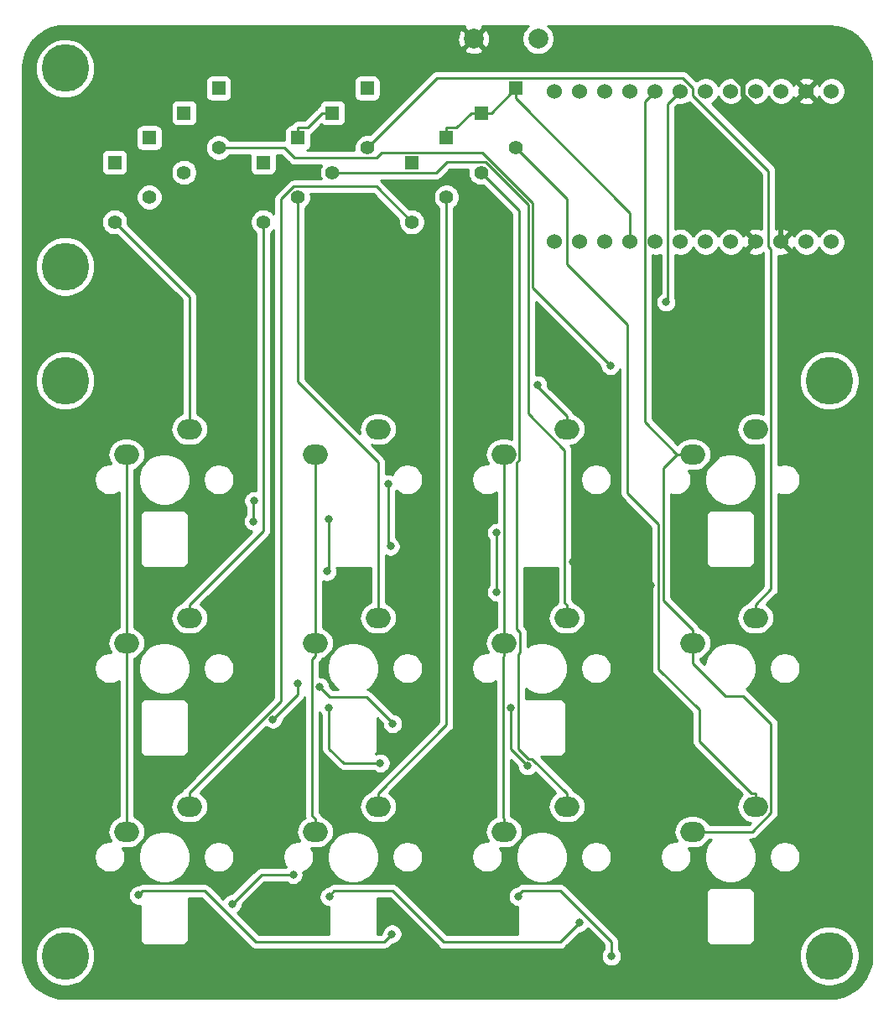
<source format=gtl>
G04 #@! TF.GenerationSoftware,KiCad,Pcbnew,5.1.6*
G04 #@! TF.CreationDate,2020-06-26T00:36:41+09:00*
G04 #@! TF.ProjectId,firststep12,66697273-7473-4746-9570-31322e6b6963,rev?*
G04 #@! TF.SameCoordinates,Original*
G04 #@! TF.FileFunction,Copper,L1,Top*
G04 #@! TF.FilePolarity,Positive*
%FSLAX46Y46*%
G04 Gerber Fmt 4.6, Leading zero omitted, Abs format (unit mm)*
G04 Created by KiCad (PCBNEW 5.1.6) date 2020-06-26 00:36:41*
%MOMM*%
%LPD*%
G01*
G04 APERTURE LIST*
G04 #@! TA.AperFunction,ComponentPad*
%ADD10C,4.800000*%
G04 #@! TD*
G04 #@! TA.AperFunction,ComponentPad*
%ADD11R,1.397000X1.397000*%
G04 #@! TD*
G04 #@! TA.AperFunction,ComponentPad*
%ADD12C,1.397000*%
G04 #@! TD*
G04 #@! TA.AperFunction,ComponentPad*
%ADD13O,2.500000X2.000000*%
G04 #@! TD*
G04 #@! TA.AperFunction,ComponentPad*
%ADD14C,2.000000*%
G04 #@! TD*
G04 #@! TA.AperFunction,ComponentPad*
%ADD15C,1.524000*%
G04 #@! TD*
G04 #@! TA.AperFunction,ViaPad*
%ADD16C,0.800000*%
G04 #@! TD*
G04 #@! TA.AperFunction,Conductor*
%ADD17C,0.250000*%
G04 #@! TD*
G04 #@! TA.AperFunction,Conductor*
%ADD18C,0.500000*%
G04 #@! TD*
G04 #@! TA.AperFunction,Conductor*
%ADD19C,0.254000*%
G04 #@! TD*
G04 APERTURE END LIST*
D10*
G04 #@! TO.P,H2,*
G04 #@! TO.N,*
X83090000Y-67465000D03*
G04 #@! TD*
G04 #@! TO.P,H1,*
G04 #@! TO.N,*
X83090000Y-47465000D03*
G04 #@! TD*
G04 #@! TO.P,H4,*
G04 #@! TO.N,*
X160240000Y-78965000D03*
G04 #@! TD*
G04 #@! TO.P,H3,*
G04 #@! TO.N,*
X83090000Y-78965000D03*
G04 #@! TD*
G04 #@! TO.P,H6,*
G04 #@! TO.N,*
X160240000Y-137065000D03*
G04 #@! TD*
G04 #@! TO.P,H5,*
G04 #@! TO.N,*
X83090000Y-137065000D03*
G04 #@! TD*
D11*
G04 #@! TO.P,D1,1*
G04 #@! TO.N,row0*
X88090000Y-56965000D03*
D12*
G04 #@! TO.P,D1,2*
G04 #@! TO.N,Net-(D1-Pad2)*
X88090000Y-62965000D03*
G04 #@! TD*
G04 #@! TO.P,D2,2*
G04 #@! TO.N,Net-(D2-Pad2)*
X91590000Y-60465000D03*
D11*
G04 #@! TO.P,D2,1*
G04 #@! TO.N,row0*
X91590000Y-54465000D03*
G04 #@! TD*
D12*
G04 #@! TO.P,D3,2*
G04 #@! TO.N,Net-(D3-Pad2)*
X95090000Y-57965000D03*
D11*
G04 #@! TO.P,D3,1*
G04 #@! TO.N,row0*
X95090000Y-51965000D03*
G04 #@! TD*
G04 #@! TO.P,D4,1*
G04 #@! TO.N,row0*
X98590000Y-49465000D03*
D12*
G04 #@! TO.P,D4,2*
G04 #@! TO.N,Net-(D4-Pad2)*
X98590000Y-55465000D03*
G04 #@! TD*
D11*
G04 #@! TO.P,D5,1*
G04 #@! TO.N,row1*
X103090000Y-56965000D03*
D12*
G04 #@! TO.P,D5,2*
G04 #@! TO.N,Net-(D5-Pad2)*
X103090000Y-62965000D03*
G04 #@! TD*
G04 #@! TO.P,D6,2*
G04 #@! TO.N,Net-(D6-Pad2)*
X106590000Y-60465000D03*
D11*
G04 #@! TO.P,D6,1*
G04 #@! TO.N,row1*
X106590000Y-54465000D03*
G04 #@! TD*
G04 #@! TO.P,D7,1*
G04 #@! TO.N,row1*
X110090000Y-51965000D03*
D12*
G04 #@! TO.P,D7,2*
G04 #@! TO.N,Net-(D7-Pad2)*
X110090000Y-57965000D03*
G04 #@! TD*
G04 #@! TO.P,D8,2*
G04 #@! TO.N,Net-(D8-Pad2)*
X113590000Y-55465000D03*
D11*
G04 #@! TO.P,D8,1*
G04 #@! TO.N,row1*
X113590000Y-49465000D03*
G04 #@! TD*
D12*
G04 #@! TO.P,D9,2*
G04 #@! TO.N,Net-(D9-Pad2)*
X118090000Y-62965000D03*
D11*
G04 #@! TO.P,D9,1*
G04 #@! TO.N,row2*
X118090000Y-56965000D03*
G04 #@! TD*
G04 #@! TO.P,D10,1*
G04 #@! TO.N,row2*
X121590000Y-54465000D03*
D12*
G04 #@! TO.P,D10,2*
G04 #@! TO.N,Net-(D10-Pad2)*
X121590000Y-60465000D03*
G04 #@! TD*
G04 #@! TO.P,D11,2*
G04 #@! TO.N,Net-(D11-Pad2)*
X125090000Y-57965000D03*
D11*
G04 #@! TO.P,D11,1*
G04 #@! TO.N,row2*
X125090000Y-51965000D03*
G04 #@! TD*
G04 #@! TO.P,D12,1*
G04 #@! TO.N,row2*
X128590000Y-49465000D03*
D12*
G04 #@! TO.P,D12,2*
G04 #@! TO.N,Net-(D12-Pad2)*
X128590000Y-55465000D03*
G04 #@! TD*
D13*
G04 #@! TO.P,SW1,2*
G04 #@! TO.N,Net-(D1-Pad2)*
X95630000Y-83885000D03*
G04 #@! TO.P,SW1,1*
G04 #@! TO.N,col0*
X89280000Y-86425000D03*
G04 #@! TD*
G04 #@! TO.P,SW2,1*
G04 #@! TO.N,col1*
X108330000Y-86425000D03*
G04 #@! TO.P,SW2,2*
G04 #@! TO.N,Net-(D2-Pad2)*
X114680000Y-83885000D03*
G04 #@! TD*
G04 #@! TO.P,SW3,2*
G04 #@! TO.N,Net-(D3-Pad2)*
X133730000Y-83885000D03*
G04 #@! TO.P,SW3,1*
G04 #@! TO.N,col2*
X127380000Y-86425000D03*
G04 #@! TD*
G04 #@! TO.P,SW4,1*
G04 #@! TO.N,col3*
X146430000Y-86425000D03*
G04 #@! TO.P,SW4,2*
G04 #@! TO.N,Net-(D4-Pad2)*
X152780000Y-83885000D03*
G04 #@! TD*
G04 #@! TO.P,SW5,1*
G04 #@! TO.N,col0*
X89280000Y-105475000D03*
G04 #@! TO.P,SW5,2*
G04 #@! TO.N,Net-(D5-Pad2)*
X95630000Y-102935000D03*
G04 #@! TD*
G04 #@! TO.P,SW6,2*
G04 #@! TO.N,Net-(D6-Pad2)*
X114680000Y-102935000D03*
G04 #@! TO.P,SW6,1*
G04 #@! TO.N,col1*
X108330000Y-105475000D03*
G04 #@! TD*
G04 #@! TO.P,SW7,1*
G04 #@! TO.N,col2*
X127380000Y-105475000D03*
G04 #@! TO.P,SW7,2*
G04 #@! TO.N,Net-(D7-Pad2)*
X133730000Y-102935000D03*
G04 #@! TD*
G04 #@! TO.P,SW8,2*
G04 #@! TO.N,Net-(D8-Pad2)*
X152780000Y-102935000D03*
G04 #@! TO.P,SW8,1*
G04 #@! TO.N,col3*
X146430000Y-105475000D03*
G04 #@! TD*
G04 #@! TO.P,SW9,1*
G04 #@! TO.N,col0*
X89280000Y-124525000D03*
G04 #@! TO.P,SW9,2*
G04 #@! TO.N,Net-(D9-Pad2)*
X95630000Y-121985000D03*
G04 #@! TD*
G04 #@! TO.P,SW10,2*
G04 #@! TO.N,Net-(D10-Pad2)*
X114680000Y-121985000D03*
G04 #@! TO.P,SW10,1*
G04 #@! TO.N,col1*
X108330000Y-124525000D03*
G04 #@! TD*
G04 #@! TO.P,SW11,2*
G04 #@! TO.N,Net-(D11-Pad2)*
X133730000Y-121985000D03*
G04 #@! TO.P,SW11,1*
G04 #@! TO.N,col2*
X127380000Y-124525000D03*
G04 #@! TD*
G04 #@! TO.P,SW12,1*
G04 #@! TO.N,col3*
X146430000Y-124525000D03*
G04 #@! TO.P,SW12,2*
G04 #@! TO.N,Net-(D12-Pad2)*
X152780000Y-121985000D03*
G04 #@! TD*
D14*
G04 #@! TO.P,SW13,1*
G04 #@! TO.N,GND*
X124340000Y-44465000D03*
G04 #@! TO.P,SW13,2*
G04 #@! TO.N,reset*
X130840000Y-44465000D03*
G04 #@! TD*
D15*
G04 #@! TO.P,U1,1*
G04 #@! TO.N,led*
X160468000Y-64976400D03*
G04 #@! TO.P,U1,2*
G04 #@! TO.N,Net-(U1-Pad2)*
X157928000Y-64976400D03*
G04 #@! TO.P,U1,3*
G04 #@! TO.N,GND*
X155388000Y-64976400D03*
G04 #@! TO.P,U1,4*
X152848000Y-64976400D03*
G04 #@! TO.P,U1,5*
G04 #@! TO.N,Net-(U1-Pad5)*
X150308000Y-64976400D03*
G04 #@! TO.P,U1,6*
G04 #@! TO.N,Net-(U1-Pad6)*
X147768000Y-64976400D03*
G04 #@! TO.P,U1,7*
G04 #@! TO.N,row0*
X145228000Y-64976400D03*
G04 #@! TO.P,U1,8*
G04 #@! TO.N,row1*
X142688000Y-64976400D03*
G04 #@! TO.P,U1,9*
G04 #@! TO.N,row2*
X140148000Y-64976400D03*
G04 #@! TO.P,U1,10*
G04 #@! TO.N,Net-(U1-Pad10)*
X137608000Y-64976400D03*
G04 #@! TO.P,U1,11*
G04 #@! TO.N,Net-(U1-Pad11)*
X135068000Y-64976400D03*
G04 #@! TO.P,U1,12*
G04 #@! TO.N,Net-(U1-Pad12)*
X132528000Y-64976400D03*
G04 #@! TO.P,U1,13*
G04 #@! TO.N,Net-(U1-Pad13)*
X132528000Y-49756400D03*
G04 #@! TO.P,U1,14*
G04 #@! TO.N,Net-(U1-Pad14)*
X135068000Y-49756400D03*
G04 #@! TO.P,U1,15*
G04 #@! TO.N,Net-(U1-Pad15)*
X137608000Y-49756400D03*
G04 #@! TO.P,U1,16*
G04 #@! TO.N,Net-(U1-Pad16)*
X140148000Y-49756400D03*
G04 #@! TO.P,U1,17*
G04 #@! TO.N,col3*
X142688000Y-49756400D03*
G04 #@! TO.P,U1,18*
G04 #@! TO.N,col2*
X145228000Y-49756400D03*
G04 #@! TO.P,U1,19*
G04 #@! TO.N,col1*
X147768000Y-49756400D03*
G04 #@! TO.P,U1,20*
G04 #@! TO.N,col0*
X150308000Y-49756400D03*
G04 #@! TO.P,U1,21*
G04 #@! TO.N,VCC*
X152848000Y-49756400D03*
G04 #@! TO.P,U1,22*
G04 #@! TO.N,reset*
X155388000Y-49756400D03*
G04 #@! TO.P,U1,23*
G04 #@! TO.N,GND*
X157928000Y-49756400D03*
G04 #@! TO.P,U1,24*
G04 #@! TO.N,Net-(U1-Pad24)*
X160468000Y-49756400D03*
G04 #@! TD*
D16*
G04 #@! TO.N,Net-(D3-Pad2)*
X130793200Y-79409700D03*
G04 #@! TO.N,Net-(D4-Pad2)*
X138136000Y-77470800D03*
G04 #@! TO.N,GND*
X134325500Y-97268300D03*
X142205600Y-99690900D03*
X146429400Y-95785500D03*
X145655500Y-113901800D03*
G04 #@! TO.N,Net-(L1-Pad1)*
X115940300Y-95718000D03*
X115747500Y-89420200D03*
G04 #@! TO.N,led*
X102099100Y-93195800D03*
X102138500Y-91114600D03*
G04 #@! TO.N,Net-(L2-Pad1)*
X109529800Y-98264800D03*
X109738000Y-92976600D03*
G04 #@! TO.N,Net-(L3-Pad1)*
X126645900Y-94346300D03*
X126645900Y-100336600D03*
G04 #@! TO.N,Net-(L4-Pad1)*
X106559600Y-109590200D03*
X104069400Y-113179500D03*
G04 #@! TO.N,Net-(L5-Pad1)*
X108770500Y-109887100D03*
X116162500Y-113628700D03*
G04 #@! TO.N,Net-(L6-Pad1)*
X109740000Y-112007800D03*
X114916500Y-117594100D03*
G04 #@! TO.N,Net-(L7-Pad1)*
X128077000Y-112022500D03*
X129768800Y-117879400D03*
G04 #@! TO.N,Net-(L8-Pad1)*
X106116300Y-128865000D03*
X99968700Y-131794600D03*
G04 #@! TO.N,Net-(L10-Pad3)*
X90495500Y-130939500D03*
X116100000Y-134848200D03*
G04 #@! TO.N,Net-(L10-Pad1)*
X109772700Y-131081300D03*
X134991100Y-133724000D03*
G04 #@! TO.N,Net-(L11-Pad1)*
X128838400Y-131057800D03*
X138238500Y-137098500D03*
G04 #@! TO.N,col2*
X143769500Y-71061400D03*
G04 #@! TD*
D17*
G04 #@! TO.N,Net-(D1-Pad2)*
X95630000Y-83885000D02*
X95630000Y-70505000D01*
X95630000Y-70505000D02*
X88090000Y-62965000D01*
G04 #@! TO.N,Net-(D3-Pad2)*
X133730000Y-83885000D02*
X133730000Y-82559700D01*
X133730000Y-82559700D02*
X130793200Y-79622900D01*
X130793200Y-79622900D02*
X130793200Y-79409700D01*
G04 #@! TO.N,Net-(D4-Pad2)*
X138136000Y-77470800D02*
X130293100Y-69627900D01*
X130293100Y-69627900D02*
X130293100Y-61063100D01*
X130293100Y-61063100D02*
X125171100Y-55941100D01*
X125171100Y-55941100D02*
X115081700Y-55941100D01*
X115081700Y-55941100D02*
X114509800Y-56513000D01*
X114509800Y-56513000D02*
X106270100Y-56513000D01*
X106270100Y-56513000D02*
X105222100Y-55465000D01*
X105222100Y-55465000D02*
X98590000Y-55465000D01*
G04 #@! TO.N,row1*
X106590000Y-54465000D02*
X106590000Y-53441200D01*
X110090000Y-51965000D02*
X109066200Y-51965000D01*
X109066200Y-51965000D02*
X107590000Y-53441200D01*
X107590000Y-53441200D02*
X106590000Y-53441200D01*
G04 #@! TO.N,Net-(D5-Pad2)*
X95630000Y-102935000D02*
X95630000Y-101609700D01*
X95630000Y-101609700D02*
X103090000Y-94149700D01*
X103090000Y-94149700D02*
X103090000Y-62965000D01*
G04 #@! TO.N,Net-(D6-Pad2)*
X114680000Y-102935000D02*
X114680000Y-87218200D01*
X114680000Y-87218200D02*
X106590000Y-79128200D01*
X106590000Y-79128200D02*
X106590000Y-60465000D01*
G04 #@! TO.N,Net-(D7-Pad2)*
X110090000Y-57965000D02*
X110113900Y-57988900D01*
X110113900Y-57988900D02*
X120566100Y-57988900D01*
X120566100Y-57988900D02*
X121616200Y-56938800D01*
X121616200Y-56938800D02*
X125531900Y-56938800D01*
X125531900Y-56938800D02*
X129842700Y-61249600D01*
X129842700Y-61249600D02*
X129842700Y-82341700D01*
X129842700Y-82341700D02*
X133543900Y-86042900D01*
X133543900Y-86042900D02*
X133543900Y-101423600D01*
X133543900Y-101423600D02*
X133730000Y-101609700D01*
X133730000Y-102935000D02*
X133730000Y-101609700D01*
G04 #@! TO.N,Net-(D8-Pad2)*
X152780000Y-102935000D02*
X152780000Y-101609700D01*
X152780000Y-101609700D02*
X154368200Y-100021500D01*
X154368200Y-100021500D02*
X154368200Y-65680800D01*
X154368200Y-65680800D02*
X154118000Y-65430600D01*
X154118000Y-65430600D02*
X154118000Y-57830600D01*
X154118000Y-57830600D02*
X146498000Y-50210600D01*
X146498000Y-50210600D02*
X146498000Y-49473900D01*
X146498000Y-49473900D02*
X145462000Y-48437900D01*
X145462000Y-48437900D02*
X120617100Y-48437900D01*
X120617100Y-48437900D02*
X113590000Y-55465000D01*
G04 #@! TO.N,Net-(D9-Pad2)*
X118090000Y-62965000D02*
X114521100Y-59396100D01*
X114521100Y-59396100D02*
X106170000Y-59396100D01*
X106170000Y-59396100D02*
X104897700Y-60668400D01*
X104897700Y-60668400D02*
X104897700Y-111325500D01*
X104897700Y-111325500D02*
X95630000Y-120593200D01*
X95630000Y-120593200D02*
X95630000Y-120659700D01*
X95630000Y-121985000D02*
X95630000Y-120659700D01*
G04 #@! TO.N,row2*
X125090000Y-51965000D02*
X126113800Y-51965000D01*
X128590000Y-49976900D02*
X128101900Y-49976900D01*
X128101900Y-49976900D02*
X126113800Y-51965000D01*
X128590000Y-49976900D02*
X128590000Y-50488800D01*
X128590000Y-49465000D02*
X128590000Y-49976900D01*
X121590000Y-54465000D02*
X121590000Y-53441200D01*
X125090000Y-51965000D02*
X124066200Y-51965000D01*
X124066200Y-51965000D02*
X122590000Y-53441200D01*
X122590000Y-53441200D02*
X121590000Y-53441200D01*
X140148000Y-64976400D02*
X140148000Y-62046800D01*
X140148000Y-62046800D02*
X128590000Y-50488800D01*
G04 #@! TO.N,Net-(D10-Pad2)*
X114680000Y-121985000D02*
X114680000Y-120659700D01*
X114680000Y-120659700D02*
X121590000Y-113749700D01*
X121590000Y-113749700D02*
X121590000Y-60465000D01*
G04 #@! TO.N,Net-(D11-Pad2)*
X133730000Y-120659700D02*
X130224400Y-117154100D01*
X130224400Y-117154100D02*
X129837600Y-117154100D01*
X129837600Y-117154100D02*
X128820200Y-116136700D01*
X128820200Y-116136700D02*
X128820200Y-106588400D01*
X128820200Y-106588400D02*
X128988600Y-106420000D01*
X128988600Y-106420000D02*
X128988600Y-104423600D01*
X128988600Y-104423600D02*
X128643300Y-104078300D01*
X128643300Y-104078300D02*
X128643300Y-87298900D01*
X128643300Y-87298900D02*
X128968600Y-86973600D01*
X128968600Y-86973600D02*
X128968600Y-61843600D01*
X128968600Y-61843600D02*
X125090000Y-57965000D01*
X133730000Y-121985000D02*
X133730000Y-120659700D01*
G04 #@! TO.N,Net-(D12-Pad2)*
X152780000Y-121985000D02*
X152780000Y-120659700D01*
X152780000Y-120659700D02*
X152365800Y-120659700D01*
X152365800Y-120659700D02*
X147126300Y-115420200D01*
X147126300Y-115420200D02*
X147126300Y-112204900D01*
X147126300Y-112204900D02*
X143014300Y-108092900D01*
X143014300Y-108092900D02*
X143014300Y-93485500D01*
X143014300Y-93485500D02*
X139855100Y-90326300D01*
X139855100Y-90326300D02*
X139855100Y-73292900D01*
X139855100Y-73292900D02*
X133798000Y-67235800D01*
X133798000Y-67235800D02*
X133798000Y-60673000D01*
X133798000Y-60673000D02*
X128590000Y-55465000D01*
D18*
G04 #@! TO.N,GND*
X142205600Y-99690900D02*
X136748100Y-99690900D01*
X136748100Y-99690900D02*
X134325500Y-97268300D01*
X155388000Y-52296400D02*
X155388000Y-64976400D01*
X157928000Y-49756400D02*
X155388000Y-52296400D01*
X155388000Y-52296400D02*
X153664900Y-52296400D01*
X153664900Y-52296400D02*
X151578000Y-50209500D01*
X151578000Y-50209500D02*
X151578000Y-49224500D01*
X151578000Y-49224500D02*
X149490100Y-47136600D01*
X149490100Y-47136600D02*
X127011600Y-47136600D01*
X127011600Y-47136600D02*
X124340000Y-44465000D01*
X145655500Y-113901800D02*
X142205600Y-110451900D01*
X142205600Y-110451900D02*
X142205600Y-99690900D01*
X152848000Y-64976400D02*
X148985600Y-68838800D01*
X148985600Y-68838800D02*
X148985600Y-86598900D01*
X148985600Y-86598900D02*
X146429400Y-89155100D01*
X146429400Y-89155100D02*
X146429400Y-95785500D01*
D17*
G04 #@! TO.N,Net-(L1-Pad1)*
X115747500Y-89420200D02*
X115747500Y-95525200D01*
X115747500Y-95525200D02*
X115940300Y-95718000D01*
G04 #@! TO.N,led*
X102099100Y-93195800D02*
X102099100Y-91154000D01*
X102099100Y-91154000D02*
X102138500Y-91114600D01*
G04 #@! TO.N,Net-(L2-Pad1)*
X109738000Y-92976600D02*
X109738000Y-98056600D01*
X109738000Y-98056600D02*
X109529800Y-98264800D01*
G04 #@! TO.N,Net-(L3-Pad1)*
X126645900Y-100336600D02*
X126645900Y-94346300D01*
G04 #@! TO.N,Net-(L4-Pad1)*
X104069400Y-113179500D02*
X106559600Y-110689300D01*
X106559600Y-110689300D02*
X106559600Y-109590200D01*
G04 #@! TO.N,Net-(L5-Pad1)*
X116162500Y-113628700D02*
X116162500Y-113556800D01*
X116162500Y-113556800D02*
X113550200Y-110944500D01*
X113550200Y-110944500D02*
X109827900Y-110944500D01*
X109827900Y-110944500D02*
X108770500Y-109887100D01*
G04 #@! TO.N,Net-(L6-Pad1)*
X114916500Y-117594100D02*
X111201800Y-117594100D01*
X111201800Y-117594100D02*
X109740000Y-116132300D01*
X109740000Y-116132300D02*
X109740000Y-112007800D01*
G04 #@! TO.N,Net-(L7-Pad1)*
X129768800Y-117879400D02*
X128077000Y-116187600D01*
X128077000Y-116187600D02*
X128077000Y-112022500D01*
G04 #@! TO.N,Net-(L8-Pad1)*
X99968700Y-131794600D02*
X102898300Y-128865000D01*
X102898300Y-128865000D02*
X106116300Y-128865000D01*
G04 #@! TO.N,Net-(L10-Pad3)*
X116100000Y-134848200D02*
X115301400Y-135646800D01*
X115301400Y-135646800D02*
X102334500Y-135646800D01*
X102334500Y-135646800D02*
X97177300Y-130489600D01*
X97177300Y-130489600D02*
X90945400Y-130489600D01*
X90945400Y-130489600D02*
X90495500Y-130939500D01*
G04 #@! TO.N,Net-(L10-Pad1)*
X134991100Y-133724000D02*
X133053200Y-135661900D01*
X133053200Y-135661900D02*
X121342200Y-135661900D01*
X121342200Y-135661900D02*
X116169900Y-130489600D01*
X116169900Y-130489600D02*
X110233600Y-130489600D01*
X110233600Y-130489600D02*
X109772700Y-130950500D01*
X109772700Y-130950500D02*
X109772700Y-131081300D01*
G04 #@! TO.N,Net-(L11-Pad1)*
X138238500Y-137098500D02*
X138238500Y-135623800D01*
X138238500Y-135623800D02*
X133104300Y-130489600D01*
X133104300Y-130489600D02*
X129261400Y-130489600D01*
X129261400Y-130489600D02*
X128838400Y-130912600D01*
X128838400Y-130912600D02*
X128838400Y-131057800D01*
G04 #@! TO.N,col0*
X89280000Y-105475000D02*
X89280000Y-123199700D01*
X89280000Y-87750300D02*
X89280000Y-105475000D01*
X89280000Y-124525000D02*
X89280000Y-123199700D01*
X89280000Y-86425000D02*
X89280000Y-87750300D01*
G04 #@! TO.N,col1*
X108330000Y-106800300D02*
X108045200Y-107085100D01*
X108045200Y-107085100D02*
X108045200Y-122914900D01*
X108045200Y-122914900D02*
X108330000Y-123199700D01*
X108330000Y-124525000D02*
X108330000Y-123199700D01*
X108330000Y-105475000D02*
X108330000Y-106800300D01*
X108330000Y-86425000D02*
X108330000Y-105475000D01*
G04 #@! TO.N,col2*
X127380000Y-106800300D02*
X127318300Y-106862000D01*
X127318300Y-106862000D02*
X127318300Y-123138000D01*
X127318300Y-123138000D02*
X127380000Y-123199700D01*
X145228000Y-49756400D02*
X143958000Y-51026400D01*
X143958000Y-51026400D02*
X143958000Y-70872900D01*
X143958000Y-70872900D02*
X143769500Y-71061400D01*
X127380000Y-124525000D02*
X127380000Y-123199700D01*
X127380000Y-105475000D02*
X127380000Y-106800300D01*
X127380000Y-105475000D02*
X127380000Y-86425000D01*
G04 #@! TO.N,col3*
X146430000Y-104149700D02*
X143464700Y-101184400D01*
X143464700Y-101184400D02*
X143464700Y-87815000D01*
X143464700Y-87815000D02*
X144854700Y-86425000D01*
X142688000Y-49756400D02*
X141592000Y-50852400D01*
X141592000Y-50852400D02*
X141592000Y-83162300D01*
X141592000Y-83162300D02*
X144854700Y-86425000D01*
X146430000Y-105475000D02*
X146430000Y-104149700D01*
X146430000Y-124525000D02*
X152442000Y-124525000D01*
X152442000Y-124525000D02*
X154356500Y-122610500D01*
X154356500Y-122610500D02*
X154356500Y-113623200D01*
X154356500Y-113623200D02*
X151538500Y-110805200D01*
X151538500Y-110805200D02*
X149725800Y-110805200D01*
X149725800Y-110805200D02*
X146430000Y-107509400D01*
X146430000Y-107509400D02*
X146430000Y-105475000D01*
X146430000Y-86425000D02*
X144854700Y-86425000D01*
G04 #@! TD*
D19*
G04 #@! TO.N,GND*
G36*
X123384192Y-43329587D02*
G01*
X124340000Y-44285395D01*
X125295808Y-43329587D01*
X125239818Y-43175000D01*
X129827700Y-43175000D01*
X129797748Y-43195013D01*
X129570013Y-43422748D01*
X129391082Y-43690537D01*
X129267832Y-43988088D01*
X129205000Y-44303967D01*
X129205000Y-44626033D01*
X129267832Y-44941912D01*
X129391082Y-45239463D01*
X129570013Y-45507252D01*
X129797748Y-45734987D01*
X130065537Y-45913918D01*
X130363088Y-46037168D01*
X130678967Y-46100000D01*
X131001033Y-46100000D01*
X131316912Y-46037168D01*
X131614463Y-45913918D01*
X131882252Y-45734987D01*
X132109987Y-45507252D01*
X132288918Y-45239463D01*
X132412168Y-44941912D01*
X132475000Y-44626033D01*
X132475000Y-44303967D01*
X132412168Y-43988088D01*
X132288918Y-43690537D01*
X132109987Y-43422748D01*
X131882252Y-43195013D01*
X131852300Y-43175000D01*
X160208382Y-43175000D01*
X160999192Y-43245578D01*
X161734389Y-43446705D01*
X162422351Y-43774846D01*
X163041331Y-44219628D01*
X163571761Y-44766988D01*
X163996884Y-45399639D01*
X164303251Y-46097561D01*
X164482499Y-46844183D01*
X164530000Y-47491030D01*
X164530001Y-137033370D01*
X164459422Y-137824193D01*
X164258295Y-138559389D01*
X163930152Y-139247355D01*
X163485374Y-139866328D01*
X162938012Y-140396761D01*
X162305362Y-140821883D01*
X161607439Y-141128251D01*
X160860819Y-141307499D01*
X160213970Y-141355000D01*
X83121618Y-141355000D01*
X82330807Y-141284422D01*
X81595611Y-141083295D01*
X80907645Y-140755152D01*
X80288672Y-140310374D01*
X79758239Y-139763012D01*
X79333117Y-139130362D01*
X79026749Y-138432439D01*
X78847501Y-137685819D01*
X78800000Y-137038970D01*
X78800000Y-136766079D01*
X80055000Y-136766079D01*
X80055000Y-137363921D01*
X80171633Y-137950277D01*
X80400418Y-138502612D01*
X80732562Y-138999700D01*
X81155300Y-139422438D01*
X81652388Y-139754582D01*
X82204723Y-139983367D01*
X82791079Y-140100000D01*
X83388921Y-140100000D01*
X83975277Y-139983367D01*
X84527612Y-139754582D01*
X85024700Y-139422438D01*
X85447438Y-138999700D01*
X85779582Y-138502612D01*
X86008367Y-137950277D01*
X86125000Y-137363921D01*
X86125000Y-136766079D01*
X86008367Y-136179723D01*
X85779582Y-135627388D01*
X85447438Y-135130300D01*
X85024700Y-134707562D01*
X84527612Y-134375418D01*
X83975277Y-134146633D01*
X83388921Y-134030000D01*
X82791079Y-134030000D01*
X82204723Y-134146633D01*
X81652388Y-134375418D01*
X81155300Y-134707562D01*
X80732562Y-135130300D01*
X80400418Y-135627388D01*
X80171633Y-136179723D01*
X80055000Y-136766079D01*
X78800000Y-136766079D01*
X78800000Y-130837561D01*
X89460500Y-130837561D01*
X89460500Y-131041439D01*
X89500274Y-131241398D01*
X89578295Y-131429756D01*
X89691563Y-131599274D01*
X89835726Y-131743437D01*
X90005244Y-131856705D01*
X90193602Y-131934726D01*
X90393561Y-131974500D01*
X90597439Y-131974500D01*
X90630000Y-131968023D01*
X90630001Y-135280113D01*
X90626565Y-135315000D01*
X90640273Y-135454184D01*
X90680872Y-135588020D01*
X90746800Y-135711363D01*
X90835525Y-135819475D01*
X90943637Y-135908200D01*
X91066980Y-135974128D01*
X91200816Y-136014727D01*
X91305123Y-136025000D01*
X91340000Y-136028435D01*
X91374877Y-136025000D01*
X94805123Y-136025000D01*
X94840000Y-136028435D01*
X94874877Y-136025000D01*
X94979184Y-136014727D01*
X95113020Y-135974128D01*
X95236363Y-135908200D01*
X95344475Y-135819475D01*
X95433200Y-135711363D01*
X95499128Y-135588020D01*
X95539727Y-135454184D01*
X95553435Y-135315000D01*
X95550000Y-135280123D01*
X95550000Y-131249600D01*
X96862499Y-131249600D01*
X101770701Y-136157803D01*
X101794499Y-136186801D01*
X101910224Y-136281774D01*
X102042253Y-136352346D01*
X102185514Y-136395803D01*
X102297167Y-136406800D01*
X102297176Y-136406800D01*
X102334499Y-136410476D01*
X102371822Y-136406800D01*
X115264078Y-136406800D01*
X115301400Y-136410476D01*
X115338722Y-136406800D01*
X115338733Y-136406800D01*
X115450386Y-136395803D01*
X115593647Y-136352346D01*
X115725676Y-136281774D01*
X115841401Y-136186801D01*
X115865203Y-136157798D01*
X116139801Y-135883200D01*
X116201939Y-135883200D01*
X116401898Y-135843426D01*
X116590256Y-135765405D01*
X116759774Y-135652137D01*
X116903937Y-135507974D01*
X117017205Y-135338456D01*
X117095226Y-135150098D01*
X117135000Y-134950139D01*
X117135000Y-134746261D01*
X117095226Y-134546302D01*
X117017205Y-134357944D01*
X116903937Y-134188426D01*
X116759774Y-134044263D01*
X116590256Y-133930995D01*
X116401898Y-133852974D01*
X116201939Y-133813200D01*
X115998061Y-133813200D01*
X115798102Y-133852974D01*
X115609744Y-133930995D01*
X115440226Y-134044263D01*
X115296063Y-134188426D01*
X115182795Y-134357944D01*
X115104774Y-134546302D01*
X115065000Y-134746261D01*
X115065000Y-134808399D01*
X114986599Y-134886800D01*
X114600000Y-134886800D01*
X114600000Y-131249600D01*
X115855099Y-131249600D01*
X120778401Y-136172903D01*
X120802199Y-136201901D01*
X120917924Y-136296874D01*
X121049953Y-136367446D01*
X121193214Y-136410903D01*
X121304867Y-136421900D01*
X121304877Y-136421900D01*
X121342200Y-136425576D01*
X121379523Y-136421900D01*
X133015878Y-136421900D01*
X133053200Y-136425576D01*
X133090522Y-136421900D01*
X133090533Y-136421900D01*
X133202186Y-136410903D01*
X133345447Y-136367446D01*
X133477476Y-136296874D01*
X133593201Y-136201901D01*
X133617004Y-136172898D01*
X135030902Y-134759000D01*
X135093039Y-134759000D01*
X135292998Y-134719226D01*
X135481356Y-134641205D01*
X135650874Y-134527937D01*
X135795037Y-134383774D01*
X135846561Y-134306663D01*
X137478501Y-135938603D01*
X137478500Y-136394789D01*
X137434563Y-136438726D01*
X137321295Y-136608244D01*
X137243274Y-136796602D01*
X137203500Y-136996561D01*
X137203500Y-137200439D01*
X137243274Y-137400398D01*
X137321295Y-137588756D01*
X137434563Y-137758274D01*
X137578726Y-137902437D01*
X137748244Y-138015705D01*
X137936602Y-138093726D01*
X138136561Y-138133500D01*
X138340439Y-138133500D01*
X138540398Y-138093726D01*
X138728756Y-138015705D01*
X138898274Y-137902437D01*
X139042437Y-137758274D01*
X139155705Y-137588756D01*
X139233726Y-137400398D01*
X139273500Y-137200439D01*
X139273500Y-136996561D01*
X139233726Y-136796602D01*
X139221083Y-136766079D01*
X157205000Y-136766079D01*
X157205000Y-137363921D01*
X157321633Y-137950277D01*
X157550418Y-138502612D01*
X157882562Y-138999700D01*
X158305300Y-139422438D01*
X158802388Y-139754582D01*
X159354723Y-139983367D01*
X159941079Y-140100000D01*
X160538921Y-140100000D01*
X161125277Y-139983367D01*
X161677612Y-139754582D01*
X162174700Y-139422438D01*
X162597438Y-138999700D01*
X162929582Y-138502612D01*
X163158367Y-137950277D01*
X163275000Y-137363921D01*
X163275000Y-136766079D01*
X163158367Y-136179723D01*
X162929582Y-135627388D01*
X162597438Y-135130300D01*
X162174700Y-134707562D01*
X161677612Y-134375418D01*
X161125277Y-134146633D01*
X160538921Y-134030000D01*
X159941079Y-134030000D01*
X159354723Y-134146633D01*
X158802388Y-134375418D01*
X158305300Y-134707562D01*
X157882562Y-135130300D01*
X157550418Y-135627388D01*
X157321633Y-136179723D01*
X157205000Y-136766079D01*
X139221083Y-136766079D01*
X139155705Y-136608244D01*
X139042437Y-136438726D01*
X138998500Y-136394789D01*
X138998500Y-135661122D01*
X139002176Y-135623799D01*
X138998500Y-135586476D01*
X138998500Y-135586467D01*
X138987503Y-135474814D01*
X138944046Y-135331553D01*
X138873474Y-135199524D01*
X138778501Y-135083799D01*
X138749503Y-135060001D01*
X134504502Y-130815000D01*
X147776565Y-130815000D01*
X147780000Y-130849877D01*
X147780001Y-135280113D01*
X147776565Y-135315000D01*
X147790273Y-135454184D01*
X147830872Y-135588020D01*
X147896800Y-135711363D01*
X147985525Y-135819475D01*
X148093637Y-135908200D01*
X148216980Y-135974128D01*
X148350816Y-136014727D01*
X148455123Y-136025000D01*
X148490000Y-136028435D01*
X148524877Y-136025000D01*
X151955123Y-136025000D01*
X151990000Y-136028435D01*
X152024877Y-136025000D01*
X152129184Y-136014727D01*
X152263020Y-135974128D01*
X152386363Y-135908200D01*
X152494475Y-135819475D01*
X152583200Y-135711363D01*
X152649128Y-135588020D01*
X152689727Y-135454184D01*
X152703435Y-135315000D01*
X152700000Y-135280123D01*
X152700000Y-130849877D01*
X152703435Y-130815000D01*
X152689727Y-130675816D01*
X152649128Y-130541980D01*
X152583200Y-130418637D01*
X152494475Y-130310525D01*
X152386363Y-130221800D01*
X152263020Y-130155872D01*
X152129184Y-130115273D01*
X152024877Y-130105000D01*
X151990000Y-130101565D01*
X151955123Y-130105000D01*
X148524877Y-130105000D01*
X148490000Y-130101565D01*
X148455123Y-130105000D01*
X148350816Y-130115273D01*
X148216980Y-130155872D01*
X148093637Y-130221800D01*
X147985525Y-130310525D01*
X147896800Y-130418637D01*
X147830872Y-130541980D01*
X147790273Y-130675816D01*
X147776565Y-130815000D01*
X134504502Y-130815000D01*
X133668104Y-129978603D01*
X133644301Y-129949599D01*
X133528576Y-129854626D01*
X133396547Y-129784054D01*
X133253286Y-129740597D01*
X133141633Y-129729600D01*
X133141622Y-129729600D01*
X133104300Y-129725924D01*
X133066978Y-129729600D01*
X129298722Y-129729600D01*
X129261399Y-129725924D01*
X129224076Y-129729600D01*
X129224067Y-129729600D01*
X129112414Y-129740597D01*
X128969153Y-129784054D01*
X128837124Y-129854626D01*
X128721399Y-129949599D01*
X128697596Y-129978603D01*
X128632775Y-130043424D01*
X128536502Y-130062574D01*
X128348144Y-130140595D01*
X128178626Y-130253863D01*
X128034463Y-130398026D01*
X127921195Y-130567544D01*
X127843174Y-130755902D01*
X127803400Y-130955861D01*
X127803400Y-131159739D01*
X127843174Y-131359698D01*
X127921195Y-131548056D01*
X128034463Y-131717574D01*
X128178626Y-131861737D01*
X128348144Y-131975005D01*
X128536502Y-132053026D01*
X128730000Y-132091515D01*
X128730001Y-134901900D01*
X121657002Y-134901900D01*
X116733704Y-129978603D01*
X116709901Y-129949599D01*
X116594176Y-129854626D01*
X116462147Y-129784054D01*
X116318886Y-129740597D01*
X116207233Y-129729600D01*
X116207222Y-129729600D01*
X116169900Y-129725924D01*
X116132578Y-129729600D01*
X110270922Y-129729600D01*
X110233599Y-129725924D01*
X110196276Y-129729600D01*
X110196267Y-129729600D01*
X110084614Y-129740597D01*
X109941353Y-129784054D01*
X109809323Y-129854626D01*
X109802500Y-129860226D01*
X109693599Y-129949599D01*
X109669796Y-129978603D01*
X109585050Y-130063349D01*
X109470802Y-130086074D01*
X109282444Y-130164095D01*
X109112926Y-130277363D01*
X108968763Y-130421526D01*
X108855495Y-130591044D01*
X108777474Y-130779402D01*
X108737700Y-130979361D01*
X108737700Y-131183239D01*
X108777474Y-131383198D01*
X108855495Y-131571556D01*
X108968763Y-131741074D01*
X109112926Y-131885237D01*
X109282444Y-131998505D01*
X109470802Y-132076526D01*
X109670761Y-132116300D01*
X109680000Y-132116300D01*
X109680001Y-134886800D01*
X102649302Y-134886800D01*
X100468158Y-132705656D01*
X100628474Y-132598537D01*
X100772637Y-132454374D01*
X100885905Y-132284856D01*
X100963926Y-132096498D01*
X101003700Y-131896539D01*
X101003700Y-131834401D01*
X103213102Y-129625000D01*
X105412589Y-129625000D01*
X105456526Y-129668937D01*
X105626044Y-129782205D01*
X105814402Y-129860226D01*
X106014361Y-129900000D01*
X106218239Y-129900000D01*
X106418198Y-129860226D01*
X106606556Y-129782205D01*
X106776074Y-129668937D01*
X106920237Y-129524774D01*
X107033505Y-129355256D01*
X107111526Y-129166898D01*
X107151300Y-128966939D01*
X107151300Y-128763061D01*
X107115601Y-128583591D01*
X107390779Y-128469609D01*
X107650379Y-128296150D01*
X107871150Y-128075379D01*
X108044609Y-127815779D01*
X108164089Y-127527327D01*
X108225000Y-127221109D01*
X108225000Y-126908891D01*
X108204430Y-126805475D01*
X109505000Y-126805475D01*
X109505000Y-127324525D01*
X109606261Y-127833601D01*
X109804893Y-128313141D01*
X110093262Y-128744715D01*
X110460285Y-129111738D01*
X110891859Y-129400107D01*
X111371399Y-129598739D01*
X111880475Y-129700000D01*
X112399525Y-129700000D01*
X112908601Y-129598739D01*
X113388141Y-129400107D01*
X113819715Y-129111738D01*
X114186738Y-128744715D01*
X114475107Y-128313141D01*
X114673739Y-127833601D01*
X114775000Y-127324525D01*
X114775000Y-126908891D01*
X116055000Y-126908891D01*
X116055000Y-127221109D01*
X116115911Y-127527327D01*
X116235391Y-127815779D01*
X116408850Y-128075379D01*
X116629621Y-128296150D01*
X116889221Y-128469609D01*
X117177673Y-128589089D01*
X117483891Y-128650000D01*
X117796109Y-128650000D01*
X118102327Y-128589089D01*
X118390779Y-128469609D01*
X118650379Y-128296150D01*
X118871150Y-128075379D01*
X119044609Y-127815779D01*
X119164089Y-127527327D01*
X119225000Y-127221109D01*
X119225000Y-126908891D01*
X119164089Y-126602673D01*
X119044609Y-126314221D01*
X118871150Y-126054621D01*
X118650379Y-125833850D01*
X118390779Y-125660391D01*
X118102327Y-125540911D01*
X117796109Y-125480000D01*
X117483891Y-125480000D01*
X117177673Y-125540911D01*
X116889221Y-125660391D01*
X116629621Y-125833850D01*
X116408850Y-126054621D01*
X116235391Y-126314221D01*
X116115911Y-126602673D01*
X116055000Y-126908891D01*
X114775000Y-126908891D01*
X114775000Y-126805475D01*
X114673739Y-126296399D01*
X114475107Y-125816859D01*
X114186738Y-125385285D01*
X113819715Y-125018262D01*
X113388141Y-124729893D01*
X112908601Y-124531261D01*
X112399525Y-124430000D01*
X111880475Y-124430000D01*
X111371399Y-124531261D01*
X110891859Y-124729893D01*
X110460285Y-125018262D01*
X110093262Y-125385285D01*
X109804893Y-125816859D01*
X109606261Y-126296399D01*
X109505000Y-126805475D01*
X108204430Y-126805475D01*
X108164089Y-126602673D01*
X108044609Y-126314221D01*
X107937468Y-126153873D01*
X107999678Y-126160000D01*
X108660322Y-126160000D01*
X108900516Y-126136343D01*
X109208715Y-126042852D01*
X109492752Y-125891031D01*
X109741714Y-125686714D01*
X109946031Y-125437752D01*
X110097852Y-125153715D01*
X110191343Y-124845516D01*
X110222911Y-124525000D01*
X110191343Y-124204484D01*
X110097852Y-123896285D01*
X109946031Y-123612248D01*
X109741714Y-123363286D01*
X109492752Y-123158969D01*
X109208715Y-123007148D01*
X109051303Y-122959398D01*
X109035546Y-122907453D01*
X108964974Y-122775424D01*
X108870001Y-122659699D01*
X108840997Y-122635896D01*
X108805200Y-122600099D01*
X108805200Y-121985000D01*
X112787089Y-121985000D01*
X112818657Y-122305516D01*
X112912148Y-122613715D01*
X113063969Y-122897752D01*
X113268286Y-123146714D01*
X113517248Y-123351031D01*
X113801285Y-123502852D01*
X114109484Y-123596343D01*
X114349678Y-123620000D01*
X115010322Y-123620000D01*
X115250516Y-123596343D01*
X115558715Y-123502852D01*
X115842752Y-123351031D01*
X116091714Y-123146714D01*
X116296031Y-122897752D01*
X116447852Y-122613715D01*
X116541343Y-122305516D01*
X116572911Y-121985000D01*
X116541343Y-121664484D01*
X116447852Y-121356285D01*
X116296031Y-121072248D01*
X116091714Y-120823286D01*
X115842752Y-120618969D01*
X115811980Y-120602521D01*
X122101004Y-114313498D01*
X122130001Y-114289701D01*
X122224974Y-114173976D01*
X122295546Y-114041947D01*
X122339003Y-113898686D01*
X122350000Y-113787033D01*
X122350000Y-113787025D01*
X122353676Y-113749700D01*
X122350000Y-113712375D01*
X122350000Y-61560971D01*
X122440057Y-61500797D01*
X122625797Y-61315057D01*
X122771732Y-61096649D01*
X122872254Y-60853968D01*
X122923500Y-60596338D01*
X122923500Y-60333662D01*
X122872254Y-60076032D01*
X122771732Y-59833351D01*
X122625797Y-59614943D01*
X122440057Y-59429203D01*
X122221649Y-59283268D01*
X121978968Y-59182746D01*
X121721338Y-59131500D01*
X121458662Y-59131500D01*
X121201032Y-59182746D01*
X120958351Y-59283268D01*
X120739943Y-59429203D01*
X120554203Y-59614943D01*
X120408268Y-59833351D01*
X120307746Y-60076032D01*
X120256500Y-60333662D01*
X120256500Y-60596338D01*
X120307746Y-60853968D01*
X120408268Y-61096649D01*
X120554203Y-61315057D01*
X120739943Y-61500797D01*
X120830001Y-61560972D01*
X120830000Y-113434898D01*
X114168998Y-120095901D01*
X114140000Y-120119699D01*
X114116202Y-120148697D01*
X114116201Y-120148698D01*
X114045026Y-120235424D01*
X113974454Y-120367454D01*
X113958698Y-120419397D01*
X113801285Y-120467148D01*
X113517248Y-120618969D01*
X113268286Y-120823286D01*
X113063969Y-121072248D01*
X112912148Y-121356285D01*
X112818657Y-121664484D01*
X112787089Y-121985000D01*
X108805200Y-121985000D01*
X108805200Y-112455578D01*
X108822795Y-112498056D01*
X108936063Y-112667574D01*
X108980001Y-112711512D01*
X108980000Y-116094977D01*
X108976324Y-116132300D01*
X108980000Y-116169622D01*
X108980000Y-116169632D01*
X108990997Y-116281285D01*
X109028554Y-116405097D01*
X109034454Y-116424546D01*
X109105026Y-116556576D01*
X109144871Y-116605126D01*
X109199999Y-116672301D01*
X109229002Y-116696103D01*
X110638005Y-118105108D01*
X110661799Y-118134101D01*
X110690792Y-118157895D01*
X110690796Y-118157899D01*
X110761485Y-118215911D01*
X110777524Y-118229074D01*
X110909553Y-118299646D01*
X111052814Y-118343103D01*
X111164467Y-118354100D01*
X111164476Y-118354100D01*
X111201799Y-118357776D01*
X111239122Y-118354100D01*
X114212789Y-118354100D01*
X114256726Y-118398037D01*
X114426244Y-118511305D01*
X114614602Y-118589326D01*
X114814561Y-118629100D01*
X115018439Y-118629100D01*
X115218398Y-118589326D01*
X115406756Y-118511305D01*
X115576274Y-118398037D01*
X115720437Y-118253874D01*
X115833705Y-118084356D01*
X115911726Y-117895998D01*
X115951500Y-117696039D01*
X115951500Y-117492161D01*
X115911726Y-117292202D01*
X115833705Y-117103844D01*
X115720437Y-116934326D01*
X115576274Y-116790163D01*
X115406756Y-116676895D01*
X115218398Y-116598874D01*
X115018439Y-116559100D01*
X114814561Y-116559100D01*
X114614602Y-116598874D01*
X114488733Y-116651011D01*
X114549128Y-116538020D01*
X114589727Y-116404184D01*
X114603435Y-116265000D01*
X114600000Y-116230123D01*
X114600000Y-113069102D01*
X115127500Y-113596602D01*
X115127500Y-113730639D01*
X115167274Y-113930598D01*
X115245295Y-114118956D01*
X115358563Y-114288474D01*
X115502726Y-114432637D01*
X115672244Y-114545905D01*
X115860602Y-114623926D01*
X116060561Y-114663700D01*
X116264439Y-114663700D01*
X116464398Y-114623926D01*
X116652756Y-114545905D01*
X116822274Y-114432637D01*
X116966437Y-114288474D01*
X117079705Y-114118956D01*
X117157726Y-113930598D01*
X117197500Y-113730639D01*
X117197500Y-113526761D01*
X117157726Y-113326802D01*
X117079705Y-113138444D01*
X116966437Y-112968926D01*
X116822274Y-112824763D01*
X116652756Y-112711495D01*
X116464398Y-112633474D01*
X116276626Y-112596124D01*
X114114004Y-110433503D01*
X114090201Y-110404499D01*
X113974476Y-110309526D01*
X113842447Y-110238954D01*
X113699186Y-110195497D01*
X113629764Y-110188659D01*
X113819715Y-110061738D01*
X114186738Y-109694715D01*
X114475107Y-109263141D01*
X114673739Y-108783601D01*
X114775000Y-108274525D01*
X114775000Y-107858891D01*
X116055000Y-107858891D01*
X116055000Y-108171109D01*
X116115911Y-108477327D01*
X116235391Y-108765779D01*
X116408850Y-109025379D01*
X116629621Y-109246150D01*
X116889221Y-109419609D01*
X117177673Y-109539089D01*
X117483891Y-109600000D01*
X117796109Y-109600000D01*
X118102327Y-109539089D01*
X118390779Y-109419609D01*
X118650379Y-109246150D01*
X118871150Y-109025379D01*
X119044609Y-108765779D01*
X119164089Y-108477327D01*
X119225000Y-108171109D01*
X119225000Y-107858891D01*
X119164089Y-107552673D01*
X119044609Y-107264221D01*
X118871150Y-107004621D01*
X118650379Y-106783850D01*
X118390779Y-106610391D01*
X118102327Y-106490911D01*
X117796109Y-106430000D01*
X117483891Y-106430000D01*
X117177673Y-106490911D01*
X116889221Y-106610391D01*
X116629621Y-106783850D01*
X116408850Y-107004621D01*
X116235391Y-107264221D01*
X116115911Y-107552673D01*
X116055000Y-107858891D01*
X114775000Y-107858891D01*
X114775000Y-107755475D01*
X114673739Y-107246399D01*
X114475107Y-106766859D01*
X114186738Y-106335285D01*
X113819715Y-105968262D01*
X113388141Y-105679893D01*
X112908601Y-105481261D01*
X112399525Y-105380000D01*
X111880475Y-105380000D01*
X111371399Y-105481261D01*
X110891859Y-105679893D01*
X110460285Y-105968262D01*
X110093262Y-106335285D01*
X109804893Y-106766859D01*
X109606261Y-107246399D01*
X109505000Y-107755475D01*
X109505000Y-108274525D01*
X109606261Y-108783601D01*
X109804893Y-109263141D01*
X110093262Y-109694715D01*
X110460285Y-110061738D01*
X110644011Y-110184500D01*
X110142703Y-110184500D01*
X109805500Y-109847298D01*
X109805500Y-109785161D01*
X109765726Y-109585202D01*
X109687705Y-109396844D01*
X109574437Y-109227326D01*
X109430274Y-109083163D01*
X109260756Y-108969895D01*
X109072398Y-108891874D01*
X108872439Y-108852100D01*
X108805200Y-108852100D01*
X108805200Y-107399901D01*
X108840997Y-107364104D01*
X108870001Y-107340301D01*
X108964974Y-107224576D01*
X109035546Y-107092547D01*
X109051303Y-107040602D01*
X109208715Y-106992852D01*
X109492752Y-106841031D01*
X109741714Y-106636714D01*
X109946031Y-106387752D01*
X110097852Y-106103715D01*
X110191343Y-105795516D01*
X110222911Y-105475000D01*
X110191343Y-105154484D01*
X110097852Y-104846285D01*
X109946031Y-104562248D01*
X109741714Y-104313286D01*
X109492752Y-104108969D01*
X109208715Y-103957148D01*
X109090000Y-103921136D01*
X109090000Y-99202905D01*
X109227902Y-99260026D01*
X109427861Y-99299800D01*
X109631739Y-99299800D01*
X109831698Y-99260026D01*
X110020056Y-99182005D01*
X110189574Y-99068737D01*
X110333737Y-98924574D01*
X110447005Y-98755056D01*
X110525026Y-98566698D01*
X110564800Y-98366739D01*
X110564800Y-98162861D01*
X110525026Y-97962902D01*
X110509326Y-97925000D01*
X113855123Y-97925000D01*
X113890000Y-97928435D01*
X113920000Y-97925480D01*
X113920000Y-101381136D01*
X113801285Y-101417148D01*
X113517248Y-101568969D01*
X113268286Y-101773286D01*
X113063969Y-102022248D01*
X112912148Y-102306285D01*
X112818657Y-102614484D01*
X112787089Y-102935000D01*
X112818657Y-103255516D01*
X112912148Y-103563715D01*
X113063969Y-103847752D01*
X113268286Y-104096714D01*
X113517248Y-104301031D01*
X113801285Y-104452852D01*
X114109484Y-104546343D01*
X114349678Y-104570000D01*
X115010322Y-104570000D01*
X115250516Y-104546343D01*
X115558715Y-104452852D01*
X115842752Y-104301031D01*
X116091714Y-104096714D01*
X116296031Y-103847752D01*
X116447852Y-103563715D01*
X116541343Y-103255516D01*
X116572911Y-102935000D01*
X116541343Y-102614484D01*
X116447852Y-102306285D01*
X116296031Y-102022248D01*
X116091714Y-101773286D01*
X115842752Y-101568969D01*
X115558715Y-101417148D01*
X115440000Y-101381136D01*
X115440000Y-96628494D01*
X115450044Y-96635205D01*
X115638402Y-96713226D01*
X115838361Y-96753000D01*
X116042239Y-96753000D01*
X116242198Y-96713226D01*
X116430556Y-96635205D01*
X116600074Y-96521937D01*
X116744237Y-96377774D01*
X116857505Y-96208256D01*
X116935526Y-96019898D01*
X116975300Y-95819939D01*
X116975300Y-95616061D01*
X116935526Y-95416102D01*
X116857505Y-95227744D01*
X116744237Y-95058226D01*
X116600074Y-94914063D01*
X116507500Y-94852207D01*
X116507500Y-90123911D01*
X116532441Y-90098970D01*
X116629621Y-90196150D01*
X116889221Y-90369609D01*
X117177673Y-90489089D01*
X117483891Y-90550000D01*
X117796109Y-90550000D01*
X118102327Y-90489089D01*
X118390779Y-90369609D01*
X118650379Y-90196150D01*
X118871150Y-89975379D01*
X119044609Y-89715779D01*
X119164089Y-89427327D01*
X119225000Y-89121109D01*
X119225000Y-88808891D01*
X119164089Y-88502673D01*
X119044609Y-88214221D01*
X118871150Y-87954621D01*
X118650379Y-87733850D01*
X118390779Y-87560391D01*
X118102327Y-87440911D01*
X117796109Y-87380000D01*
X117483891Y-87380000D01*
X117177673Y-87440911D01*
X116889221Y-87560391D01*
X116629621Y-87733850D01*
X116408850Y-87954621D01*
X116235391Y-88214221D01*
X116133641Y-88459869D01*
X116049398Y-88424974D01*
X115849439Y-88385200D01*
X115645561Y-88385200D01*
X115445602Y-88424974D01*
X115440000Y-88427294D01*
X115440000Y-87255525D01*
X115443676Y-87218200D01*
X115440000Y-87180875D01*
X115440000Y-87180867D01*
X115429003Y-87069214D01*
X115385546Y-86925953D01*
X115314974Y-86793924D01*
X115220001Y-86678199D01*
X115191003Y-86654401D01*
X113999617Y-85463015D01*
X114109484Y-85496343D01*
X114349678Y-85520000D01*
X115010322Y-85520000D01*
X115250516Y-85496343D01*
X115558715Y-85402852D01*
X115842752Y-85251031D01*
X116091714Y-85046714D01*
X116296031Y-84797752D01*
X116447852Y-84513715D01*
X116541343Y-84205516D01*
X116572911Y-83885000D01*
X116541343Y-83564484D01*
X116447852Y-83256285D01*
X116296031Y-82972248D01*
X116091714Y-82723286D01*
X115842752Y-82518969D01*
X115558715Y-82367148D01*
X115250516Y-82273657D01*
X115010322Y-82250000D01*
X114349678Y-82250000D01*
X114109484Y-82273657D01*
X113801285Y-82367148D01*
X113517248Y-82518969D01*
X113268286Y-82723286D01*
X113063969Y-82972248D01*
X112912148Y-83256285D01*
X112818657Y-83564484D01*
X112787089Y-83885000D01*
X112818657Y-84205516D01*
X112851985Y-84315383D01*
X107350000Y-78813399D01*
X107350000Y-61560971D01*
X107440057Y-61500797D01*
X107625797Y-61315057D01*
X107771732Y-61096649D01*
X107872254Y-60853968D01*
X107923500Y-60596338D01*
X107923500Y-60333662D01*
X107888181Y-60156100D01*
X114206299Y-60156100D01*
X116777630Y-62727432D01*
X116756500Y-62833662D01*
X116756500Y-63096338D01*
X116807746Y-63353968D01*
X116908268Y-63596649D01*
X117054203Y-63815057D01*
X117239943Y-64000797D01*
X117458351Y-64146732D01*
X117701032Y-64247254D01*
X117958662Y-64298500D01*
X118221338Y-64298500D01*
X118478968Y-64247254D01*
X118721649Y-64146732D01*
X118940057Y-64000797D01*
X119125797Y-63815057D01*
X119271732Y-63596649D01*
X119372254Y-63353968D01*
X119423500Y-63096338D01*
X119423500Y-62833662D01*
X119372254Y-62576032D01*
X119271732Y-62333351D01*
X119125797Y-62114943D01*
X118940057Y-61929203D01*
X118721649Y-61783268D01*
X118478968Y-61682746D01*
X118221338Y-61631500D01*
X117958662Y-61631500D01*
X117852432Y-61652630D01*
X115084904Y-58885103D01*
X115061101Y-58856099D01*
X114945376Y-58761126D01*
X114922503Y-58748900D01*
X120528778Y-58748900D01*
X120566100Y-58752576D01*
X120603422Y-58748900D01*
X120603433Y-58748900D01*
X120715086Y-58737903D01*
X120858347Y-58694446D01*
X120990376Y-58623874D01*
X121106101Y-58528901D01*
X121129904Y-58499898D01*
X121931002Y-57698800D01*
X123783326Y-57698800D01*
X123756500Y-57833662D01*
X123756500Y-58096338D01*
X123807746Y-58353968D01*
X123908268Y-58596649D01*
X124054203Y-58815057D01*
X124239943Y-59000797D01*
X124458351Y-59146732D01*
X124701032Y-59247254D01*
X124958662Y-59298500D01*
X125221338Y-59298500D01*
X125327568Y-59277369D01*
X128208601Y-62158403D01*
X128208600Y-84891946D01*
X127950516Y-84813657D01*
X127710322Y-84790000D01*
X127049678Y-84790000D01*
X126809484Y-84813657D01*
X126501285Y-84907148D01*
X126217248Y-85058969D01*
X125968286Y-85263286D01*
X125763969Y-85512248D01*
X125612148Y-85796285D01*
X125518657Y-86104484D01*
X125487089Y-86425000D01*
X125518657Y-86745516D01*
X125612148Y-87053715D01*
X125763969Y-87337752D01*
X125798641Y-87380000D01*
X125533891Y-87380000D01*
X125227673Y-87440911D01*
X124939221Y-87560391D01*
X124679621Y-87733850D01*
X124458850Y-87954621D01*
X124285391Y-88214221D01*
X124165911Y-88502673D01*
X124105000Y-88808891D01*
X124105000Y-89121109D01*
X124165911Y-89427327D01*
X124285391Y-89715779D01*
X124458850Y-89975379D01*
X124679621Y-90196150D01*
X124939221Y-90369609D01*
X125227673Y-90489089D01*
X125533891Y-90550000D01*
X125846109Y-90550000D01*
X126152327Y-90489089D01*
X126440779Y-90369609D01*
X126620001Y-90249857D01*
X126620001Y-93311300D01*
X126543961Y-93311300D01*
X126344002Y-93351074D01*
X126155644Y-93429095D01*
X125986126Y-93542363D01*
X125841963Y-93686526D01*
X125728695Y-93856044D01*
X125650674Y-94044402D01*
X125610900Y-94244361D01*
X125610900Y-94448239D01*
X125650674Y-94648198D01*
X125728695Y-94836556D01*
X125841963Y-95006074D01*
X125885901Y-95050012D01*
X125885900Y-99632889D01*
X125841963Y-99676826D01*
X125728695Y-99846344D01*
X125650674Y-100034702D01*
X125610900Y-100234661D01*
X125610900Y-100438539D01*
X125650674Y-100638498D01*
X125728695Y-100826856D01*
X125841963Y-100996374D01*
X125986126Y-101140537D01*
X126155644Y-101253805D01*
X126344002Y-101331826D01*
X126543961Y-101371600D01*
X126620000Y-101371600D01*
X126620000Y-103921136D01*
X126501285Y-103957148D01*
X126217248Y-104108969D01*
X125968286Y-104313286D01*
X125763969Y-104562248D01*
X125612148Y-104846285D01*
X125518657Y-105154484D01*
X125487089Y-105475000D01*
X125518657Y-105795516D01*
X125612148Y-106103715D01*
X125763969Y-106387752D01*
X125798641Y-106430000D01*
X125533891Y-106430000D01*
X125227673Y-106490911D01*
X124939221Y-106610391D01*
X124679621Y-106783850D01*
X124458850Y-107004621D01*
X124285391Y-107264221D01*
X124165911Y-107552673D01*
X124105000Y-107858891D01*
X124105000Y-108171109D01*
X124165911Y-108477327D01*
X124285391Y-108765779D01*
X124458850Y-109025379D01*
X124679621Y-109246150D01*
X124939221Y-109419609D01*
X125227673Y-109539089D01*
X125533891Y-109600000D01*
X125846109Y-109600000D01*
X126152327Y-109539089D01*
X126440779Y-109419609D01*
X126558300Y-109341084D01*
X126558301Y-122989852D01*
X126501285Y-123007148D01*
X126217248Y-123158969D01*
X125968286Y-123363286D01*
X125763969Y-123612248D01*
X125612148Y-123896285D01*
X125518657Y-124204484D01*
X125487089Y-124525000D01*
X125518657Y-124845516D01*
X125612148Y-125153715D01*
X125763969Y-125437752D01*
X125798641Y-125480000D01*
X125533891Y-125480000D01*
X125227673Y-125540911D01*
X124939221Y-125660391D01*
X124679621Y-125833850D01*
X124458850Y-126054621D01*
X124285391Y-126314221D01*
X124165911Y-126602673D01*
X124105000Y-126908891D01*
X124105000Y-127221109D01*
X124165911Y-127527327D01*
X124285391Y-127815779D01*
X124458850Y-128075379D01*
X124679621Y-128296150D01*
X124939221Y-128469609D01*
X125227673Y-128589089D01*
X125533891Y-128650000D01*
X125846109Y-128650000D01*
X126152327Y-128589089D01*
X126440779Y-128469609D01*
X126700379Y-128296150D01*
X126921150Y-128075379D01*
X127094609Y-127815779D01*
X127214089Y-127527327D01*
X127275000Y-127221109D01*
X127275000Y-126908891D01*
X127254430Y-126805475D01*
X128555000Y-126805475D01*
X128555000Y-127324525D01*
X128656261Y-127833601D01*
X128854893Y-128313141D01*
X129143262Y-128744715D01*
X129510285Y-129111738D01*
X129941859Y-129400107D01*
X130421399Y-129598739D01*
X130930475Y-129700000D01*
X131449525Y-129700000D01*
X131958601Y-129598739D01*
X132438141Y-129400107D01*
X132869715Y-129111738D01*
X133236738Y-128744715D01*
X133525107Y-128313141D01*
X133723739Y-127833601D01*
X133825000Y-127324525D01*
X133825000Y-126908891D01*
X135105000Y-126908891D01*
X135105000Y-127221109D01*
X135165911Y-127527327D01*
X135285391Y-127815779D01*
X135458850Y-128075379D01*
X135679621Y-128296150D01*
X135939221Y-128469609D01*
X136227673Y-128589089D01*
X136533891Y-128650000D01*
X136846109Y-128650000D01*
X137152327Y-128589089D01*
X137440779Y-128469609D01*
X137700379Y-128296150D01*
X137921150Y-128075379D01*
X138094609Y-127815779D01*
X138214089Y-127527327D01*
X138275000Y-127221109D01*
X138275000Y-126908891D01*
X138214089Y-126602673D01*
X138094609Y-126314221D01*
X137921150Y-126054621D01*
X137700379Y-125833850D01*
X137440779Y-125660391D01*
X137152327Y-125540911D01*
X136846109Y-125480000D01*
X136533891Y-125480000D01*
X136227673Y-125540911D01*
X135939221Y-125660391D01*
X135679621Y-125833850D01*
X135458850Y-126054621D01*
X135285391Y-126314221D01*
X135165911Y-126602673D01*
X135105000Y-126908891D01*
X133825000Y-126908891D01*
X133825000Y-126805475D01*
X133723739Y-126296399D01*
X133525107Y-125816859D01*
X133236738Y-125385285D01*
X132869715Y-125018262D01*
X132438141Y-124729893D01*
X131958601Y-124531261D01*
X131449525Y-124430000D01*
X130930475Y-124430000D01*
X130421399Y-124531261D01*
X129941859Y-124729893D01*
X129510285Y-125018262D01*
X129143262Y-125385285D01*
X128854893Y-125816859D01*
X128656261Y-126296399D01*
X128555000Y-126805475D01*
X127254430Y-126805475D01*
X127214089Y-126602673D01*
X127094609Y-126314221D01*
X126987468Y-126153873D01*
X127049678Y-126160000D01*
X127710322Y-126160000D01*
X127950516Y-126136343D01*
X128258715Y-126042852D01*
X128542752Y-125891031D01*
X128791714Y-125686714D01*
X128996031Y-125437752D01*
X129147852Y-125153715D01*
X129241343Y-124845516D01*
X129272911Y-124525000D01*
X129241343Y-124204484D01*
X129147852Y-123896285D01*
X128996031Y-123612248D01*
X128791714Y-123363286D01*
X128542752Y-123158969D01*
X128258715Y-123007148D01*
X128101303Y-122959398D01*
X128085546Y-122907453D01*
X128078300Y-122893897D01*
X128078300Y-117263701D01*
X128733800Y-117919202D01*
X128733800Y-117981339D01*
X128773574Y-118181298D01*
X128851595Y-118369656D01*
X128964863Y-118539174D01*
X129109026Y-118683337D01*
X129278544Y-118796605D01*
X129466902Y-118874626D01*
X129666861Y-118914400D01*
X129870739Y-118914400D01*
X130070698Y-118874626D01*
X130259056Y-118796605D01*
X130428574Y-118683337D01*
X130553705Y-118558206D01*
X132598019Y-120602521D01*
X132567248Y-120618969D01*
X132318286Y-120823286D01*
X132113969Y-121072248D01*
X131962148Y-121356285D01*
X131868657Y-121664484D01*
X131837089Y-121985000D01*
X131868657Y-122305516D01*
X131962148Y-122613715D01*
X132113969Y-122897752D01*
X132318286Y-123146714D01*
X132567248Y-123351031D01*
X132851285Y-123502852D01*
X133159484Y-123596343D01*
X133399678Y-123620000D01*
X134060322Y-123620000D01*
X134300516Y-123596343D01*
X134608715Y-123502852D01*
X134892752Y-123351031D01*
X135141714Y-123146714D01*
X135346031Y-122897752D01*
X135497852Y-122613715D01*
X135591343Y-122305516D01*
X135622911Y-121985000D01*
X135591343Y-121664484D01*
X135497852Y-121356285D01*
X135346031Y-121072248D01*
X135141714Y-120823286D01*
X134892752Y-120618969D01*
X134608715Y-120467148D01*
X134451303Y-120419398D01*
X134435546Y-120367453D01*
X134400001Y-120300954D01*
X134364974Y-120235423D01*
X134293799Y-120148697D01*
X134270001Y-120119699D01*
X134241003Y-120095901D01*
X131120101Y-116975000D01*
X132905123Y-116975000D01*
X132940000Y-116978435D01*
X132974877Y-116975000D01*
X133079184Y-116964727D01*
X133213020Y-116924128D01*
X133336363Y-116858200D01*
X133444475Y-116769475D01*
X133533200Y-116661363D01*
X133599128Y-116538020D01*
X133639727Y-116404184D01*
X133653435Y-116265000D01*
X133650000Y-116230123D01*
X133650000Y-111799877D01*
X133653435Y-111765000D01*
X133639727Y-111625816D01*
X133599128Y-111491980D01*
X133533200Y-111368637D01*
X133444475Y-111260525D01*
X133336363Y-111171800D01*
X133213020Y-111105872D01*
X133079184Y-111065273D01*
X132974877Y-111055000D01*
X132940000Y-111051565D01*
X132905123Y-111055000D01*
X129580200Y-111055000D01*
X129580200Y-110108454D01*
X129941859Y-110350107D01*
X130421399Y-110548739D01*
X130930475Y-110650000D01*
X131449525Y-110650000D01*
X131958601Y-110548739D01*
X132438141Y-110350107D01*
X132869715Y-110061738D01*
X133236738Y-109694715D01*
X133525107Y-109263141D01*
X133723739Y-108783601D01*
X133825000Y-108274525D01*
X133825000Y-107858891D01*
X135105000Y-107858891D01*
X135105000Y-108171109D01*
X135165911Y-108477327D01*
X135285391Y-108765779D01*
X135458850Y-109025379D01*
X135679621Y-109246150D01*
X135939221Y-109419609D01*
X136227673Y-109539089D01*
X136533891Y-109600000D01*
X136846109Y-109600000D01*
X137152327Y-109539089D01*
X137440779Y-109419609D01*
X137700379Y-109246150D01*
X137921150Y-109025379D01*
X138094609Y-108765779D01*
X138214089Y-108477327D01*
X138275000Y-108171109D01*
X138275000Y-107858891D01*
X138214089Y-107552673D01*
X138094609Y-107264221D01*
X137921150Y-107004621D01*
X137700379Y-106783850D01*
X137440779Y-106610391D01*
X137152327Y-106490911D01*
X136846109Y-106430000D01*
X136533891Y-106430000D01*
X136227673Y-106490911D01*
X135939221Y-106610391D01*
X135679621Y-106783850D01*
X135458850Y-107004621D01*
X135285391Y-107264221D01*
X135165911Y-107552673D01*
X135105000Y-107858891D01*
X133825000Y-107858891D01*
X133825000Y-107755475D01*
X133723739Y-107246399D01*
X133525107Y-106766859D01*
X133236738Y-106335285D01*
X132869715Y-105968262D01*
X132438141Y-105679893D01*
X131958601Y-105481261D01*
X131449525Y-105380000D01*
X130930475Y-105380000D01*
X130421399Y-105481261D01*
X129941859Y-105679893D01*
X129748600Y-105809025D01*
X129748600Y-104460923D01*
X129752276Y-104423600D01*
X129748600Y-104386277D01*
X129748600Y-104386267D01*
X129737603Y-104274614D01*
X129694146Y-104131353D01*
X129623574Y-103999324D01*
X129528601Y-103883599D01*
X129499597Y-103859796D01*
X129403300Y-103763499D01*
X129403300Y-97925000D01*
X132505123Y-97925000D01*
X132540000Y-97928435D01*
X132574877Y-97925000D01*
X132679184Y-97914727D01*
X132783901Y-97882961D01*
X132783901Y-101386267D01*
X132780224Y-101423600D01*
X132783174Y-101453554D01*
X132567248Y-101568969D01*
X132318286Y-101773286D01*
X132113969Y-102022248D01*
X131962148Y-102306285D01*
X131868657Y-102614484D01*
X131837089Y-102935000D01*
X131868657Y-103255516D01*
X131962148Y-103563715D01*
X132113969Y-103847752D01*
X132318286Y-104096714D01*
X132567248Y-104301031D01*
X132851285Y-104452852D01*
X133159484Y-104546343D01*
X133399678Y-104570000D01*
X134060322Y-104570000D01*
X134300516Y-104546343D01*
X134608715Y-104452852D01*
X134892752Y-104301031D01*
X135141714Y-104096714D01*
X135346031Y-103847752D01*
X135497852Y-103563715D01*
X135591343Y-103255516D01*
X135622911Y-102935000D01*
X135591343Y-102614484D01*
X135497852Y-102306285D01*
X135346031Y-102022248D01*
X135141714Y-101773286D01*
X134892752Y-101568969D01*
X134608715Y-101417148D01*
X134451303Y-101369398D01*
X134435546Y-101317453D01*
X134364974Y-101185424D01*
X134303900Y-101111005D01*
X134303900Y-88808891D01*
X135105000Y-88808891D01*
X135105000Y-89121109D01*
X135165911Y-89427327D01*
X135285391Y-89715779D01*
X135458850Y-89975379D01*
X135679621Y-90196150D01*
X135939221Y-90369609D01*
X136227673Y-90489089D01*
X136533891Y-90550000D01*
X136846109Y-90550000D01*
X137152327Y-90489089D01*
X137440779Y-90369609D01*
X137700379Y-90196150D01*
X137921150Y-89975379D01*
X138094609Y-89715779D01*
X138214089Y-89427327D01*
X138275000Y-89121109D01*
X138275000Y-88808891D01*
X138214089Y-88502673D01*
X138094609Y-88214221D01*
X137921150Y-87954621D01*
X137700379Y-87733850D01*
X137440779Y-87560391D01*
X137152327Y-87440911D01*
X136846109Y-87380000D01*
X136533891Y-87380000D01*
X136227673Y-87440911D01*
X135939221Y-87560391D01*
X135679621Y-87733850D01*
X135458850Y-87954621D01*
X135285391Y-88214221D01*
X135165911Y-88502673D01*
X135105000Y-88808891D01*
X134303900Y-88808891D01*
X134303900Y-86080222D01*
X134307576Y-86042899D01*
X134303900Y-86005576D01*
X134303900Y-86005567D01*
X134292903Y-85893914D01*
X134249446Y-85750653D01*
X134178874Y-85618624D01*
X134095123Y-85516572D01*
X134300516Y-85496343D01*
X134608715Y-85402852D01*
X134892752Y-85251031D01*
X135141714Y-85046714D01*
X135346031Y-84797752D01*
X135497852Y-84513715D01*
X135591343Y-84205516D01*
X135622911Y-83885000D01*
X135591343Y-83564484D01*
X135497852Y-83256285D01*
X135346031Y-82972248D01*
X135141714Y-82723286D01*
X134892752Y-82518969D01*
X134608715Y-82367148D01*
X134451303Y-82319398D01*
X134435546Y-82267453D01*
X134364974Y-82135424D01*
X134351811Y-82119385D01*
X134293799Y-82048696D01*
X134293795Y-82048692D01*
X134270001Y-82019699D01*
X134241008Y-81995905D01*
X131816344Y-79571243D01*
X131828200Y-79511639D01*
X131828200Y-79307761D01*
X131788426Y-79107802D01*
X131710405Y-78919444D01*
X131597137Y-78749926D01*
X131452974Y-78605763D01*
X131283456Y-78492495D01*
X131095098Y-78414474D01*
X130895139Y-78374700D01*
X130691261Y-78374700D01*
X130602700Y-78392316D01*
X130602700Y-71012301D01*
X137101000Y-77510602D01*
X137101000Y-77572739D01*
X137140774Y-77772698D01*
X137218795Y-77961056D01*
X137332063Y-78130574D01*
X137476226Y-78274737D01*
X137645744Y-78388005D01*
X137834102Y-78466026D01*
X138034061Y-78505800D01*
X138237939Y-78505800D01*
X138437898Y-78466026D01*
X138626256Y-78388005D01*
X138795774Y-78274737D01*
X138939937Y-78130574D01*
X139053205Y-77961056D01*
X139095101Y-77859911D01*
X139095100Y-90288978D01*
X139091424Y-90326300D01*
X139095100Y-90363622D01*
X139095100Y-90363632D01*
X139106097Y-90475285D01*
X139136223Y-90574599D01*
X139149554Y-90618546D01*
X139220126Y-90750576D01*
X139259971Y-90799126D01*
X139315099Y-90866301D01*
X139344103Y-90890104D01*
X142254301Y-93800304D01*
X142254300Y-108055578D01*
X142250624Y-108092900D01*
X142254300Y-108130222D01*
X142254300Y-108130232D01*
X142265297Y-108241885D01*
X142308754Y-108385146D01*
X142379326Y-108517176D01*
X142410532Y-108555200D01*
X142474299Y-108632901D01*
X142503303Y-108656704D01*
X146366301Y-112519703D01*
X146366300Y-115382877D01*
X146362624Y-115420200D01*
X146366300Y-115457522D01*
X146366300Y-115457532D01*
X146377297Y-115569185D01*
X146419413Y-115708024D01*
X146420754Y-115712446D01*
X146491326Y-115844476D01*
X146511155Y-115868637D01*
X146586299Y-115960201D01*
X146615303Y-115984004D01*
X151415685Y-120784387D01*
X151368286Y-120823286D01*
X151163969Y-121072248D01*
X151012148Y-121356285D01*
X150918657Y-121664484D01*
X150887089Y-121985000D01*
X150918657Y-122305516D01*
X151012148Y-122613715D01*
X151163969Y-122897752D01*
X151368286Y-123146714D01*
X151617248Y-123351031D01*
X151901285Y-123502852D01*
X152209484Y-123596343D01*
X152288112Y-123604087D01*
X152127199Y-123765000D01*
X148127679Y-123765000D01*
X148046031Y-123612248D01*
X147841714Y-123363286D01*
X147592752Y-123158969D01*
X147308715Y-123007148D01*
X147000516Y-122913657D01*
X146760322Y-122890000D01*
X146099678Y-122890000D01*
X145859484Y-122913657D01*
X145551285Y-123007148D01*
X145267248Y-123158969D01*
X145018286Y-123363286D01*
X144813969Y-123612248D01*
X144662148Y-123896285D01*
X144568657Y-124204484D01*
X144537089Y-124525000D01*
X144568657Y-124845516D01*
X144662148Y-125153715D01*
X144813969Y-125437752D01*
X144848641Y-125480000D01*
X144583891Y-125480000D01*
X144277673Y-125540911D01*
X143989221Y-125660391D01*
X143729621Y-125833850D01*
X143508850Y-126054621D01*
X143335391Y-126314221D01*
X143215911Y-126602673D01*
X143155000Y-126908891D01*
X143155000Y-127221109D01*
X143215911Y-127527327D01*
X143335391Y-127815779D01*
X143508850Y-128075379D01*
X143729621Y-128296150D01*
X143989221Y-128469609D01*
X144277673Y-128589089D01*
X144583891Y-128650000D01*
X144896109Y-128650000D01*
X145202327Y-128589089D01*
X145490779Y-128469609D01*
X145750379Y-128296150D01*
X145971150Y-128075379D01*
X146144609Y-127815779D01*
X146264089Y-127527327D01*
X146325000Y-127221109D01*
X146325000Y-126908891D01*
X146264089Y-126602673D01*
X146144609Y-126314221D01*
X146037468Y-126153873D01*
X146099678Y-126160000D01*
X146760322Y-126160000D01*
X147000516Y-126136343D01*
X147308715Y-126042852D01*
X147592752Y-125891031D01*
X147841714Y-125686714D01*
X148046031Y-125437752D01*
X148127679Y-125285000D01*
X148293547Y-125285000D01*
X148193262Y-125385285D01*
X147904893Y-125816859D01*
X147706261Y-126296399D01*
X147605000Y-126805475D01*
X147605000Y-127324525D01*
X147706261Y-127833601D01*
X147904893Y-128313141D01*
X148193262Y-128744715D01*
X148560285Y-129111738D01*
X148991859Y-129400107D01*
X149471399Y-129598739D01*
X149980475Y-129700000D01*
X150499525Y-129700000D01*
X151008601Y-129598739D01*
X151488141Y-129400107D01*
X151919715Y-129111738D01*
X152286738Y-128744715D01*
X152575107Y-128313141D01*
X152773739Y-127833601D01*
X152875000Y-127324525D01*
X152875000Y-126908891D01*
X154155000Y-126908891D01*
X154155000Y-127221109D01*
X154215911Y-127527327D01*
X154335391Y-127815779D01*
X154508850Y-128075379D01*
X154729621Y-128296150D01*
X154989221Y-128469609D01*
X155277673Y-128589089D01*
X155583891Y-128650000D01*
X155896109Y-128650000D01*
X156202327Y-128589089D01*
X156490779Y-128469609D01*
X156750379Y-128296150D01*
X156971150Y-128075379D01*
X157144609Y-127815779D01*
X157264089Y-127527327D01*
X157325000Y-127221109D01*
X157325000Y-126908891D01*
X157264089Y-126602673D01*
X157144609Y-126314221D01*
X156971150Y-126054621D01*
X156750379Y-125833850D01*
X156490779Y-125660391D01*
X156202327Y-125540911D01*
X155896109Y-125480000D01*
X155583891Y-125480000D01*
X155277673Y-125540911D01*
X154989221Y-125660391D01*
X154729621Y-125833850D01*
X154508850Y-126054621D01*
X154335391Y-126314221D01*
X154215911Y-126602673D01*
X154155000Y-126908891D01*
X152875000Y-126908891D01*
X152875000Y-126805475D01*
X152773739Y-126296399D01*
X152575107Y-125816859D01*
X152286738Y-125385285D01*
X152186453Y-125285000D01*
X152404678Y-125285000D01*
X152442000Y-125288676D01*
X152479322Y-125285000D01*
X152479333Y-125285000D01*
X152590986Y-125274003D01*
X152734247Y-125230546D01*
X152866276Y-125159974D01*
X152982001Y-125065001D01*
X153005804Y-125035997D01*
X154867504Y-123174298D01*
X154896501Y-123150501D01*
X154991474Y-123034776D01*
X155062046Y-122902747D01*
X155105503Y-122759486D01*
X155116500Y-122647833D01*
X155116500Y-122647823D01*
X155120176Y-122610500D01*
X155116500Y-122573177D01*
X155116500Y-113660523D01*
X155120176Y-113623200D01*
X155116500Y-113585877D01*
X155116500Y-113585867D01*
X155105503Y-113474214D01*
X155062046Y-113330953D01*
X154991474Y-113198924D01*
X154896501Y-113083199D01*
X154867503Y-113059401D01*
X152102304Y-110294203D01*
X152078501Y-110265199D01*
X151962776Y-110170226D01*
X151848649Y-110109223D01*
X151919715Y-110061738D01*
X152286738Y-109694715D01*
X152575107Y-109263141D01*
X152773739Y-108783601D01*
X152875000Y-108274525D01*
X152875000Y-107858891D01*
X154155000Y-107858891D01*
X154155000Y-108171109D01*
X154215911Y-108477327D01*
X154335391Y-108765779D01*
X154508850Y-109025379D01*
X154729621Y-109246150D01*
X154989221Y-109419609D01*
X155277673Y-109539089D01*
X155583891Y-109600000D01*
X155896109Y-109600000D01*
X156202327Y-109539089D01*
X156490779Y-109419609D01*
X156750379Y-109246150D01*
X156971150Y-109025379D01*
X157144609Y-108765779D01*
X157264089Y-108477327D01*
X157325000Y-108171109D01*
X157325000Y-107858891D01*
X157264089Y-107552673D01*
X157144609Y-107264221D01*
X156971150Y-107004621D01*
X156750379Y-106783850D01*
X156490779Y-106610391D01*
X156202327Y-106490911D01*
X155896109Y-106430000D01*
X155583891Y-106430000D01*
X155277673Y-106490911D01*
X154989221Y-106610391D01*
X154729621Y-106783850D01*
X154508850Y-107004621D01*
X154335391Y-107264221D01*
X154215911Y-107552673D01*
X154155000Y-107858891D01*
X152875000Y-107858891D01*
X152875000Y-107755475D01*
X152773739Y-107246399D01*
X152575107Y-106766859D01*
X152286738Y-106335285D01*
X151919715Y-105968262D01*
X151488141Y-105679893D01*
X151008601Y-105481261D01*
X150499525Y-105380000D01*
X149980475Y-105380000D01*
X149471399Y-105481261D01*
X148991859Y-105679893D01*
X148560285Y-105968262D01*
X148193262Y-106335285D01*
X147904893Y-106766859D01*
X147706261Y-107246399D01*
X147629202Y-107633801D01*
X147190000Y-107194599D01*
X147190000Y-107028864D01*
X147308715Y-106992852D01*
X147592752Y-106841031D01*
X147841714Y-106636714D01*
X148046031Y-106387752D01*
X148197852Y-106103715D01*
X148291343Y-105795516D01*
X148322911Y-105475000D01*
X148291343Y-105154484D01*
X148197852Y-104846285D01*
X148046031Y-104562248D01*
X147841714Y-104313286D01*
X147592752Y-104108969D01*
X147308715Y-103957148D01*
X147151303Y-103909398D01*
X147135546Y-103857453D01*
X147064974Y-103725424D01*
X147030981Y-103684003D01*
X146993799Y-103638696D01*
X146993795Y-103638692D01*
X146970001Y-103609699D01*
X146941008Y-103585905D01*
X144224700Y-100869599D01*
X144224700Y-92715000D01*
X147776565Y-92715000D01*
X147780000Y-92749877D01*
X147780001Y-97180113D01*
X147776565Y-97215000D01*
X147790273Y-97354184D01*
X147830872Y-97488020D01*
X147896800Y-97611363D01*
X147985525Y-97719475D01*
X148093637Y-97808200D01*
X148216980Y-97874128D01*
X148350816Y-97914727D01*
X148455123Y-97925000D01*
X148490000Y-97928435D01*
X148524877Y-97925000D01*
X151955123Y-97925000D01*
X151990000Y-97928435D01*
X152024877Y-97925000D01*
X152129184Y-97914727D01*
X152263020Y-97874128D01*
X152386363Y-97808200D01*
X152494475Y-97719475D01*
X152583200Y-97611363D01*
X152649128Y-97488020D01*
X152689727Y-97354184D01*
X152703435Y-97215000D01*
X152700000Y-97180123D01*
X152700000Y-92749877D01*
X152703435Y-92715000D01*
X152689727Y-92575816D01*
X152649128Y-92441980D01*
X152583200Y-92318637D01*
X152494475Y-92210525D01*
X152386363Y-92121800D01*
X152263020Y-92055872D01*
X152129184Y-92015273D01*
X152024877Y-92005000D01*
X151990000Y-92001565D01*
X151955123Y-92005000D01*
X148524877Y-92005000D01*
X148490000Y-92001565D01*
X148455123Y-92005000D01*
X148350816Y-92015273D01*
X148216980Y-92055872D01*
X148093637Y-92121800D01*
X147985525Y-92210525D01*
X147896800Y-92318637D01*
X147830872Y-92441980D01*
X147790273Y-92575816D01*
X147776565Y-92715000D01*
X144224700Y-92715000D01*
X144224700Y-90467147D01*
X144277673Y-90489089D01*
X144583891Y-90550000D01*
X144896109Y-90550000D01*
X145202327Y-90489089D01*
X145490779Y-90369609D01*
X145750379Y-90196150D01*
X145971150Y-89975379D01*
X146144609Y-89715779D01*
X146264089Y-89427327D01*
X146325000Y-89121109D01*
X146325000Y-88808891D01*
X146304430Y-88705475D01*
X147605000Y-88705475D01*
X147605000Y-89224525D01*
X147706261Y-89733601D01*
X147904893Y-90213141D01*
X148193262Y-90644715D01*
X148560285Y-91011738D01*
X148991859Y-91300107D01*
X149471399Y-91498739D01*
X149980475Y-91600000D01*
X150499525Y-91600000D01*
X151008601Y-91498739D01*
X151488141Y-91300107D01*
X151919715Y-91011738D01*
X152286738Y-90644715D01*
X152575107Y-90213141D01*
X152773739Y-89733601D01*
X152875000Y-89224525D01*
X152875000Y-88705475D01*
X152773739Y-88196399D01*
X152575107Y-87716859D01*
X152286738Y-87285285D01*
X151919715Y-86918262D01*
X151488141Y-86629893D01*
X151008601Y-86431261D01*
X150499525Y-86330000D01*
X149980475Y-86330000D01*
X149471399Y-86431261D01*
X148991859Y-86629893D01*
X148560285Y-86918262D01*
X148193262Y-87285285D01*
X147904893Y-87716859D01*
X147706261Y-88196399D01*
X147605000Y-88705475D01*
X146304430Y-88705475D01*
X146264089Y-88502673D01*
X146144609Y-88214221D01*
X146037468Y-88053873D01*
X146099678Y-88060000D01*
X146760322Y-88060000D01*
X147000516Y-88036343D01*
X147308715Y-87942852D01*
X147592752Y-87791031D01*
X147841714Y-87586714D01*
X148046031Y-87337752D01*
X148197852Y-87053715D01*
X148291343Y-86745516D01*
X148322911Y-86425000D01*
X148291343Y-86104484D01*
X148197852Y-85796285D01*
X148046031Y-85512248D01*
X147841714Y-85263286D01*
X147592752Y-85058969D01*
X147308715Y-84907148D01*
X147000516Y-84813657D01*
X146760322Y-84790000D01*
X146099678Y-84790000D01*
X145859484Y-84813657D01*
X145551285Y-84907148D01*
X145267248Y-85058969D01*
X145018286Y-85263286D01*
X144905373Y-85400871D01*
X142352000Y-82847499D01*
X142352000Y-66333934D01*
X142550408Y-66373400D01*
X142825592Y-66373400D01*
X143095490Y-66319714D01*
X143198001Y-66277252D01*
X143198001Y-70198480D01*
X143109726Y-70257463D01*
X142965563Y-70401626D01*
X142852295Y-70571144D01*
X142774274Y-70759502D01*
X142734500Y-70959461D01*
X142734500Y-71163339D01*
X142774274Y-71363298D01*
X142852295Y-71551656D01*
X142965563Y-71721174D01*
X143109726Y-71865337D01*
X143279244Y-71978605D01*
X143467602Y-72056626D01*
X143667561Y-72096400D01*
X143871439Y-72096400D01*
X144071398Y-72056626D01*
X144259756Y-71978605D01*
X144429274Y-71865337D01*
X144573437Y-71721174D01*
X144686705Y-71551656D01*
X144764726Y-71363298D01*
X144804500Y-71163339D01*
X144804500Y-70959461D01*
X144764726Y-70759502D01*
X144718000Y-70646696D01*
X144718000Y-66277253D01*
X144820510Y-66319714D01*
X145090408Y-66373400D01*
X145365592Y-66373400D01*
X145635490Y-66319714D01*
X145889727Y-66214405D01*
X146118535Y-66061520D01*
X146313120Y-65866935D01*
X146466005Y-65638127D01*
X146498000Y-65560885D01*
X146529995Y-65638127D01*
X146682880Y-65866935D01*
X146877465Y-66061520D01*
X147106273Y-66214405D01*
X147360510Y-66319714D01*
X147630408Y-66373400D01*
X147905592Y-66373400D01*
X148175490Y-66319714D01*
X148429727Y-66214405D01*
X148658535Y-66061520D01*
X148853120Y-65866935D01*
X149006005Y-65638127D01*
X149038000Y-65560885D01*
X149069995Y-65638127D01*
X149222880Y-65866935D01*
X149417465Y-66061520D01*
X149646273Y-66214405D01*
X149900510Y-66319714D01*
X150170408Y-66373400D01*
X150445592Y-66373400D01*
X150715490Y-66319714D01*
X150969727Y-66214405D01*
X151198535Y-66061520D01*
X151393120Y-65866935D01*
X151546005Y-65638127D01*
X151575692Y-65566457D01*
X151580364Y-65579423D01*
X151642344Y-65695380D01*
X151882435Y-65762360D01*
X152668395Y-64976400D01*
X151882435Y-64190440D01*
X151642344Y-64257420D01*
X151578515Y-64393160D01*
X151546005Y-64314673D01*
X151393120Y-64085865D01*
X151198535Y-63891280D01*
X150969727Y-63738395D01*
X150715490Y-63633086D01*
X150445592Y-63579400D01*
X150170408Y-63579400D01*
X149900510Y-63633086D01*
X149646273Y-63738395D01*
X149417465Y-63891280D01*
X149222880Y-64085865D01*
X149069995Y-64314673D01*
X149038000Y-64391915D01*
X149006005Y-64314673D01*
X148853120Y-64085865D01*
X148658535Y-63891280D01*
X148429727Y-63738395D01*
X148175490Y-63633086D01*
X147905592Y-63579400D01*
X147630408Y-63579400D01*
X147360510Y-63633086D01*
X147106273Y-63738395D01*
X146877465Y-63891280D01*
X146682880Y-64085865D01*
X146529995Y-64314673D01*
X146498000Y-64391915D01*
X146466005Y-64314673D01*
X146313120Y-64085865D01*
X146118535Y-63891280D01*
X145889727Y-63738395D01*
X145635490Y-63633086D01*
X145365592Y-63579400D01*
X145090408Y-63579400D01*
X144820510Y-63633086D01*
X144718000Y-63675547D01*
X144718000Y-51341201D01*
X144936430Y-51122772D01*
X145090408Y-51153400D01*
X145365592Y-51153400D01*
X145635490Y-51099714D01*
X145889727Y-50994405D01*
X146079920Y-50867321D01*
X153358001Y-58145403D01*
X153358000Y-63672476D01*
X153317952Y-63653644D01*
X153050865Y-63587377D01*
X152775983Y-63574490D01*
X152503867Y-63615478D01*
X152244977Y-63708764D01*
X152129020Y-63770744D01*
X152062040Y-64010835D01*
X152848000Y-64796795D01*
X152862143Y-64782653D01*
X153041748Y-64962258D01*
X153027605Y-64976400D01*
X153041748Y-64990543D01*
X152862143Y-65170148D01*
X152848000Y-65156005D01*
X152062040Y-65941965D01*
X152129020Y-66182056D01*
X152378048Y-66299156D01*
X152645135Y-66365423D01*
X152920017Y-66378310D01*
X153192133Y-66337322D01*
X153451023Y-66244036D01*
X153566980Y-66182056D01*
X153608201Y-66034299D01*
X153608201Y-82351825D01*
X153350516Y-82273657D01*
X153110322Y-82250000D01*
X152449678Y-82250000D01*
X152209484Y-82273657D01*
X151901285Y-82367148D01*
X151617248Y-82518969D01*
X151368286Y-82723286D01*
X151163969Y-82972248D01*
X151012148Y-83256285D01*
X150918657Y-83564484D01*
X150887089Y-83885000D01*
X150918657Y-84205516D01*
X151012148Y-84513715D01*
X151163969Y-84797752D01*
X151368286Y-85046714D01*
X151617248Y-85251031D01*
X151901285Y-85402852D01*
X152209484Y-85496343D01*
X152449678Y-85520000D01*
X153110322Y-85520000D01*
X153350516Y-85496343D01*
X153608200Y-85418175D01*
X153608200Y-99706698D01*
X152268998Y-101045901D01*
X152240000Y-101069699D01*
X152216202Y-101098697D01*
X152216201Y-101098698D01*
X152145026Y-101185424D01*
X152074454Y-101317454D01*
X152058698Y-101369397D01*
X151901285Y-101417148D01*
X151617248Y-101568969D01*
X151368286Y-101773286D01*
X151163969Y-102022248D01*
X151012148Y-102306285D01*
X150918657Y-102614484D01*
X150887089Y-102935000D01*
X150918657Y-103255516D01*
X151012148Y-103563715D01*
X151163969Y-103847752D01*
X151368286Y-104096714D01*
X151617248Y-104301031D01*
X151901285Y-104452852D01*
X152209484Y-104546343D01*
X152449678Y-104570000D01*
X153110322Y-104570000D01*
X153350516Y-104546343D01*
X153658715Y-104452852D01*
X153942752Y-104301031D01*
X154191714Y-104096714D01*
X154396031Y-103847752D01*
X154547852Y-103563715D01*
X154641343Y-103255516D01*
X154672911Y-102935000D01*
X154641343Y-102614484D01*
X154547852Y-102306285D01*
X154396031Y-102022248D01*
X154191714Y-101773286D01*
X153942752Y-101568969D01*
X153911980Y-101552521D01*
X154879204Y-100585298D01*
X154908201Y-100561501D01*
X154976028Y-100478854D01*
X155003174Y-100445777D01*
X155073746Y-100313747D01*
X155097736Y-100234661D01*
X155117203Y-100170486D01*
X155128200Y-100058833D01*
X155128200Y-100058823D01*
X155131876Y-100021500D01*
X155128200Y-99984178D01*
X155128200Y-90427176D01*
X155277673Y-90489089D01*
X155583891Y-90550000D01*
X155896109Y-90550000D01*
X156202327Y-90489089D01*
X156490779Y-90369609D01*
X156750379Y-90196150D01*
X156971150Y-89975379D01*
X157144609Y-89715779D01*
X157264089Y-89427327D01*
X157325000Y-89121109D01*
X157325000Y-88808891D01*
X157264089Y-88502673D01*
X157144609Y-88214221D01*
X156971150Y-87954621D01*
X156750379Y-87733850D01*
X156490779Y-87560391D01*
X156202327Y-87440911D01*
X155896109Y-87380000D01*
X155583891Y-87380000D01*
X155277673Y-87440911D01*
X155128200Y-87502824D01*
X155128200Y-78666079D01*
X157205000Y-78666079D01*
X157205000Y-79263921D01*
X157321633Y-79850277D01*
X157550418Y-80402612D01*
X157882562Y-80899700D01*
X158305300Y-81322438D01*
X158802388Y-81654582D01*
X159354723Y-81883367D01*
X159941079Y-82000000D01*
X160538921Y-82000000D01*
X161125277Y-81883367D01*
X161677612Y-81654582D01*
X162174700Y-81322438D01*
X162597438Y-80899700D01*
X162929582Y-80402612D01*
X163158367Y-79850277D01*
X163275000Y-79263921D01*
X163275000Y-78666079D01*
X163158367Y-78079723D01*
X162929582Y-77527388D01*
X162597438Y-77030300D01*
X162174700Y-76607562D01*
X161677612Y-76275418D01*
X161125277Y-76046633D01*
X160538921Y-75930000D01*
X159941079Y-75930000D01*
X159354723Y-76046633D01*
X158802388Y-76275418D01*
X158305300Y-76607562D01*
X157882562Y-77030300D01*
X157550418Y-77527388D01*
X157321633Y-78079723D01*
X157205000Y-78666079D01*
X155128200Y-78666079D01*
X155128200Y-66351297D01*
X155185135Y-66365423D01*
X155460017Y-66378310D01*
X155732133Y-66337322D01*
X155991023Y-66244036D01*
X156106980Y-66182056D01*
X156173960Y-65941965D01*
X155388000Y-65156005D01*
X155373858Y-65170148D01*
X155194253Y-64990543D01*
X155208395Y-64976400D01*
X155567605Y-64976400D01*
X156353565Y-65762360D01*
X156593656Y-65695380D01*
X156657485Y-65559640D01*
X156689995Y-65638127D01*
X156842880Y-65866935D01*
X157037465Y-66061520D01*
X157266273Y-66214405D01*
X157520510Y-66319714D01*
X157790408Y-66373400D01*
X158065592Y-66373400D01*
X158335490Y-66319714D01*
X158589727Y-66214405D01*
X158818535Y-66061520D01*
X159013120Y-65866935D01*
X159166005Y-65638127D01*
X159198000Y-65560885D01*
X159229995Y-65638127D01*
X159382880Y-65866935D01*
X159577465Y-66061520D01*
X159806273Y-66214405D01*
X160060510Y-66319714D01*
X160330408Y-66373400D01*
X160605592Y-66373400D01*
X160875490Y-66319714D01*
X161129727Y-66214405D01*
X161358535Y-66061520D01*
X161553120Y-65866935D01*
X161706005Y-65638127D01*
X161811314Y-65383890D01*
X161865000Y-65113992D01*
X161865000Y-64838808D01*
X161811314Y-64568910D01*
X161706005Y-64314673D01*
X161553120Y-64085865D01*
X161358535Y-63891280D01*
X161129727Y-63738395D01*
X160875490Y-63633086D01*
X160605592Y-63579400D01*
X160330408Y-63579400D01*
X160060510Y-63633086D01*
X159806273Y-63738395D01*
X159577465Y-63891280D01*
X159382880Y-64085865D01*
X159229995Y-64314673D01*
X159198000Y-64391915D01*
X159166005Y-64314673D01*
X159013120Y-64085865D01*
X158818535Y-63891280D01*
X158589727Y-63738395D01*
X158335490Y-63633086D01*
X158065592Y-63579400D01*
X157790408Y-63579400D01*
X157520510Y-63633086D01*
X157266273Y-63738395D01*
X157037465Y-63891280D01*
X156842880Y-64085865D01*
X156689995Y-64314673D01*
X156660308Y-64386343D01*
X156655636Y-64373377D01*
X156593656Y-64257420D01*
X156353565Y-64190440D01*
X155567605Y-64976400D01*
X155208395Y-64976400D01*
X155194253Y-64962258D01*
X155373858Y-64782653D01*
X155388000Y-64796795D01*
X156173960Y-64010835D01*
X156106980Y-63770744D01*
X155857952Y-63653644D01*
X155590865Y-63587377D01*
X155315983Y-63574490D01*
X155043867Y-63615478D01*
X154878000Y-63675245D01*
X154878000Y-57867922D01*
X154881676Y-57830599D01*
X154878000Y-57793276D01*
X154878000Y-57793267D01*
X154867003Y-57681614D01*
X154823546Y-57538353D01*
X154752974Y-57406324D01*
X154658001Y-57290599D01*
X154629003Y-57266801D01*
X148378023Y-51015822D01*
X148429727Y-50994405D01*
X148658535Y-50841520D01*
X148853120Y-50646935D01*
X149006005Y-50418127D01*
X149038000Y-50340885D01*
X149069995Y-50418127D01*
X149222880Y-50646935D01*
X149417465Y-50841520D01*
X149646273Y-50994405D01*
X149900510Y-51099714D01*
X150170408Y-51153400D01*
X150445592Y-51153400D01*
X150715490Y-51099714D01*
X150969727Y-50994405D01*
X151198535Y-50841520D01*
X151393120Y-50646935D01*
X151546005Y-50418127D01*
X151578000Y-50340885D01*
X151609995Y-50418127D01*
X151762880Y-50646935D01*
X151957465Y-50841520D01*
X152186273Y-50994405D01*
X152440510Y-51099714D01*
X152710408Y-51153400D01*
X152985592Y-51153400D01*
X153255490Y-51099714D01*
X153509727Y-50994405D01*
X153738535Y-50841520D01*
X153933120Y-50646935D01*
X154086005Y-50418127D01*
X154118000Y-50340885D01*
X154149995Y-50418127D01*
X154302880Y-50646935D01*
X154497465Y-50841520D01*
X154726273Y-50994405D01*
X154980510Y-51099714D01*
X155250408Y-51153400D01*
X155525592Y-51153400D01*
X155795490Y-51099714D01*
X156049727Y-50994405D01*
X156278535Y-50841520D01*
X156398090Y-50721965D01*
X157142040Y-50721965D01*
X157209020Y-50962056D01*
X157458048Y-51079156D01*
X157725135Y-51145423D01*
X158000017Y-51158310D01*
X158272133Y-51117322D01*
X158531023Y-51024036D01*
X158646980Y-50962056D01*
X158713960Y-50721965D01*
X157928000Y-49936005D01*
X157142040Y-50721965D01*
X156398090Y-50721965D01*
X156473120Y-50646935D01*
X156626005Y-50418127D01*
X156655692Y-50346457D01*
X156660364Y-50359423D01*
X156722344Y-50475380D01*
X156962435Y-50542360D01*
X157748395Y-49756400D01*
X158107605Y-49756400D01*
X158893565Y-50542360D01*
X159133656Y-50475380D01*
X159197485Y-50339640D01*
X159229995Y-50418127D01*
X159382880Y-50646935D01*
X159577465Y-50841520D01*
X159806273Y-50994405D01*
X160060510Y-51099714D01*
X160330408Y-51153400D01*
X160605592Y-51153400D01*
X160875490Y-51099714D01*
X161129727Y-50994405D01*
X161358535Y-50841520D01*
X161553120Y-50646935D01*
X161706005Y-50418127D01*
X161811314Y-50163890D01*
X161865000Y-49893992D01*
X161865000Y-49618808D01*
X161811314Y-49348910D01*
X161706005Y-49094673D01*
X161553120Y-48865865D01*
X161358535Y-48671280D01*
X161129727Y-48518395D01*
X160875490Y-48413086D01*
X160605592Y-48359400D01*
X160330408Y-48359400D01*
X160060510Y-48413086D01*
X159806273Y-48518395D01*
X159577465Y-48671280D01*
X159382880Y-48865865D01*
X159229995Y-49094673D01*
X159200308Y-49166343D01*
X159195636Y-49153377D01*
X159133656Y-49037420D01*
X158893565Y-48970440D01*
X158107605Y-49756400D01*
X157748395Y-49756400D01*
X156962435Y-48970440D01*
X156722344Y-49037420D01*
X156658515Y-49173160D01*
X156626005Y-49094673D01*
X156473120Y-48865865D01*
X156398090Y-48790835D01*
X157142040Y-48790835D01*
X157928000Y-49576795D01*
X158713960Y-48790835D01*
X158646980Y-48550744D01*
X158397952Y-48433644D01*
X158130865Y-48367377D01*
X157855983Y-48354490D01*
X157583867Y-48395478D01*
X157324977Y-48488764D01*
X157209020Y-48550744D01*
X157142040Y-48790835D01*
X156398090Y-48790835D01*
X156278535Y-48671280D01*
X156049727Y-48518395D01*
X155795490Y-48413086D01*
X155525592Y-48359400D01*
X155250408Y-48359400D01*
X154980510Y-48413086D01*
X154726273Y-48518395D01*
X154497465Y-48671280D01*
X154302880Y-48865865D01*
X154149995Y-49094673D01*
X154118000Y-49171915D01*
X154086005Y-49094673D01*
X153933120Y-48865865D01*
X153738535Y-48671280D01*
X153509727Y-48518395D01*
X153255490Y-48413086D01*
X152985592Y-48359400D01*
X152710408Y-48359400D01*
X152440510Y-48413086D01*
X152186273Y-48518395D01*
X151957465Y-48671280D01*
X151762880Y-48865865D01*
X151609995Y-49094673D01*
X151578000Y-49171915D01*
X151546005Y-49094673D01*
X151393120Y-48865865D01*
X151198535Y-48671280D01*
X150969727Y-48518395D01*
X150715490Y-48413086D01*
X150445592Y-48359400D01*
X150170408Y-48359400D01*
X149900510Y-48413086D01*
X149646273Y-48518395D01*
X149417465Y-48671280D01*
X149222880Y-48865865D01*
X149069995Y-49094673D01*
X149038000Y-49171915D01*
X149006005Y-49094673D01*
X148853120Y-48865865D01*
X148658535Y-48671280D01*
X148429727Y-48518395D01*
X148175490Y-48413086D01*
X147905592Y-48359400D01*
X147630408Y-48359400D01*
X147360510Y-48413086D01*
X147106273Y-48518395D01*
X146877465Y-48671280D01*
X146823823Y-48724922D01*
X146025804Y-47926902D01*
X146002001Y-47897899D01*
X145886276Y-47802926D01*
X145754247Y-47732354D01*
X145610986Y-47688897D01*
X145499333Y-47677900D01*
X145499322Y-47677900D01*
X145462000Y-47674224D01*
X145424678Y-47677900D01*
X120654422Y-47677900D01*
X120617099Y-47674224D01*
X120579776Y-47677900D01*
X120579767Y-47677900D01*
X120468114Y-47688897D01*
X120333200Y-47729822D01*
X120324853Y-47732354D01*
X120192823Y-47802926D01*
X120144855Y-47842293D01*
X120077099Y-47897899D01*
X120053301Y-47926897D01*
X113827568Y-54152631D01*
X113721338Y-54131500D01*
X113458662Y-54131500D01*
X113201032Y-54182746D01*
X112958351Y-54283268D01*
X112739943Y-54429203D01*
X112554203Y-54614943D01*
X112408268Y-54833351D01*
X112307746Y-55076032D01*
X112256500Y-55333662D01*
X112256500Y-55596338D01*
X112287662Y-55753000D01*
X107532684Y-55753000D01*
X107642994Y-55694037D01*
X107739685Y-55614685D01*
X107819037Y-55517994D01*
X107878002Y-55407680D01*
X107914312Y-55287982D01*
X107926572Y-55163500D01*
X107926572Y-54123053D01*
X108014276Y-54076174D01*
X108130001Y-53981201D01*
X108153804Y-53952197D01*
X108968327Y-53137674D01*
X109037006Y-53194037D01*
X109147320Y-53253002D01*
X109267018Y-53289312D01*
X109391500Y-53301572D01*
X110788500Y-53301572D01*
X110912982Y-53289312D01*
X111032680Y-53253002D01*
X111142994Y-53194037D01*
X111239685Y-53114685D01*
X111319037Y-53017994D01*
X111378002Y-52907680D01*
X111414312Y-52787982D01*
X111426572Y-52663500D01*
X111426572Y-51266500D01*
X111414312Y-51142018D01*
X111378002Y-51022320D01*
X111319037Y-50912006D01*
X111239685Y-50815315D01*
X111142994Y-50735963D01*
X111032680Y-50676998D01*
X110912982Y-50640688D01*
X110788500Y-50628428D01*
X109391500Y-50628428D01*
X109267018Y-50640688D01*
X109147320Y-50676998D01*
X109037006Y-50735963D01*
X108940315Y-50815315D01*
X108860963Y-50912006D01*
X108801998Y-51022320D01*
X108765688Y-51142018D01*
X108753428Y-51266500D01*
X108753428Y-51270425D01*
X108641923Y-51330026D01*
X108565920Y-51392401D01*
X108526199Y-51424999D01*
X108502401Y-51453997D01*
X107275199Y-52681200D01*
X106627333Y-52681200D01*
X106590000Y-52677523D01*
X106552667Y-52681200D01*
X106441014Y-52692197D01*
X106297753Y-52735654D01*
X106165724Y-52806226D01*
X106049999Y-52901199D01*
X105955026Y-53016924D01*
X105895425Y-53128428D01*
X105891500Y-53128428D01*
X105767018Y-53140688D01*
X105647320Y-53176998D01*
X105537006Y-53235963D01*
X105440315Y-53315315D01*
X105360963Y-53412006D01*
X105301998Y-53522320D01*
X105265688Y-53642018D01*
X105253428Y-53766500D01*
X105253428Y-54704410D01*
X105222100Y-54701324D01*
X105184778Y-54705000D01*
X99685971Y-54705000D01*
X99625797Y-54614943D01*
X99440057Y-54429203D01*
X99221649Y-54283268D01*
X98978968Y-54182746D01*
X98721338Y-54131500D01*
X98458662Y-54131500D01*
X98201032Y-54182746D01*
X97958351Y-54283268D01*
X97739943Y-54429203D01*
X97554203Y-54614943D01*
X97408268Y-54833351D01*
X97307746Y-55076032D01*
X97256500Y-55333662D01*
X97256500Y-55596338D01*
X97307746Y-55853968D01*
X97408268Y-56096649D01*
X97554203Y-56315057D01*
X97739943Y-56500797D01*
X97958351Y-56646732D01*
X98201032Y-56747254D01*
X98458662Y-56798500D01*
X98721338Y-56798500D01*
X98978968Y-56747254D01*
X99221649Y-56646732D01*
X99440057Y-56500797D01*
X99625797Y-56315057D01*
X99685971Y-56225000D01*
X101757515Y-56225000D01*
X101753428Y-56266500D01*
X101753428Y-57663500D01*
X101765688Y-57787982D01*
X101801998Y-57907680D01*
X101860963Y-58017994D01*
X101940315Y-58114685D01*
X102037006Y-58194037D01*
X102147320Y-58253002D01*
X102267018Y-58289312D01*
X102391500Y-58301572D01*
X103788500Y-58301572D01*
X103912982Y-58289312D01*
X104032680Y-58253002D01*
X104142994Y-58194037D01*
X104239685Y-58114685D01*
X104319037Y-58017994D01*
X104378002Y-57907680D01*
X104414312Y-57787982D01*
X104426572Y-57663500D01*
X104426572Y-56266500D01*
X104422485Y-56225000D01*
X104907299Y-56225000D01*
X105706301Y-57024003D01*
X105730099Y-57053001D01*
X105845824Y-57147974D01*
X105977853Y-57218546D01*
X106121114Y-57262003D01*
X106232767Y-57273000D01*
X106232777Y-57273000D01*
X106270100Y-57276676D01*
X106307423Y-57273000D01*
X108948593Y-57273000D01*
X108908268Y-57333351D01*
X108807746Y-57576032D01*
X108756500Y-57833662D01*
X108756500Y-58096338D01*
X108807746Y-58353968D01*
X108908268Y-58596649D01*
X108934628Y-58636100D01*
X106207323Y-58636100D01*
X106170000Y-58632424D01*
X106132677Y-58636100D01*
X106132667Y-58636100D01*
X106021014Y-58647097D01*
X105877753Y-58690554D01*
X105745723Y-58761126D01*
X105680009Y-58815057D01*
X105629999Y-58856099D01*
X105606201Y-58885097D01*
X104386703Y-60104596D01*
X104357699Y-60128399D01*
X104321299Y-60172753D01*
X104262726Y-60244124D01*
X104224300Y-60316014D01*
X104192154Y-60376154D01*
X104148697Y-60519415D01*
X104137700Y-60631068D01*
X104137700Y-60631078D01*
X104134024Y-60668400D01*
X104137700Y-60705722D01*
X104137700Y-62132757D01*
X104125797Y-62114943D01*
X103940057Y-61929203D01*
X103721649Y-61783268D01*
X103478968Y-61682746D01*
X103221338Y-61631500D01*
X102958662Y-61631500D01*
X102701032Y-61682746D01*
X102458351Y-61783268D01*
X102239943Y-61929203D01*
X102054203Y-62114943D01*
X101908268Y-62333351D01*
X101807746Y-62576032D01*
X101756500Y-62833662D01*
X101756500Y-63096338D01*
X101807746Y-63353968D01*
X101908268Y-63596649D01*
X102054203Y-63815057D01*
X102239943Y-64000797D01*
X102330001Y-64060972D01*
X102330000Y-90097415D01*
X102240439Y-90079600D01*
X102036561Y-90079600D01*
X101836602Y-90119374D01*
X101648244Y-90197395D01*
X101478726Y-90310663D01*
X101334563Y-90454826D01*
X101221295Y-90624344D01*
X101143274Y-90812702D01*
X101103500Y-91012661D01*
X101103500Y-91216539D01*
X101143274Y-91416498D01*
X101221295Y-91604856D01*
X101334563Y-91774374D01*
X101339101Y-91778912D01*
X101339100Y-92492089D01*
X101295163Y-92536026D01*
X101181895Y-92705544D01*
X101103874Y-92893902D01*
X101064100Y-93093861D01*
X101064100Y-93297739D01*
X101103874Y-93497698D01*
X101181895Y-93686056D01*
X101295163Y-93855574D01*
X101439326Y-93999737D01*
X101608844Y-94113005D01*
X101797202Y-94191026D01*
X101944561Y-94220337D01*
X95118998Y-101045901D01*
X95090000Y-101069699D01*
X95066202Y-101098697D01*
X95066201Y-101098698D01*
X94995026Y-101185424D01*
X94924454Y-101317454D01*
X94908698Y-101369397D01*
X94751285Y-101417148D01*
X94467248Y-101568969D01*
X94218286Y-101773286D01*
X94013969Y-102022248D01*
X93862148Y-102306285D01*
X93768657Y-102614484D01*
X93737089Y-102935000D01*
X93768657Y-103255516D01*
X93862148Y-103563715D01*
X94013969Y-103847752D01*
X94218286Y-104096714D01*
X94467248Y-104301031D01*
X94751285Y-104452852D01*
X95059484Y-104546343D01*
X95299678Y-104570000D01*
X95960322Y-104570000D01*
X96200516Y-104546343D01*
X96508715Y-104452852D01*
X96792752Y-104301031D01*
X97041714Y-104096714D01*
X97246031Y-103847752D01*
X97397852Y-103563715D01*
X97491343Y-103255516D01*
X97522911Y-102935000D01*
X97491343Y-102614484D01*
X97397852Y-102306285D01*
X97246031Y-102022248D01*
X97041714Y-101773286D01*
X96792752Y-101568969D01*
X96761980Y-101552521D01*
X103601004Y-94713498D01*
X103630001Y-94689701D01*
X103724974Y-94573976D01*
X103795546Y-94441947D01*
X103839003Y-94298686D01*
X103850000Y-94187033D01*
X103850000Y-94187024D01*
X103853676Y-94149701D01*
X103850000Y-94112378D01*
X103850000Y-64060971D01*
X103940057Y-64000797D01*
X104125797Y-63815057D01*
X104137700Y-63797243D01*
X104137701Y-111010697D01*
X95119003Y-120029396D01*
X95089999Y-120053199D01*
X95035424Y-120119699D01*
X94995026Y-120168924D01*
X94959481Y-120235424D01*
X94924454Y-120300954D01*
X94886481Y-120426137D01*
X94751285Y-120467148D01*
X94467248Y-120618969D01*
X94218286Y-120823286D01*
X94013969Y-121072248D01*
X93862148Y-121356285D01*
X93768657Y-121664484D01*
X93737089Y-121985000D01*
X93768657Y-122305516D01*
X93862148Y-122613715D01*
X94013969Y-122897752D01*
X94218286Y-123146714D01*
X94467248Y-123351031D01*
X94751285Y-123502852D01*
X95059484Y-123596343D01*
X95299678Y-123620000D01*
X95960322Y-123620000D01*
X96200516Y-123596343D01*
X96508715Y-123502852D01*
X96792752Y-123351031D01*
X97041714Y-123146714D01*
X97246031Y-122897752D01*
X97397852Y-122613715D01*
X97491343Y-122305516D01*
X97522911Y-121985000D01*
X97491343Y-121664484D01*
X97397852Y-121356285D01*
X97246031Y-121072248D01*
X97041714Y-120823286D01*
X96792752Y-120618969D01*
X96718644Y-120579357D01*
X103362095Y-113935906D01*
X103409626Y-113983437D01*
X103579144Y-114096705D01*
X103767502Y-114174726D01*
X103967461Y-114214500D01*
X104171339Y-114214500D01*
X104371298Y-114174726D01*
X104559656Y-114096705D01*
X104729174Y-113983437D01*
X104873337Y-113839274D01*
X104986605Y-113669756D01*
X105064626Y-113481398D01*
X105104400Y-113281439D01*
X105104400Y-113219301D01*
X107070604Y-111253098D01*
X107099601Y-111229301D01*
X107194574Y-111113576D01*
X107265146Y-110981547D01*
X107285200Y-110915436D01*
X107285201Y-122877567D01*
X107281524Y-122914900D01*
X107296198Y-123063885D01*
X107303026Y-123086394D01*
X107167248Y-123158969D01*
X106918286Y-123363286D01*
X106713969Y-123612248D01*
X106562148Y-123896285D01*
X106468657Y-124204484D01*
X106437089Y-124525000D01*
X106468657Y-124845516D01*
X106562148Y-125153715D01*
X106713969Y-125437752D01*
X106748641Y-125480000D01*
X106483891Y-125480000D01*
X106177673Y-125540911D01*
X105889221Y-125660391D01*
X105629621Y-125833850D01*
X105408850Y-126054621D01*
X105235391Y-126314221D01*
X105115911Y-126602673D01*
X105055000Y-126908891D01*
X105055000Y-127221109D01*
X105115911Y-127527327D01*
X105235391Y-127815779D01*
X105408850Y-128075379D01*
X105425530Y-128092059D01*
X105412589Y-128105000D01*
X102935622Y-128105000D01*
X102898299Y-128101324D01*
X102860976Y-128105000D01*
X102860967Y-128105000D01*
X102749314Y-128115997D01*
X102606053Y-128159454D01*
X102474023Y-128230026D01*
X102393452Y-128296150D01*
X102358299Y-128324999D01*
X102334501Y-128353997D01*
X99928899Y-130759600D01*
X99866761Y-130759600D01*
X99666802Y-130799374D01*
X99478444Y-130877395D01*
X99308926Y-130990663D01*
X99164763Y-131134826D01*
X99057643Y-131295142D01*
X97741104Y-129978603D01*
X97717301Y-129949599D01*
X97601576Y-129854626D01*
X97469547Y-129784054D01*
X97326286Y-129740597D01*
X97214633Y-129729600D01*
X97214622Y-129729600D01*
X97177300Y-129725924D01*
X97139978Y-129729600D01*
X90982725Y-129729600D01*
X90945400Y-129725924D01*
X90908075Y-129729600D01*
X90908067Y-129729600D01*
X90796414Y-129740597D01*
X90653153Y-129784054D01*
X90521124Y-129854626D01*
X90460352Y-129904500D01*
X90393561Y-129904500D01*
X90193602Y-129944274D01*
X90005244Y-130022295D01*
X89835726Y-130135563D01*
X89691563Y-130279726D01*
X89578295Y-130449244D01*
X89500274Y-130637602D01*
X89460500Y-130837561D01*
X78800000Y-130837561D01*
X78800000Y-88808891D01*
X86005000Y-88808891D01*
X86005000Y-89121109D01*
X86065911Y-89427327D01*
X86185391Y-89715779D01*
X86358850Y-89975379D01*
X86579621Y-90196150D01*
X86839221Y-90369609D01*
X87127673Y-90489089D01*
X87433891Y-90550000D01*
X87746109Y-90550000D01*
X88052327Y-90489089D01*
X88340779Y-90369609D01*
X88520000Y-90249857D01*
X88520001Y-103921136D01*
X88401285Y-103957148D01*
X88117248Y-104108969D01*
X87868286Y-104313286D01*
X87663969Y-104562248D01*
X87512148Y-104846285D01*
X87418657Y-105154484D01*
X87387089Y-105475000D01*
X87418657Y-105795516D01*
X87512148Y-106103715D01*
X87663969Y-106387752D01*
X87698641Y-106430000D01*
X87433891Y-106430000D01*
X87127673Y-106490911D01*
X86839221Y-106610391D01*
X86579621Y-106783850D01*
X86358850Y-107004621D01*
X86185391Y-107264221D01*
X86065911Y-107552673D01*
X86005000Y-107858891D01*
X86005000Y-108171109D01*
X86065911Y-108477327D01*
X86185391Y-108765779D01*
X86358850Y-109025379D01*
X86579621Y-109246150D01*
X86839221Y-109419609D01*
X87127673Y-109539089D01*
X87433891Y-109600000D01*
X87746109Y-109600000D01*
X88052327Y-109539089D01*
X88340779Y-109419609D01*
X88520000Y-109299857D01*
X88520001Y-122971136D01*
X88401285Y-123007148D01*
X88117248Y-123158969D01*
X87868286Y-123363286D01*
X87663969Y-123612248D01*
X87512148Y-123896285D01*
X87418657Y-124204484D01*
X87387089Y-124525000D01*
X87418657Y-124845516D01*
X87512148Y-125153715D01*
X87663969Y-125437752D01*
X87698641Y-125480000D01*
X87433891Y-125480000D01*
X87127673Y-125540911D01*
X86839221Y-125660391D01*
X86579621Y-125833850D01*
X86358850Y-126054621D01*
X86185391Y-126314221D01*
X86065911Y-126602673D01*
X86005000Y-126908891D01*
X86005000Y-127221109D01*
X86065911Y-127527327D01*
X86185391Y-127815779D01*
X86358850Y-128075379D01*
X86579621Y-128296150D01*
X86839221Y-128469609D01*
X87127673Y-128589089D01*
X87433891Y-128650000D01*
X87746109Y-128650000D01*
X88052327Y-128589089D01*
X88340779Y-128469609D01*
X88600379Y-128296150D01*
X88821150Y-128075379D01*
X88994609Y-127815779D01*
X89114089Y-127527327D01*
X89175000Y-127221109D01*
X89175000Y-126908891D01*
X89154430Y-126805475D01*
X90455000Y-126805475D01*
X90455000Y-127324525D01*
X90556261Y-127833601D01*
X90754893Y-128313141D01*
X91043262Y-128744715D01*
X91410285Y-129111738D01*
X91841859Y-129400107D01*
X92321399Y-129598739D01*
X92830475Y-129700000D01*
X93349525Y-129700000D01*
X93858601Y-129598739D01*
X94338141Y-129400107D01*
X94769715Y-129111738D01*
X95136738Y-128744715D01*
X95425107Y-128313141D01*
X95623739Y-127833601D01*
X95725000Y-127324525D01*
X95725000Y-126908891D01*
X97005000Y-126908891D01*
X97005000Y-127221109D01*
X97065911Y-127527327D01*
X97185391Y-127815779D01*
X97358850Y-128075379D01*
X97579621Y-128296150D01*
X97839221Y-128469609D01*
X98127673Y-128589089D01*
X98433891Y-128650000D01*
X98746109Y-128650000D01*
X99052327Y-128589089D01*
X99340779Y-128469609D01*
X99600379Y-128296150D01*
X99821150Y-128075379D01*
X99994609Y-127815779D01*
X100114089Y-127527327D01*
X100175000Y-127221109D01*
X100175000Y-126908891D01*
X100114089Y-126602673D01*
X99994609Y-126314221D01*
X99821150Y-126054621D01*
X99600379Y-125833850D01*
X99340779Y-125660391D01*
X99052327Y-125540911D01*
X98746109Y-125480000D01*
X98433891Y-125480000D01*
X98127673Y-125540911D01*
X97839221Y-125660391D01*
X97579621Y-125833850D01*
X97358850Y-126054621D01*
X97185391Y-126314221D01*
X97065911Y-126602673D01*
X97005000Y-126908891D01*
X95725000Y-126908891D01*
X95725000Y-126805475D01*
X95623739Y-126296399D01*
X95425107Y-125816859D01*
X95136738Y-125385285D01*
X94769715Y-125018262D01*
X94338141Y-124729893D01*
X93858601Y-124531261D01*
X93349525Y-124430000D01*
X92830475Y-124430000D01*
X92321399Y-124531261D01*
X91841859Y-124729893D01*
X91410285Y-125018262D01*
X91043262Y-125385285D01*
X90754893Y-125816859D01*
X90556261Y-126296399D01*
X90455000Y-126805475D01*
X89154430Y-126805475D01*
X89114089Y-126602673D01*
X88994609Y-126314221D01*
X88887468Y-126153873D01*
X88949678Y-126160000D01*
X89610322Y-126160000D01*
X89850516Y-126136343D01*
X90158715Y-126042852D01*
X90442752Y-125891031D01*
X90691714Y-125686714D01*
X90896031Y-125437752D01*
X91047852Y-125153715D01*
X91141343Y-124845516D01*
X91172911Y-124525000D01*
X91141343Y-124204484D01*
X91047852Y-123896285D01*
X90896031Y-123612248D01*
X90691714Y-123363286D01*
X90442752Y-123158969D01*
X90158715Y-123007148D01*
X90040000Y-122971136D01*
X90040000Y-111765000D01*
X90626565Y-111765000D01*
X90630000Y-111799877D01*
X90630001Y-116230113D01*
X90626565Y-116265000D01*
X90640273Y-116404184D01*
X90680872Y-116538020D01*
X90746800Y-116661363D01*
X90835525Y-116769475D01*
X90943637Y-116858200D01*
X91066980Y-116924128D01*
X91200816Y-116964727D01*
X91305123Y-116975000D01*
X91340000Y-116978435D01*
X91374877Y-116975000D01*
X94805123Y-116975000D01*
X94840000Y-116978435D01*
X94874877Y-116975000D01*
X94979184Y-116964727D01*
X95113020Y-116924128D01*
X95236363Y-116858200D01*
X95344475Y-116769475D01*
X95433200Y-116661363D01*
X95499128Y-116538020D01*
X95539727Y-116404184D01*
X95553435Y-116265000D01*
X95550000Y-116230123D01*
X95550000Y-111799877D01*
X95553435Y-111765000D01*
X95539727Y-111625816D01*
X95499128Y-111491980D01*
X95433200Y-111368637D01*
X95344475Y-111260525D01*
X95236363Y-111171800D01*
X95113020Y-111105872D01*
X94979184Y-111065273D01*
X94874877Y-111055000D01*
X94840000Y-111051565D01*
X94805123Y-111055000D01*
X91374877Y-111055000D01*
X91340000Y-111051565D01*
X91305123Y-111055000D01*
X91200816Y-111065273D01*
X91066980Y-111105872D01*
X90943637Y-111171800D01*
X90835525Y-111260525D01*
X90746800Y-111368637D01*
X90680872Y-111491980D01*
X90640273Y-111625816D01*
X90626565Y-111765000D01*
X90040000Y-111765000D01*
X90040000Y-107755475D01*
X90455000Y-107755475D01*
X90455000Y-108274525D01*
X90556261Y-108783601D01*
X90754893Y-109263141D01*
X91043262Y-109694715D01*
X91410285Y-110061738D01*
X91841859Y-110350107D01*
X92321399Y-110548739D01*
X92830475Y-110650000D01*
X93349525Y-110650000D01*
X93858601Y-110548739D01*
X94338141Y-110350107D01*
X94769715Y-110061738D01*
X95136738Y-109694715D01*
X95425107Y-109263141D01*
X95623739Y-108783601D01*
X95725000Y-108274525D01*
X95725000Y-107858891D01*
X97005000Y-107858891D01*
X97005000Y-108171109D01*
X97065911Y-108477327D01*
X97185391Y-108765779D01*
X97358850Y-109025379D01*
X97579621Y-109246150D01*
X97839221Y-109419609D01*
X98127673Y-109539089D01*
X98433891Y-109600000D01*
X98746109Y-109600000D01*
X99052327Y-109539089D01*
X99340779Y-109419609D01*
X99600379Y-109246150D01*
X99821150Y-109025379D01*
X99994609Y-108765779D01*
X100114089Y-108477327D01*
X100175000Y-108171109D01*
X100175000Y-107858891D01*
X100114089Y-107552673D01*
X99994609Y-107264221D01*
X99821150Y-107004621D01*
X99600379Y-106783850D01*
X99340779Y-106610391D01*
X99052327Y-106490911D01*
X98746109Y-106430000D01*
X98433891Y-106430000D01*
X98127673Y-106490911D01*
X97839221Y-106610391D01*
X97579621Y-106783850D01*
X97358850Y-107004621D01*
X97185391Y-107264221D01*
X97065911Y-107552673D01*
X97005000Y-107858891D01*
X95725000Y-107858891D01*
X95725000Y-107755475D01*
X95623739Y-107246399D01*
X95425107Y-106766859D01*
X95136738Y-106335285D01*
X94769715Y-105968262D01*
X94338141Y-105679893D01*
X93858601Y-105481261D01*
X93349525Y-105380000D01*
X92830475Y-105380000D01*
X92321399Y-105481261D01*
X91841859Y-105679893D01*
X91410285Y-105968262D01*
X91043262Y-106335285D01*
X90754893Y-106766859D01*
X90556261Y-107246399D01*
X90455000Y-107755475D01*
X90040000Y-107755475D01*
X90040000Y-107028864D01*
X90158715Y-106992852D01*
X90442752Y-106841031D01*
X90691714Y-106636714D01*
X90896031Y-106387752D01*
X91047852Y-106103715D01*
X91141343Y-105795516D01*
X91172911Y-105475000D01*
X91141343Y-105154484D01*
X91047852Y-104846285D01*
X90896031Y-104562248D01*
X90691714Y-104313286D01*
X90442752Y-104108969D01*
X90158715Y-103957148D01*
X90040000Y-103921136D01*
X90040000Y-92715000D01*
X90626565Y-92715000D01*
X90630000Y-92749877D01*
X90630001Y-97180113D01*
X90626565Y-97215000D01*
X90640273Y-97354184D01*
X90680872Y-97488020D01*
X90746800Y-97611363D01*
X90835525Y-97719475D01*
X90943637Y-97808200D01*
X91066980Y-97874128D01*
X91200816Y-97914727D01*
X91305123Y-97925000D01*
X91340000Y-97928435D01*
X91374877Y-97925000D01*
X94805123Y-97925000D01*
X94840000Y-97928435D01*
X94874877Y-97925000D01*
X94979184Y-97914727D01*
X95113020Y-97874128D01*
X95236363Y-97808200D01*
X95344475Y-97719475D01*
X95433200Y-97611363D01*
X95499128Y-97488020D01*
X95539727Y-97354184D01*
X95553435Y-97215000D01*
X95550000Y-97180123D01*
X95550000Y-92749877D01*
X95553435Y-92715000D01*
X95539727Y-92575816D01*
X95499128Y-92441980D01*
X95433200Y-92318637D01*
X95344475Y-92210525D01*
X95236363Y-92121800D01*
X95113020Y-92055872D01*
X94979184Y-92015273D01*
X94874877Y-92005000D01*
X94840000Y-92001565D01*
X94805123Y-92005000D01*
X91374877Y-92005000D01*
X91340000Y-92001565D01*
X91305123Y-92005000D01*
X91200816Y-92015273D01*
X91066980Y-92055872D01*
X90943637Y-92121800D01*
X90835525Y-92210525D01*
X90746800Y-92318637D01*
X90680872Y-92441980D01*
X90640273Y-92575816D01*
X90626565Y-92715000D01*
X90040000Y-92715000D01*
X90040000Y-88705475D01*
X90455000Y-88705475D01*
X90455000Y-89224525D01*
X90556261Y-89733601D01*
X90754893Y-90213141D01*
X91043262Y-90644715D01*
X91410285Y-91011738D01*
X91841859Y-91300107D01*
X92321399Y-91498739D01*
X92830475Y-91600000D01*
X93349525Y-91600000D01*
X93858601Y-91498739D01*
X94338141Y-91300107D01*
X94769715Y-91011738D01*
X95136738Y-90644715D01*
X95425107Y-90213141D01*
X95623739Y-89733601D01*
X95725000Y-89224525D01*
X95725000Y-88808891D01*
X97005000Y-88808891D01*
X97005000Y-89121109D01*
X97065911Y-89427327D01*
X97185391Y-89715779D01*
X97358850Y-89975379D01*
X97579621Y-90196150D01*
X97839221Y-90369609D01*
X98127673Y-90489089D01*
X98433891Y-90550000D01*
X98746109Y-90550000D01*
X99052327Y-90489089D01*
X99340779Y-90369609D01*
X99600379Y-90196150D01*
X99821150Y-89975379D01*
X99994609Y-89715779D01*
X100114089Y-89427327D01*
X100175000Y-89121109D01*
X100175000Y-88808891D01*
X100114089Y-88502673D01*
X99994609Y-88214221D01*
X99821150Y-87954621D01*
X99600379Y-87733850D01*
X99340779Y-87560391D01*
X99052327Y-87440911D01*
X98746109Y-87380000D01*
X98433891Y-87380000D01*
X98127673Y-87440911D01*
X97839221Y-87560391D01*
X97579621Y-87733850D01*
X97358850Y-87954621D01*
X97185391Y-88214221D01*
X97065911Y-88502673D01*
X97005000Y-88808891D01*
X95725000Y-88808891D01*
X95725000Y-88705475D01*
X95623739Y-88196399D01*
X95425107Y-87716859D01*
X95136738Y-87285285D01*
X94769715Y-86918262D01*
X94338141Y-86629893D01*
X93858601Y-86431261D01*
X93349525Y-86330000D01*
X92830475Y-86330000D01*
X92321399Y-86431261D01*
X91841859Y-86629893D01*
X91410285Y-86918262D01*
X91043262Y-87285285D01*
X90754893Y-87716859D01*
X90556261Y-88196399D01*
X90455000Y-88705475D01*
X90040000Y-88705475D01*
X90040000Y-87978864D01*
X90158715Y-87942852D01*
X90442752Y-87791031D01*
X90691714Y-87586714D01*
X90896031Y-87337752D01*
X91047852Y-87053715D01*
X91141343Y-86745516D01*
X91172911Y-86425000D01*
X91141343Y-86104484D01*
X91047852Y-85796285D01*
X90896031Y-85512248D01*
X90691714Y-85263286D01*
X90442752Y-85058969D01*
X90158715Y-84907148D01*
X89850516Y-84813657D01*
X89610322Y-84790000D01*
X88949678Y-84790000D01*
X88709484Y-84813657D01*
X88401285Y-84907148D01*
X88117248Y-85058969D01*
X87868286Y-85263286D01*
X87663969Y-85512248D01*
X87512148Y-85796285D01*
X87418657Y-86104484D01*
X87387089Y-86425000D01*
X87418657Y-86745516D01*
X87512148Y-87053715D01*
X87663969Y-87337752D01*
X87698641Y-87380000D01*
X87433891Y-87380000D01*
X87127673Y-87440911D01*
X86839221Y-87560391D01*
X86579621Y-87733850D01*
X86358850Y-87954621D01*
X86185391Y-88214221D01*
X86065911Y-88502673D01*
X86005000Y-88808891D01*
X78800000Y-88808891D01*
X78800000Y-78666079D01*
X80055000Y-78666079D01*
X80055000Y-79263921D01*
X80171633Y-79850277D01*
X80400418Y-80402612D01*
X80732562Y-80899700D01*
X81155300Y-81322438D01*
X81652388Y-81654582D01*
X82204723Y-81883367D01*
X82791079Y-82000000D01*
X83388921Y-82000000D01*
X83975277Y-81883367D01*
X84527612Y-81654582D01*
X85024700Y-81322438D01*
X85447438Y-80899700D01*
X85779582Y-80402612D01*
X86008367Y-79850277D01*
X86125000Y-79263921D01*
X86125000Y-78666079D01*
X86008367Y-78079723D01*
X85779582Y-77527388D01*
X85447438Y-77030300D01*
X85024700Y-76607562D01*
X84527612Y-76275418D01*
X83975277Y-76046633D01*
X83388921Y-75930000D01*
X82791079Y-75930000D01*
X82204723Y-76046633D01*
X81652388Y-76275418D01*
X81155300Y-76607562D01*
X80732562Y-77030300D01*
X80400418Y-77527388D01*
X80171633Y-78079723D01*
X80055000Y-78666079D01*
X78800000Y-78666079D01*
X78800000Y-67166079D01*
X80055000Y-67166079D01*
X80055000Y-67763921D01*
X80171633Y-68350277D01*
X80400418Y-68902612D01*
X80732562Y-69399700D01*
X81155300Y-69822438D01*
X81652388Y-70154582D01*
X82204723Y-70383367D01*
X82791079Y-70500000D01*
X83388921Y-70500000D01*
X83975277Y-70383367D01*
X84527612Y-70154582D01*
X85024700Y-69822438D01*
X85447438Y-69399700D01*
X85779582Y-68902612D01*
X86008367Y-68350277D01*
X86125000Y-67763921D01*
X86125000Y-67166079D01*
X86008367Y-66579723D01*
X85779582Y-66027388D01*
X85447438Y-65530300D01*
X85024700Y-65107562D01*
X84527612Y-64775418D01*
X83975277Y-64546633D01*
X83388921Y-64430000D01*
X82791079Y-64430000D01*
X82204723Y-64546633D01*
X81652388Y-64775418D01*
X81155300Y-65107562D01*
X80732562Y-65530300D01*
X80400418Y-66027388D01*
X80171633Y-66579723D01*
X80055000Y-67166079D01*
X78800000Y-67166079D01*
X78800000Y-62833662D01*
X86756500Y-62833662D01*
X86756500Y-63096338D01*
X86807746Y-63353968D01*
X86908268Y-63596649D01*
X87054203Y-63815057D01*
X87239943Y-64000797D01*
X87458351Y-64146732D01*
X87701032Y-64247254D01*
X87958662Y-64298500D01*
X88221338Y-64298500D01*
X88327568Y-64277369D01*
X94870001Y-70819803D01*
X94870000Y-82331136D01*
X94751285Y-82367148D01*
X94467248Y-82518969D01*
X94218286Y-82723286D01*
X94013969Y-82972248D01*
X93862148Y-83256285D01*
X93768657Y-83564484D01*
X93737089Y-83885000D01*
X93768657Y-84205516D01*
X93862148Y-84513715D01*
X94013969Y-84797752D01*
X94218286Y-85046714D01*
X94467248Y-85251031D01*
X94751285Y-85402852D01*
X95059484Y-85496343D01*
X95299678Y-85520000D01*
X95960322Y-85520000D01*
X96200516Y-85496343D01*
X96508715Y-85402852D01*
X96792752Y-85251031D01*
X97041714Y-85046714D01*
X97246031Y-84797752D01*
X97397852Y-84513715D01*
X97491343Y-84205516D01*
X97522911Y-83885000D01*
X97491343Y-83564484D01*
X97397852Y-83256285D01*
X97246031Y-82972248D01*
X97041714Y-82723286D01*
X96792752Y-82518969D01*
X96508715Y-82367148D01*
X96390000Y-82331136D01*
X96390000Y-70542322D01*
X96393676Y-70504999D01*
X96390000Y-70467676D01*
X96390000Y-70467667D01*
X96379003Y-70356014D01*
X96335546Y-70212753D01*
X96264974Y-70080724D01*
X96170001Y-69964999D01*
X96141003Y-69941201D01*
X89402369Y-63202568D01*
X89423500Y-63096338D01*
X89423500Y-62833662D01*
X89372254Y-62576032D01*
X89271732Y-62333351D01*
X89125797Y-62114943D01*
X88940057Y-61929203D01*
X88721649Y-61783268D01*
X88478968Y-61682746D01*
X88221338Y-61631500D01*
X87958662Y-61631500D01*
X87701032Y-61682746D01*
X87458351Y-61783268D01*
X87239943Y-61929203D01*
X87054203Y-62114943D01*
X86908268Y-62333351D01*
X86807746Y-62576032D01*
X86756500Y-62833662D01*
X78800000Y-62833662D01*
X78800000Y-60333662D01*
X90256500Y-60333662D01*
X90256500Y-60596338D01*
X90307746Y-60853968D01*
X90408268Y-61096649D01*
X90554203Y-61315057D01*
X90739943Y-61500797D01*
X90958351Y-61646732D01*
X91201032Y-61747254D01*
X91458662Y-61798500D01*
X91721338Y-61798500D01*
X91978968Y-61747254D01*
X92221649Y-61646732D01*
X92440057Y-61500797D01*
X92625797Y-61315057D01*
X92771732Y-61096649D01*
X92872254Y-60853968D01*
X92923500Y-60596338D01*
X92923500Y-60333662D01*
X92872254Y-60076032D01*
X92771732Y-59833351D01*
X92625797Y-59614943D01*
X92440057Y-59429203D01*
X92221649Y-59283268D01*
X91978968Y-59182746D01*
X91721338Y-59131500D01*
X91458662Y-59131500D01*
X91201032Y-59182746D01*
X90958351Y-59283268D01*
X90739943Y-59429203D01*
X90554203Y-59614943D01*
X90408268Y-59833351D01*
X90307746Y-60076032D01*
X90256500Y-60333662D01*
X78800000Y-60333662D01*
X78800000Y-56266500D01*
X86753428Y-56266500D01*
X86753428Y-57663500D01*
X86765688Y-57787982D01*
X86801998Y-57907680D01*
X86860963Y-58017994D01*
X86940315Y-58114685D01*
X87037006Y-58194037D01*
X87147320Y-58253002D01*
X87267018Y-58289312D01*
X87391500Y-58301572D01*
X88788500Y-58301572D01*
X88912982Y-58289312D01*
X89032680Y-58253002D01*
X89142994Y-58194037D01*
X89239685Y-58114685D01*
X89319037Y-58017994D01*
X89378002Y-57907680D01*
X89400455Y-57833662D01*
X93756500Y-57833662D01*
X93756500Y-58096338D01*
X93807746Y-58353968D01*
X93908268Y-58596649D01*
X94054203Y-58815057D01*
X94239943Y-59000797D01*
X94458351Y-59146732D01*
X94701032Y-59247254D01*
X94958662Y-59298500D01*
X95221338Y-59298500D01*
X95478968Y-59247254D01*
X95721649Y-59146732D01*
X95940057Y-59000797D01*
X96125797Y-58815057D01*
X96271732Y-58596649D01*
X96372254Y-58353968D01*
X96423500Y-58096338D01*
X96423500Y-57833662D01*
X96372254Y-57576032D01*
X96271732Y-57333351D01*
X96125797Y-57114943D01*
X95940057Y-56929203D01*
X95721649Y-56783268D01*
X95478968Y-56682746D01*
X95221338Y-56631500D01*
X94958662Y-56631500D01*
X94701032Y-56682746D01*
X94458351Y-56783268D01*
X94239943Y-56929203D01*
X94054203Y-57114943D01*
X93908268Y-57333351D01*
X93807746Y-57576032D01*
X93756500Y-57833662D01*
X89400455Y-57833662D01*
X89414312Y-57787982D01*
X89426572Y-57663500D01*
X89426572Y-56266500D01*
X89414312Y-56142018D01*
X89378002Y-56022320D01*
X89319037Y-55912006D01*
X89239685Y-55815315D01*
X89142994Y-55735963D01*
X89032680Y-55676998D01*
X88912982Y-55640688D01*
X88788500Y-55628428D01*
X87391500Y-55628428D01*
X87267018Y-55640688D01*
X87147320Y-55676998D01*
X87037006Y-55735963D01*
X86940315Y-55815315D01*
X86860963Y-55912006D01*
X86801998Y-56022320D01*
X86765688Y-56142018D01*
X86753428Y-56266500D01*
X78800000Y-56266500D01*
X78800000Y-53766500D01*
X90253428Y-53766500D01*
X90253428Y-55163500D01*
X90265688Y-55287982D01*
X90301998Y-55407680D01*
X90360963Y-55517994D01*
X90440315Y-55614685D01*
X90537006Y-55694037D01*
X90647320Y-55753002D01*
X90767018Y-55789312D01*
X90891500Y-55801572D01*
X92288500Y-55801572D01*
X92412982Y-55789312D01*
X92532680Y-55753002D01*
X92642994Y-55694037D01*
X92739685Y-55614685D01*
X92819037Y-55517994D01*
X92878002Y-55407680D01*
X92914312Y-55287982D01*
X92926572Y-55163500D01*
X92926572Y-53766500D01*
X92914312Y-53642018D01*
X92878002Y-53522320D01*
X92819037Y-53412006D01*
X92739685Y-53315315D01*
X92642994Y-53235963D01*
X92532680Y-53176998D01*
X92412982Y-53140688D01*
X92288500Y-53128428D01*
X90891500Y-53128428D01*
X90767018Y-53140688D01*
X90647320Y-53176998D01*
X90537006Y-53235963D01*
X90440315Y-53315315D01*
X90360963Y-53412006D01*
X90301998Y-53522320D01*
X90265688Y-53642018D01*
X90253428Y-53766500D01*
X78800000Y-53766500D01*
X78800000Y-51266500D01*
X93753428Y-51266500D01*
X93753428Y-52663500D01*
X93765688Y-52787982D01*
X93801998Y-52907680D01*
X93860963Y-53017994D01*
X93940315Y-53114685D01*
X94037006Y-53194037D01*
X94147320Y-53253002D01*
X94267018Y-53289312D01*
X94391500Y-53301572D01*
X95788500Y-53301572D01*
X95912982Y-53289312D01*
X96032680Y-53253002D01*
X96142994Y-53194037D01*
X96239685Y-53114685D01*
X96319037Y-53017994D01*
X96378002Y-52907680D01*
X96414312Y-52787982D01*
X96426572Y-52663500D01*
X96426572Y-51266500D01*
X96414312Y-51142018D01*
X96378002Y-51022320D01*
X96319037Y-50912006D01*
X96239685Y-50815315D01*
X96142994Y-50735963D01*
X96032680Y-50676998D01*
X95912982Y-50640688D01*
X95788500Y-50628428D01*
X94391500Y-50628428D01*
X94267018Y-50640688D01*
X94147320Y-50676998D01*
X94037006Y-50735963D01*
X93940315Y-50815315D01*
X93860963Y-50912006D01*
X93801998Y-51022320D01*
X93765688Y-51142018D01*
X93753428Y-51266500D01*
X78800000Y-51266500D01*
X78800000Y-47496618D01*
X78829499Y-47166079D01*
X80055000Y-47166079D01*
X80055000Y-47763921D01*
X80171633Y-48350277D01*
X80400418Y-48902612D01*
X80732562Y-49399700D01*
X81155300Y-49822438D01*
X81652388Y-50154582D01*
X82204723Y-50383367D01*
X82791079Y-50500000D01*
X83388921Y-50500000D01*
X83975277Y-50383367D01*
X84527612Y-50154582D01*
X85024700Y-49822438D01*
X85447438Y-49399700D01*
X85779582Y-48902612D01*
X85835961Y-48766500D01*
X97253428Y-48766500D01*
X97253428Y-50163500D01*
X97265688Y-50287982D01*
X97301998Y-50407680D01*
X97360963Y-50517994D01*
X97440315Y-50614685D01*
X97537006Y-50694037D01*
X97647320Y-50753002D01*
X97767018Y-50789312D01*
X97891500Y-50801572D01*
X99288500Y-50801572D01*
X99412982Y-50789312D01*
X99532680Y-50753002D01*
X99642994Y-50694037D01*
X99739685Y-50614685D01*
X99819037Y-50517994D01*
X99878002Y-50407680D01*
X99914312Y-50287982D01*
X99926572Y-50163500D01*
X99926572Y-48766500D01*
X112253428Y-48766500D01*
X112253428Y-50163500D01*
X112265688Y-50287982D01*
X112301998Y-50407680D01*
X112360963Y-50517994D01*
X112440315Y-50614685D01*
X112537006Y-50694037D01*
X112647320Y-50753002D01*
X112767018Y-50789312D01*
X112891500Y-50801572D01*
X114288500Y-50801572D01*
X114412982Y-50789312D01*
X114532680Y-50753002D01*
X114642994Y-50694037D01*
X114739685Y-50614685D01*
X114819037Y-50517994D01*
X114878002Y-50407680D01*
X114914312Y-50287982D01*
X114926572Y-50163500D01*
X114926572Y-48766500D01*
X114914312Y-48642018D01*
X114878002Y-48522320D01*
X114819037Y-48412006D01*
X114739685Y-48315315D01*
X114642994Y-48235963D01*
X114532680Y-48176998D01*
X114412982Y-48140688D01*
X114288500Y-48128428D01*
X112891500Y-48128428D01*
X112767018Y-48140688D01*
X112647320Y-48176998D01*
X112537006Y-48235963D01*
X112440315Y-48315315D01*
X112360963Y-48412006D01*
X112301998Y-48522320D01*
X112265688Y-48642018D01*
X112253428Y-48766500D01*
X99926572Y-48766500D01*
X99914312Y-48642018D01*
X99878002Y-48522320D01*
X99819037Y-48412006D01*
X99739685Y-48315315D01*
X99642994Y-48235963D01*
X99532680Y-48176998D01*
X99412982Y-48140688D01*
X99288500Y-48128428D01*
X97891500Y-48128428D01*
X97767018Y-48140688D01*
X97647320Y-48176998D01*
X97537006Y-48235963D01*
X97440315Y-48315315D01*
X97360963Y-48412006D01*
X97301998Y-48522320D01*
X97265688Y-48642018D01*
X97253428Y-48766500D01*
X85835961Y-48766500D01*
X86008367Y-48350277D01*
X86125000Y-47763921D01*
X86125000Y-47166079D01*
X86008367Y-46579723D01*
X85779582Y-46027388D01*
X85494287Y-45600413D01*
X123384192Y-45600413D01*
X123479956Y-45864814D01*
X123769571Y-46005704D01*
X124081108Y-46087384D01*
X124402595Y-46106718D01*
X124721675Y-46062961D01*
X125026088Y-45957795D01*
X125200044Y-45864814D01*
X125295808Y-45600413D01*
X124340000Y-44644605D01*
X123384192Y-45600413D01*
X85494287Y-45600413D01*
X85447438Y-45530300D01*
X85024700Y-45107562D01*
X84527612Y-44775418D01*
X83975277Y-44546633D01*
X83879567Y-44527595D01*
X122698282Y-44527595D01*
X122742039Y-44846675D01*
X122847205Y-45151088D01*
X122940186Y-45325044D01*
X123204587Y-45420808D01*
X124160395Y-44465000D01*
X124519605Y-44465000D01*
X125475413Y-45420808D01*
X125739814Y-45325044D01*
X125880704Y-45035429D01*
X125962384Y-44723892D01*
X125981718Y-44402405D01*
X125937961Y-44083325D01*
X125832795Y-43778912D01*
X125739814Y-43604956D01*
X125475413Y-43509192D01*
X124519605Y-44465000D01*
X124160395Y-44465000D01*
X123204587Y-43509192D01*
X122940186Y-43604956D01*
X122799296Y-43894571D01*
X122717616Y-44206108D01*
X122698282Y-44527595D01*
X83879567Y-44527595D01*
X83388921Y-44430000D01*
X82791079Y-44430000D01*
X82204723Y-44546633D01*
X81652388Y-44775418D01*
X81155300Y-45107562D01*
X80732562Y-45530300D01*
X80400418Y-46027388D01*
X80171633Y-46579723D01*
X80055000Y-47166079D01*
X78829499Y-47166079D01*
X78870578Y-46705808D01*
X79071705Y-45970611D01*
X79399846Y-45282649D01*
X79844628Y-44663669D01*
X80391988Y-44133239D01*
X81024639Y-43708116D01*
X81722561Y-43401749D01*
X82469183Y-43222501D01*
X83116030Y-43175000D01*
X123440182Y-43175000D01*
X123384192Y-43329587D01*
G37*
X123384192Y-43329587D02*
X124340000Y-44285395D01*
X125295808Y-43329587D01*
X125239818Y-43175000D01*
X129827700Y-43175000D01*
X129797748Y-43195013D01*
X129570013Y-43422748D01*
X129391082Y-43690537D01*
X129267832Y-43988088D01*
X129205000Y-44303967D01*
X129205000Y-44626033D01*
X129267832Y-44941912D01*
X129391082Y-45239463D01*
X129570013Y-45507252D01*
X129797748Y-45734987D01*
X130065537Y-45913918D01*
X130363088Y-46037168D01*
X130678967Y-46100000D01*
X131001033Y-46100000D01*
X131316912Y-46037168D01*
X131614463Y-45913918D01*
X131882252Y-45734987D01*
X132109987Y-45507252D01*
X132288918Y-45239463D01*
X132412168Y-44941912D01*
X132475000Y-44626033D01*
X132475000Y-44303967D01*
X132412168Y-43988088D01*
X132288918Y-43690537D01*
X132109987Y-43422748D01*
X131882252Y-43195013D01*
X131852300Y-43175000D01*
X160208382Y-43175000D01*
X160999192Y-43245578D01*
X161734389Y-43446705D01*
X162422351Y-43774846D01*
X163041331Y-44219628D01*
X163571761Y-44766988D01*
X163996884Y-45399639D01*
X164303251Y-46097561D01*
X164482499Y-46844183D01*
X164530000Y-47491030D01*
X164530001Y-137033370D01*
X164459422Y-137824193D01*
X164258295Y-138559389D01*
X163930152Y-139247355D01*
X163485374Y-139866328D01*
X162938012Y-140396761D01*
X162305362Y-140821883D01*
X161607439Y-141128251D01*
X160860819Y-141307499D01*
X160213970Y-141355000D01*
X83121618Y-141355000D01*
X82330807Y-141284422D01*
X81595611Y-141083295D01*
X80907645Y-140755152D01*
X80288672Y-140310374D01*
X79758239Y-139763012D01*
X79333117Y-139130362D01*
X79026749Y-138432439D01*
X78847501Y-137685819D01*
X78800000Y-137038970D01*
X78800000Y-136766079D01*
X80055000Y-136766079D01*
X80055000Y-137363921D01*
X80171633Y-137950277D01*
X80400418Y-138502612D01*
X80732562Y-138999700D01*
X81155300Y-139422438D01*
X81652388Y-139754582D01*
X82204723Y-139983367D01*
X82791079Y-140100000D01*
X83388921Y-140100000D01*
X83975277Y-139983367D01*
X84527612Y-139754582D01*
X85024700Y-139422438D01*
X85447438Y-138999700D01*
X85779582Y-138502612D01*
X86008367Y-137950277D01*
X86125000Y-137363921D01*
X86125000Y-136766079D01*
X86008367Y-136179723D01*
X85779582Y-135627388D01*
X85447438Y-135130300D01*
X85024700Y-134707562D01*
X84527612Y-134375418D01*
X83975277Y-134146633D01*
X83388921Y-134030000D01*
X82791079Y-134030000D01*
X82204723Y-134146633D01*
X81652388Y-134375418D01*
X81155300Y-134707562D01*
X80732562Y-135130300D01*
X80400418Y-135627388D01*
X80171633Y-136179723D01*
X80055000Y-136766079D01*
X78800000Y-136766079D01*
X78800000Y-130837561D01*
X89460500Y-130837561D01*
X89460500Y-131041439D01*
X89500274Y-131241398D01*
X89578295Y-131429756D01*
X89691563Y-131599274D01*
X89835726Y-131743437D01*
X90005244Y-131856705D01*
X90193602Y-131934726D01*
X90393561Y-131974500D01*
X90597439Y-131974500D01*
X90630000Y-131968023D01*
X90630001Y-135280113D01*
X90626565Y-135315000D01*
X90640273Y-135454184D01*
X90680872Y-135588020D01*
X90746800Y-135711363D01*
X90835525Y-135819475D01*
X90943637Y-135908200D01*
X91066980Y-135974128D01*
X91200816Y-136014727D01*
X91305123Y-136025000D01*
X91340000Y-136028435D01*
X91374877Y-136025000D01*
X94805123Y-136025000D01*
X94840000Y-136028435D01*
X94874877Y-136025000D01*
X94979184Y-136014727D01*
X95113020Y-135974128D01*
X95236363Y-135908200D01*
X95344475Y-135819475D01*
X95433200Y-135711363D01*
X95499128Y-135588020D01*
X95539727Y-135454184D01*
X95553435Y-135315000D01*
X95550000Y-135280123D01*
X95550000Y-131249600D01*
X96862499Y-131249600D01*
X101770701Y-136157803D01*
X101794499Y-136186801D01*
X101910224Y-136281774D01*
X102042253Y-136352346D01*
X102185514Y-136395803D01*
X102297167Y-136406800D01*
X102297176Y-136406800D01*
X102334499Y-136410476D01*
X102371822Y-136406800D01*
X115264078Y-136406800D01*
X115301400Y-136410476D01*
X115338722Y-136406800D01*
X115338733Y-136406800D01*
X115450386Y-136395803D01*
X115593647Y-136352346D01*
X115725676Y-136281774D01*
X115841401Y-136186801D01*
X115865203Y-136157798D01*
X116139801Y-135883200D01*
X116201939Y-135883200D01*
X116401898Y-135843426D01*
X116590256Y-135765405D01*
X116759774Y-135652137D01*
X116903937Y-135507974D01*
X117017205Y-135338456D01*
X117095226Y-135150098D01*
X117135000Y-134950139D01*
X117135000Y-134746261D01*
X117095226Y-134546302D01*
X117017205Y-134357944D01*
X116903937Y-134188426D01*
X116759774Y-134044263D01*
X116590256Y-133930995D01*
X116401898Y-133852974D01*
X116201939Y-133813200D01*
X115998061Y-133813200D01*
X115798102Y-133852974D01*
X115609744Y-133930995D01*
X115440226Y-134044263D01*
X115296063Y-134188426D01*
X115182795Y-134357944D01*
X115104774Y-134546302D01*
X115065000Y-134746261D01*
X115065000Y-134808399D01*
X114986599Y-134886800D01*
X114600000Y-134886800D01*
X114600000Y-131249600D01*
X115855099Y-131249600D01*
X120778401Y-136172903D01*
X120802199Y-136201901D01*
X120917924Y-136296874D01*
X121049953Y-136367446D01*
X121193214Y-136410903D01*
X121304867Y-136421900D01*
X121304877Y-136421900D01*
X121342200Y-136425576D01*
X121379523Y-136421900D01*
X133015878Y-136421900D01*
X133053200Y-136425576D01*
X133090522Y-136421900D01*
X133090533Y-136421900D01*
X133202186Y-136410903D01*
X133345447Y-136367446D01*
X133477476Y-136296874D01*
X133593201Y-136201901D01*
X133617004Y-136172898D01*
X135030902Y-134759000D01*
X135093039Y-134759000D01*
X135292998Y-134719226D01*
X135481356Y-134641205D01*
X135650874Y-134527937D01*
X135795037Y-134383774D01*
X135846561Y-134306663D01*
X137478501Y-135938603D01*
X137478500Y-136394789D01*
X137434563Y-136438726D01*
X137321295Y-136608244D01*
X137243274Y-136796602D01*
X137203500Y-136996561D01*
X137203500Y-137200439D01*
X137243274Y-137400398D01*
X137321295Y-137588756D01*
X137434563Y-137758274D01*
X137578726Y-137902437D01*
X137748244Y-138015705D01*
X137936602Y-138093726D01*
X138136561Y-138133500D01*
X138340439Y-138133500D01*
X138540398Y-138093726D01*
X138728756Y-138015705D01*
X138898274Y-137902437D01*
X139042437Y-137758274D01*
X139155705Y-137588756D01*
X139233726Y-137400398D01*
X139273500Y-137200439D01*
X139273500Y-136996561D01*
X139233726Y-136796602D01*
X139221083Y-136766079D01*
X157205000Y-136766079D01*
X157205000Y-137363921D01*
X157321633Y-137950277D01*
X157550418Y-138502612D01*
X157882562Y-138999700D01*
X158305300Y-139422438D01*
X158802388Y-139754582D01*
X159354723Y-139983367D01*
X159941079Y-140100000D01*
X160538921Y-140100000D01*
X161125277Y-139983367D01*
X161677612Y-139754582D01*
X162174700Y-139422438D01*
X162597438Y-138999700D01*
X162929582Y-138502612D01*
X163158367Y-137950277D01*
X163275000Y-137363921D01*
X163275000Y-136766079D01*
X163158367Y-136179723D01*
X162929582Y-135627388D01*
X162597438Y-135130300D01*
X162174700Y-134707562D01*
X161677612Y-134375418D01*
X161125277Y-134146633D01*
X160538921Y-134030000D01*
X159941079Y-134030000D01*
X159354723Y-134146633D01*
X158802388Y-134375418D01*
X158305300Y-134707562D01*
X157882562Y-135130300D01*
X157550418Y-135627388D01*
X157321633Y-136179723D01*
X157205000Y-136766079D01*
X139221083Y-136766079D01*
X139155705Y-136608244D01*
X139042437Y-136438726D01*
X138998500Y-136394789D01*
X138998500Y-135661122D01*
X139002176Y-135623799D01*
X138998500Y-135586476D01*
X138998500Y-135586467D01*
X138987503Y-135474814D01*
X138944046Y-135331553D01*
X138873474Y-135199524D01*
X138778501Y-135083799D01*
X138749503Y-135060001D01*
X134504502Y-130815000D01*
X147776565Y-130815000D01*
X147780000Y-130849877D01*
X147780001Y-135280113D01*
X147776565Y-135315000D01*
X147790273Y-135454184D01*
X147830872Y-135588020D01*
X147896800Y-135711363D01*
X147985525Y-135819475D01*
X148093637Y-135908200D01*
X148216980Y-135974128D01*
X148350816Y-136014727D01*
X148455123Y-136025000D01*
X148490000Y-136028435D01*
X148524877Y-136025000D01*
X151955123Y-136025000D01*
X151990000Y-136028435D01*
X152024877Y-136025000D01*
X152129184Y-136014727D01*
X152263020Y-135974128D01*
X152386363Y-135908200D01*
X152494475Y-135819475D01*
X152583200Y-135711363D01*
X152649128Y-135588020D01*
X152689727Y-135454184D01*
X152703435Y-135315000D01*
X152700000Y-135280123D01*
X152700000Y-130849877D01*
X152703435Y-130815000D01*
X152689727Y-130675816D01*
X152649128Y-130541980D01*
X152583200Y-130418637D01*
X152494475Y-130310525D01*
X152386363Y-130221800D01*
X152263020Y-130155872D01*
X152129184Y-130115273D01*
X152024877Y-130105000D01*
X151990000Y-130101565D01*
X151955123Y-130105000D01*
X148524877Y-130105000D01*
X148490000Y-130101565D01*
X148455123Y-130105000D01*
X148350816Y-130115273D01*
X148216980Y-130155872D01*
X148093637Y-130221800D01*
X147985525Y-130310525D01*
X147896800Y-130418637D01*
X147830872Y-130541980D01*
X147790273Y-130675816D01*
X147776565Y-130815000D01*
X134504502Y-130815000D01*
X133668104Y-129978603D01*
X133644301Y-129949599D01*
X133528576Y-129854626D01*
X133396547Y-129784054D01*
X133253286Y-129740597D01*
X133141633Y-129729600D01*
X133141622Y-129729600D01*
X133104300Y-129725924D01*
X133066978Y-129729600D01*
X129298722Y-129729600D01*
X129261399Y-129725924D01*
X129224076Y-129729600D01*
X129224067Y-129729600D01*
X129112414Y-129740597D01*
X128969153Y-129784054D01*
X128837124Y-129854626D01*
X128721399Y-129949599D01*
X128697596Y-129978603D01*
X128632775Y-130043424D01*
X128536502Y-130062574D01*
X128348144Y-130140595D01*
X128178626Y-130253863D01*
X128034463Y-130398026D01*
X127921195Y-130567544D01*
X127843174Y-130755902D01*
X127803400Y-130955861D01*
X127803400Y-131159739D01*
X127843174Y-131359698D01*
X127921195Y-131548056D01*
X128034463Y-131717574D01*
X128178626Y-131861737D01*
X128348144Y-131975005D01*
X128536502Y-132053026D01*
X128730000Y-132091515D01*
X128730001Y-134901900D01*
X121657002Y-134901900D01*
X116733704Y-129978603D01*
X116709901Y-129949599D01*
X116594176Y-129854626D01*
X116462147Y-129784054D01*
X116318886Y-129740597D01*
X116207233Y-129729600D01*
X116207222Y-129729600D01*
X116169900Y-129725924D01*
X116132578Y-129729600D01*
X110270922Y-129729600D01*
X110233599Y-129725924D01*
X110196276Y-129729600D01*
X110196267Y-129729600D01*
X110084614Y-129740597D01*
X109941353Y-129784054D01*
X109809323Y-129854626D01*
X109802500Y-129860226D01*
X109693599Y-129949599D01*
X109669796Y-129978603D01*
X109585050Y-130063349D01*
X109470802Y-130086074D01*
X109282444Y-130164095D01*
X109112926Y-130277363D01*
X108968763Y-130421526D01*
X108855495Y-130591044D01*
X108777474Y-130779402D01*
X108737700Y-130979361D01*
X108737700Y-131183239D01*
X108777474Y-131383198D01*
X108855495Y-131571556D01*
X108968763Y-131741074D01*
X109112926Y-131885237D01*
X109282444Y-131998505D01*
X109470802Y-132076526D01*
X109670761Y-132116300D01*
X109680000Y-132116300D01*
X109680001Y-134886800D01*
X102649302Y-134886800D01*
X100468158Y-132705656D01*
X100628474Y-132598537D01*
X100772637Y-132454374D01*
X100885905Y-132284856D01*
X100963926Y-132096498D01*
X101003700Y-131896539D01*
X101003700Y-131834401D01*
X103213102Y-129625000D01*
X105412589Y-129625000D01*
X105456526Y-129668937D01*
X105626044Y-129782205D01*
X105814402Y-129860226D01*
X106014361Y-129900000D01*
X106218239Y-129900000D01*
X106418198Y-129860226D01*
X106606556Y-129782205D01*
X106776074Y-129668937D01*
X106920237Y-129524774D01*
X107033505Y-129355256D01*
X107111526Y-129166898D01*
X107151300Y-128966939D01*
X107151300Y-128763061D01*
X107115601Y-128583591D01*
X107390779Y-128469609D01*
X107650379Y-128296150D01*
X107871150Y-128075379D01*
X108044609Y-127815779D01*
X108164089Y-127527327D01*
X108225000Y-127221109D01*
X108225000Y-126908891D01*
X108204430Y-126805475D01*
X109505000Y-126805475D01*
X109505000Y-127324525D01*
X109606261Y-127833601D01*
X109804893Y-128313141D01*
X110093262Y-128744715D01*
X110460285Y-129111738D01*
X110891859Y-129400107D01*
X111371399Y-129598739D01*
X111880475Y-129700000D01*
X112399525Y-129700000D01*
X112908601Y-129598739D01*
X113388141Y-129400107D01*
X113819715Y-129111738D01*
X114186738Y-128744715D01*
X114475107Y-128313141D01*
X114673739Y-127833601D01*
X114775000Y-127324525D01*
X114775000Y-126908891D01*
X116055000Y-126908891D01*
X116055000Y-127221109D01*
X116115911Y-127527327D01*
X116235391Y-127815779D01*
X116408850Y-128075379D01*
X116629621Y-128296150D01*
X116889221Y-128469609D01*
X117177673Y-128589089D01*
X117483891Y-128650000D01*
X117796109Y-128650000D01*
X118102327Y-128589089D01*
X118390779Y-128469609D01*
X118650379Y-128296150D01*
X118871150Y-128075379D01*
X119044609Y-127815779D01*
X119164089Y-127527327D01*
X119225000Y-127221109D01*
X119225000Y-126908891D01*
X119164089Y-126602673D01*
X119044609Y-126314221D01*
X118871150Y-126054621D01*
X118650379Y-125833850D01*
X118390779Y-125660391D01*
X118102327Y-125540911D01*
X117796109Y-125480000D01*
X117483891Y-125480000D01*
X117177673Y-125540911D01*
X116889221Y-125660391D01*
X116629621Y-125833850D01*
X116408850Y-126054621D01*
X116235391Y-126314221D01*
X116115911Y-126602673D01*
X116055000Y-126908891D01*
X114775000Y-126908891D01*
X114775000Y-126805475D01*
X114673739Y-126296399D01*
X114475107Y-125816859D01*
X114186738Y-125385285D01*
X113819715Y-125018262D01*
X113388141Y-124729893D01*
X112908601Y-124531261D01*
X112399525Y-124430000D01*
X111880475Y-124430000D01*
X111371399Y-124531261D01*
X110891859Y-124729893D01*
X110460285Y-125018262D01*
X110093262Y-125385285D01*
X109804893Y-125816859D01*
X109606261Y-126296399D01*
X109505000Y-126805475D01*
X108204430Y-126805475D01*
X108164089Y-126602673D01*
X108044609Y-126314221D01*
X107937468Y-126153873D01*
X107999678Y-126160000D01*
X108660322Y-126160000D01*
X108900516Y-126136343D01*
X109208715Y-126042852D01*
X109492752Y-125891031D01*
X109741714Y-125686714D01*
X109946031Y-125437752D01*
X110097852Y-125153715D01*
X110191343Y-124845516D01*
X110222911Y-124525000D01*
X110191343Y-124204484D01*
X110097852Y-123896285D01*
X109946031Y-123612248D01*
X109741714Y-123363286D01*
X109492752Y-123158969D01*
X109208715Y-123007148D01*
X109051303Y-122959398D01*
X109035546Y-122907453D01*
X108964974Y-122775424D01*
X108870001Y-122659699D01*
X108840997Y-122635896D01*
X108805200Y-122600099D01*
X108805200Y-121985000D01*
X112787089Y-121985000D01*
X112818657Y-122305516D01*
X112912148Y-122613715D01*
X113063969Y-122897752D01*
X113268286Y-123146714D01*
X113517248Y-123351031D01*
X113801285Y-123502852D01*
X114109484Y-123596343D01*
X114349678Y-123620000D01*
X115010322Y-123620000D01*
X115250516Y-123596343D01*
X115558715Y-123502852D01*
X115842752Y-123351031D01*
X116091714Y-123146714D01*
X116296031Y-122897752D01*
X116447852Y-122613715D01*
X116541343Y-122305516D01*
X116572911Y-121985000D01*
X116541343Y-121664484D01*
X116447852Y-121356285D01*
X116296031Y-121072248D01*
X116091714Y-120823286D01*
X115842752Y-120618969D01*
X115811980Y-120602521D01*
X122101004Y-114313498D01*
X122130001Y-114289701D01*
X122224974Y-114173976D01*
X122295546Y-114041947D01*
X122339003Y-113898686D01*
X122350000Y-113787033D01*
X122350000Y-113787025D01*
X122353676Y-113749700D01*
X122350000Y-113712375D01*
X122350000Y-61560971D01*
X122440057Y-61500797D01*
X122625797Y-61315057D01*
X122771732Y-61096649D01*
X122872254Y-60853968D01*
X122923500Y-60596338D01*
X122923500Y-60333662D01*
X122872254Y-60076032D01*
X122771732Y-59833351D01*
X122625797Y-59614943D01*
X122440057Y-59429203D01*
X122221649Y-59283268D01*
X121978968Y-59182746D01*
X121721338Y-59131500D01*
X121458662Y-59131500D01*
X121201032Y-59182746D01*
X120958351Y-59283268D01*
X120739943Y-59429203D01*
X120554203Y-59614943D01*
X120408268Y-59833351D01*
X120307746Y-60076032D01*
X120256500Y-60333662D01*
X120256500Y-60596338D01*
X120307746Y-60853968D01*
X120408268Y-61096649D01*
X120554203Y-61315057D01*
X120739943Y-61500797D01*
X120830001Y-61560972D01*
X120830000Y-113434898D01*
X114168998Y-120095901D01*
X114140000Y-120119699D01*
X114116202Y-120148697D01*
X114116201Y-120148698D01*
X114045026Y-120235424D01*
X113974454Y-120367454D01*
X113958698Y-120419397D01*
X113801285Y-120467148D01*
X113517248Y-120618969D01*
X113268286Y-120823286D01*
X113063969Y-121072248D01*
X112912148Y-121356285D01*
X112818657Y-121664484D01*
X112787089Y-121985000D01*
X108805200Y-121985000D01*
X108805200Y-112455578D01*
X108822795Y-112498056D01*
X108936063Y-112667574D01*
X108980001Y-112711512D01*
X108980000Y-116094977D01*
X108976324Y-116132300D01*
X108980000Y-116169622D01*
X108980000Y-116169632D01*
X108990997Y-116281285D01*
X109028554Y-116405097D01*
X109034454Y-116424546D01*
X109105026Y-116556576D01*
X109144871Y-116605126D01*
X109199999Y-116672301D01*
X109229002Y-116696103D01*
X110638005Y-118105108D01*
X110661799Y-118134101D01*
X110690792Y-118157895D01*
X110690796Y-118157899D01*
X110761485Y-118215911D01*
X110777524Y-118229074D01*
X110909553Y-118299646D01*
X111052814Y-118343103D01*
X111164467Y-118354100D01*
X111164476Y-118354100D01*
X111201799Y-118357776D01*
X111239122Y-118354100D01*
X114212789Y-118354100D01*
X114256726Y-118398037D01*
X114426244Y-118511305D01*
X114614602Y-118589326D01*
X114814561Y-118629100D01*
X115018439Y-118629100D01*
X115218398Y-118589326D01*
X115406756Y-118511305D01*
X115576274Y-118398037D01*
X115720437Y-118253874D01*
X115833705Y-118084356D01*
X115911726Y-117895998D01*
X115951500Y-117696039D01*
X115951500Y-117492161D01*
X115911726Y-117292202D01*
X115833705Y-117103844D01*
X115720437Y-116934326D01*
X115576274Y-116790163D01*
X115406756Y-116676895D01*
X115218398Y-116598874D01*
X115018439Y-116559100D01*
X114814561Y-116559100D01*
X114614602Y-116598874D01*
X114488733Y-116651011D01*
X114549128Y-116538020D01*
X114589727Y-116404184D01*
X114603435Y-116265000D01*
X114600000Y-116230123D01*
X114600000Y-113069102D01*
X115127500Y-113596602D01*
X115127500Y-113730639D01*
X115167274Y-113930598D01*
X115245295Y-114118956D01*
X115358563Y-114288474D01*
X115502726Y-114432637D01*
X115672244Y-114545905D01*
X115860602Y-114623926D01*
X116060561Y-114663700D01*
X116264439Y-114663700D01*
X116464398Y-114623926D01*
X116652756Y-114545905D01*
X116822274Y-114432637D01*
X116966437Y-114288474D01*
X117079705Y-114118956D01*
X117157726Y-113930598D01*
X117197500Y-113730639D01*
X117197500Y-113526761D01*
X117157726Y-113326802D01*
X117079705Y-113138444D01*
X116966437Y-112968926D01*
X116822274Y-112824763D01*
X116652756Y-112711495D01*
X116464398Y-112633474D01*
X116276626Y-112596124D01*
X114114004Y-110433503D01*
X114090201Y-110404499D01*
X113974476Y-110309526D01*
X113842447Y-110238954D01*
X113699186Y-110195497D01*
X113629764Y-110188659D01*
X113819715Y-110061738D01*
X114186738Y-109694715D01*
X114475107Y-109263141D01*
X114673739Y-108783601D01*
X114775000Y-108274525D01*
X114775000Y-107858891D01*
X116055000Y-107858891D01*
X116055000Y-108171109D01*
X116115911Y-108477327D01*
X116235391Y-108765779D01*
X116408850Y-109025379D01*
X116629621Y-109246150D01*
X116889221Y-109419609D01*
X117177673Y-109539089D01*
X117483891Y-109600000D01*
X117796109Y-109600000D01*
X118102327Y-109539089D01*
X118390779Y-109419609D01*
X118650379Y-109246150D01*
X118871150Y-109025379D01*
X119044609Y-108765779D01*
X119164089Y-108477327D01*
X119225000Y-108171109D01*
X119225000Y-107858891D01*
X119164089Y-107552673D01*
X119044609Y-107264221D01*
X118871150Y-107004621D01*
X118650379Y-106783850D01*
X118390779Y-106610391D01*
X118102327Y-106490911D01*
X117796109Y-106430000D01*
X117483891Y-106430000D01*
X117177673Y-106490911D01*
X116889221Y-106610391D01*
X116629621Y-106783850D01*
X116408850Y-107004621D01*
X116235391Y-107264221D01*
X116115911Y-107552673D01*
X116055000Y-107858891D01*
X114775000Y-107858891D01*
X114775000Y-107755475D01*
X114673739Y-107246399D01*
X114475107Y-106766859D01*
X114186738Y-106335285D01*
X113819715Y-105968262D01*
X113388141Y-105679893D01*
X112908601Y-105481261D01*
X112399525Y-105380000D01*
X111880475Y-105380000D01*
X111371399Y-105481261D01*
X110891859Y-105679893D01*
X110460285Y-105968262D01*
X110093262Y-106335285D01*
X109804893Y-106766859D01*
X109606261Y-107246399D01*
X109505000Y-107755475D01*
X109505000Y-108274525D01*
X109606261Y-108783601D01*
X109804893Y-109263141D01*
X110093262Y-109694715D01*
X110460285Y-110061738D01*
X110644011Y-110184500D01*
X110142703Y-110184500D01*
X109805500Y-109847298D01*
X109805500Y-109785161D01*
X109765726Y-109585202D01*
X109687705Y-109396844D01*
X109574437Y-109227326D01*
X109430274Y-109083163D01*
X109260756Y-108969895D01*
X109072398Y-108891874D01*
X108872439Y-108852100D01*
X108805200Y-108852100D01*
X108805200Y-107399901D01*
X108840997Y-107364104D01*
X108870001Y-107340301D01*
X108964974Y-107224576D01*
X109035546Y-107092547D01*
X109051303Y-107040602D01*
X109208715Y-106992852D01*
X109492752Y-106841031D01*
X109741714Y-106636714D01*
X109946031Y-106387752D01*
X110097852Y-106103715D01*
X110191343Y-105795516D01*
X110222911Y-105475000D01*
X110191343Y-105154484D01*
X110097852Y-104846285D01*
X109946031Y-104562248D01*
X109741714Y-104313286D01*
X109492752Y-104108969D01*
X109208715Y-103957148D01*
X109090000Y-103921136D01*
X109090000Y-99202905D01*
X109227902Y-99260026D01*
X109427861Y-99299800D01*
X109631739Y-99299800D01*
X109831698Y-99260026D01*
X110020056Y-99182005D01*
X110189574Y-99068737D01*
X110333737Y-98924574D01*
X110447005Y-98755056D01*
X110525026Y-98566698D01*
X110564800Y-98366739D01*
X110564800Y-98162861D01*
X110525026Y-97962902D01*
X110509326Y-97925000D01*
X113855123Y-97925000D01*
X113890000Y-97928435D01*
X113920000Y-97925480D01*
X113920000Y-101381136D01*
X113801285Y-101417148D01*
X113517248Y-101568969D01*
X113268286Y-101773286D01*
X113063969Y-102022248D01*
X112912148Y-102306285D01*
X112818657Y-102614484D01*
X112787089Y-102935000D01*
X112818657Y-103255516D01*
X112912148Y-103563715D01*
X113063969Y-103847752D01*
X113268286Y-104096714D01*
X113517248Y-104301031D01*
X113801285Y-104452852D01*
X114109484Y-104546343D01*
X114349678Y-104570000D01*
X115010322Y-104570000D01*
X115250516Y-104546343D01*
X115558715Y-104452852D01*
X115842752Y-104301031D01*
X116091714Y-104096714D01*
X116296031Y-103847752D01*
X116447852Y-103563715D01*
X116541343Y-103255516D01*
X116572911Y-102935000D01*
X116541343Y-102614484D01*
X116447852Y-102306285D01*
X116296031Y-102022248D01*
X116091714Y-101773286D01*
X115842752Y-101568969D01*
X115558715Y-101417148D01*
X115440000Y-101381136D01*
X115440000Y-96628494D01*
X115450044Y-96635205D01*
X115638402Y-96713226D01*
X115838361Y-96753000D01*
X116042239Y-96753000D01*
X116242198Y-96713226D01*
X116430556Y-96635205D01*
X116600074Y-96521937D01*
X116744237Y-96377774D01*
X116857505Y-96208256D01*
X116935526Y-96019898D01*
X116975300Y-95819939D01*
X116975300Y-95616061D01*
X116935526Y-95416102D01*
X116857505Y-95227744D01*
X116744237Y-95058226D01*
X116600074Y-94914063D01*
X116507500Y-94852207D01*
X116507500Y-90123911D01*
X116532441Y-90098970D01*
X116629621Y-90196150D01*
X116889221Y-90369609D01*
X117177673Y-90489089D01*
X117483891Y-90550000D01*
X117796109Y-90550000D01*
X118102327Y-90489089D01*
X118390779Y-90369609D01*
X118650379Y-90196150D01*
X118871150Y-89975379D01*
X119044609Y-89715779D01*
X119164089Y-89427327D01*
X119225000Y-89121109D01*
X119225000Y-88808891D01*
X119164089Y-88502673D01*
X119044609Y-88214221D01*
X118871150Y-87954621D01*
X118650379Y-87733850D01*
X118390779Y-87560391D01*
X118102327Y-87440911D01*
X117796109Y-87380000D01*
X117483891Y-87380000D01*
X117177673Y-87440911D01*
X116889221Y-87560391D01*
X116629621Y-87733850D01*
X116408850Y-87954621D01*
X116235391Y-88214221D01*
X116133641Y-88459869D01*
X116049398Y-88424974D01*
X115849439Y-88385200D01*
X115645561Y-88385200D01*
X115445602Y-88424974D01*
X115440000Y-88427294D01*
X115440000Y-87255525D01*
X115443676Y-87218200D01*
X115440000Y-87180875D01*
X115440000Y-87180867D01*
X115429003Y-87069214D01*
X115385546Y-86925953D01*
X115314974Y-86793924D01*
X115220001Y-86678199D01*
X115191003Y-86654401D01*
X113999617Y-85463015D01*
X114109484Y-85496343D01*
X114349678Y-85520000D01*
X115010322Y-85520000D01*
X115250516Y-85496343D01*
X115558715Y-85402852D01*
X115842752Y-85251031D01*
X116091714Y-85046714D01*
X116296031Y-84797752D01*
X116447852Y-84513715D01*
X116541343Y-84205516D01*
X116572911Y-83885000D01*
X116541343Y-83564484D01*
X116447852Y-83256285D01*
X116296031Y-82972248D01*
X116091714Y-82723286D01*
X115842752Y-82518969D01*
X115558715Y-82367148D01*
X115250516Y-82273657D01*
X115010322Y-82250000D01*
X114349678Y-82250000D01*
X114109484Y-82273657D01*
X113801285Y-82367148D01*
X113517248Y-82518969D01*
X113268286Y-82723286D01*
X113063969Y-82972248D01*
X112912148Y-83256285D01*
X112818657Y-83564484D01*
X112787089Y-83885000D01*
X112818657Y-84205516D01*
X112851985Y-84315383D01*
X107350000Y-78813399D01*
X107350000Y-61560971D01*
X107440057Y-61500797D01*
X107625797Y-61315057D01*
X107771732Y-61096649D01*
X107872254Y-60853968D01*
X107923500Y-60596338D01*
X107923500Y-60333662D01*
X107888181Y-60156100D01*
X114206299Y-60156100D01*
X116777630Y-62727432D01*
X116756500Y-62833662D01*
X116756500Y-63096338D01*
X116807746Y-63353968D01*
X116908268Y-63596649D01*
X117054203Y-63815057D01*
X117239943Y-64000797D01*
X117458351Y-64146732D01*
X117701032Y-64247254D01*
X117958662Y-64298500D01*
X118221338Y-64298500D01*
X118478968Y-64247254D01*
X118721649Y-64146732D01*
X118940057Y-64000797D01*
X119125797Y-63815057D01*
X119271732Y-63596649D01*
X119372254Y-63353968D01*
X119423500Y-63096338D01*
X119423500Y-62833662D01*
X119372254Y-62576032D01*
X119271732Y-62333351D01*
X119125797Y-62114943D01*
X118940057Y-61929203D01*
X118721649Y-61783268D01*
X118478968Y-61682746D01*
X118221338Y-61631500D01*
X117958662Y-61631500D01*
X117852432Y-61652630D01*
X115084904Y-58885103D01*
X115061101Y-58856099D01*
X114945376Y-58761126D01*
X114922503Y-58748900D01*
X120528778Y-58748900D01*
X120566100Y-58752576D01*
X120603422Y-58748900D01*
X120603433Y-58748900D01*
X120715086Y-58737903D01*
X120858347Y-58694446D01*
X120990376Y-58623874D01*
X121106101Y-58528901D01*
X121129904Y-58499898D01*
X121931002Y-57698800D01*
X123783326Y-57698800D01*
X123756500Y-57833662D01*
X123756500Y-58096338D01*
X123807746Y-58353968D01*
X123908268Y-58596649D01*
X124054203Y-58815057D01*
X124239943Y-59000797D01*
X124458351Y-59146732D01*
X124701032Y-59247254D01*
X124958662Y-59298500D01*
X125221338Y-59298500D01*
X125327568Y-59277369D01*
X128208601Y-62158403D01*
X128208600Y-84891946D01*
X127950516Y-84813657D01*
X127710322Y-84790000D01*
X127049678Y-84790000D01*
X126809484Y-84813657D01*
X126501285Y-84907148D01*
X126217248Y-85058969D01*
X125968286Y-85263286D01*
X125763969Y-85512248D01*
X125612148Y-85796285D01*
X125518657Y-86104484D01*
X125487089Y-86425000D01*
X125518657Y-86745516D01*
X125612148Y-87053715D01*
X125763969Y-87337752D01*
X125798641Y-87380000D01*
X125533891Y-87380000D01*
X125227673Y-87440911D01*
X124939221Y-87560391D01*
X124679621Y-87733850D01*
X124458850Y-87954621D01*
X124285391Y-88214221D01*
X124165911Y-88502673D01*
X124105000Y-88808891D01*
X124105000Y-89121109D01*
X124165911Y-89427327D01*
X124285391Y-89715779D01*
X124458850Y-89975379D01*
X124679621Y-90196150D01*
X124939221Y-90369609D01*
X125227673Y-90489089D01*
X125533891Y-90550000D01*
X125846109Y-90550000D01*
X126152327Y-90489089D01*
X126440779Y-90369609D01*
X126620001Y-90249857D01*
X126620001Y-93311300D01*
X126543961Y-93311300D01*
X126344002Y-93351074D01*
X126155644Y-93429095D01*
X125986126Y-93542363D01*
X125841963Y-93686526D01*
X125728695Y-93856044D01*
X125650674Y-94044402D01*
X125610900Y-94244361D01*
X125610900Y-94448239D01*
X125650674Y-94648198D01*
X125728695Y-94836556D01*
X125841963Y-95006074D01*
X125885901Y-95050012D01*
X125885900Y-99632889D01*
X125841963Y-99676826D01*
X125728695Y-99846344D01*
X125650674Y-100034702D01*
X125610900Y-100234661D01*
X125610900Y-100438539D01*
X125650674Y-100638498D01*
X125728695Y-100826856D01*
X125841963Y-100996374D01*
X125986126Y-101140537D01*
X126155644Y-101253805D01*
X126344002Y-101331826D01*
X126543961Y-101371600D01*
X126620000Y-101371600D01*
X126620000Y-103921136D01*
X126501285Y-103957148D01*
X126217248Y-104108969D01*
X125968286Y-104313286D01*
X125763969Y-104562248D01*
X125612148Y-104846285D01*
X125518657Y-105154484D01*
X125487089Y-105475000D01*
X125518657Y-105795516D01*
X125612148Y-106103715D01*
X125763969Y-106387752D01*
X125798641Y-106430000D01*
X125533891Y-106430000D01*
X125227673Y-106490911D01*
X124939221Y-106610391D01*
X124679621Y-106783850D01*
X124458850Y-107004621D01*
X124285391Y-107264221D01*
X124165911Y-107552673D01*
X124105000Y-107858891D01*
X124105000Y-108171109D01*
X124165911Y-108477327D01*
X124285391Y-108765779D01*
X124458850Y-109025379D01*
X124679621Y-109246150D01*
X124939221Y-109419609D01*
X125227673Y-109539089D01*
X125533891Y-109600000D01*
X125846109Y-109600000D01*
X126152327Y-109539089D01*
X126440779Y-109419609D01*
X126558300Y-109341084D01*
X126558301Y-122989852D01*
X126501285Y-123007148D01*
X126217248Y-123158969D01*
X125968286Y-123363286D01*
X125763969Y-123612248D01*
X125612148Y-123896285D01*
X125518657Y-124204484D01*
X125487089Y-124525000D01*
X125518657Y-124845516D01*
X125612148Y-125153715D01*
X125763969Y-125437752D01*
X125798641Y-125480000D01*
X125533891Y-125480000D01*
X125227673Y-125540911D01*
X124939221Y-125660391D01*
X124679621Y-125833850D01*
X124458850Y-126054621D01*
X124285391Y-126314221D01*
X124165911Y-126602673D01*
X124105000Y-126908891D01*
X124105000Y-127221109D01*
X124165911Y-127527327D01*
X124285391Y-127815779D01*
X124458850Y-128075379D01*
X124679621Y-128296150D01*
X124939221Y-128469609D01*
X125227673Y-128589089D01*
X125533891Y-128650000D01*
X125846109Y-128650000D01*
X126152327Y-128589089D01*
X126440779Y-128469609D01*
X126700379Y-128296150D01*
X126921150Y-128075379D01*
X127094609Y-127815779D01*
X127214089Y-127527327D01*
X127275000Y-127221109D01*
X127275000Y-126908891D01*
X127254430Y-126805475D01*
X128555000Y-126805475D01*
X128555000Y-127324525D01*
X128656261Y-127833601D01*
X128854893Y-128313141D01*
X129143262Y-128744715D01*
X129510285Y-129111738D01*
X129941859Y-129400107D01*
X130421399Y-129598739D01*
X130930475Y-129700000D01*
X131449525Y-129700000D01*
X131958601Y-129598739D01*
X132438141Y-129400107D01*
X132869715Y-129111738D01*
X133236738Y-128744715D01*
X133525107Y-128313141D01*
X133723739Y-127833601D01*
X133825000Y-127324525D01*
X133825000Y-126908891D01*
X135105000Y-126908891D01*
X135105000Y-127221109D01*
X135165911Y-127527327D01*
X135285391Y-127815779D01*
X135458850Y-128075379D01*
X135679621Y-128296150D01*
X135939221Y-128469609D01*
X136227673Y-128589089D01*
X136533891Y-128650000D01*
X136846109Y-128650000D01*
X137152327Y-128589089D01*
X137440779Y-128469609D01*
X137700379Y-128296150D01*
X137921150Y-128075379D01*
X138094609Y-127815779D01*
X138214089Y-127527327D01*
X138275000Y-127221109D01*
X138275000Y-126908891D01*
X138214089Y-126602673D01*
X138094609Y-126314221D01*
X137921150Y-126054621D01*
X137700379Y-125833850D01*
X137440779Y-125660391D01*
X137152327Y-125540911D01*
X136846109Y-125480000D01*
X136533891Y-125480000D01*
X136227673Y-125540911D01*
X135939221Y-125660391D01*
X135679621Y-125833850D01*
X135458850Y-126054621D01*
X135285391Y-126314221D01*
X135165911Y-126602673D01*
X135105000Y-126908891D01*
X133825000Y-126908891D01*
X133825000Y-126805475D01*
X133723739Y-126296399D01*
X133525107Y-125816859D01*
X133236738Y-125385285D01*
X132869715Y-125018262D01*
X132438141Y-124729893D01*
X131958601Y-124531261D01*
X131449525Y-124430000D01*
X130930475Y-124430000D01*
X130421399Y-124531261D01*
X129941859Y-124729893D01*
X129510285Y-125018262D01*
X129143262Y-125385285D01*
X128854893Y-125816859D01*
X128656261Y-126296399D01*
X128555000Y-126805475D01*
X127254430Y-126805475D01*
X127214089Y-126602673D01*
X127094609Y-126314221D01*
X126987468Y-126153873D01*
X127049678Y-126160000D01*
X127710322Y-126160000D01*
X127950516Y-126136343D01*
X128258715Y-126042852D01*
X128542752Y-125891031D01*
X128791714Y-125686714D01*
X128996031Y-125437752D01*
X129147852Y-125153715D01*
X129241343Y-124845516D01*
X129272911Y-124525000D01*
X129241343Y-124204484D01*
X129147852Y-123896285D01*
X128996031Y-123612248D01*
X128791714Y-123363286D01*
X128542752Y-123158969D01*
X128258715Y-123007148D01*
X128101303Y-122959398D01*
X128085546Y-122907453D01*
X128078300Y-122893897D01*
X128078300Y-117263701D01*
X128733800Y-117919202D01*
X128733800Y-117981339D01*
X128773574Y-118181298D01*
X128851595Y-118369656D01*
X128964863Y-118539174D01*
X129109026Y-118683337D01*
X129278544Y-118796605D01*
X129466902Y-118874626D01*
X129666861Y-118914400D01*
X129870739Y-118914400D01*
X130070698Y-118874626D01*
X130259056Y-118796605D01*
X130428574Y-118683337D01*
X130553705Y-118558206D01*
X132598019Y-120602521D01*
X132567248Y-120618969D01*
X132318286Y-120823286D01*
X132113969Y-121072248D01*
X131962148Y-121356285D01*
X131868657Y-121664484D01*
X131837089Y-121985000D01*
X131868657Y-122305516D01*
X131962148Y-122613715D01*
X132113969Y-122897752D01*
X132318286Y-123146714D01*
X132567248Y-123351031D01*
X132851285Y-123502852D01*
X133159484Y-123596343D01*
X133399678Y-123620000D01*
X134060322Y-123620000D01*
X134300516Y-123596343D01*
X134608715Y-123502852D01*
X134892752Y-123351031D01*
X135141714Y-123146714D01*
X135346031Y-122897752D01*
X135497852Y-122613715D01*
X135591343Y-122305516D01*
X135622911Y-121985000D01*
X135591343Y-121664484D01*
X135497852Y-121356285D01*
X135346031Y-121072248D01*
X135141714Y-120823286D01*
X134892752Y-120618969D01*
X134608715Y-120467148D01*
X134451303Y-120419398D01*
X134435546Y-120367453D01*
X134400001Y-120300954D01*
X134364974Y-120235423D01*
X134293799Y-120148697D01*
X134270001Y-120119699D01*
X134241003Y-120095901D01*
X131120101Y-116975000D01*
X132905123Y-116975000D01*
X132940000Y-116978435D01*
X132974877Y-116975000D01*
X133079184Y-116964727D01*
X133213020Y-116924128D01*
X133336363Y-116858200D01*
X133444475Y-116769475D01*
X133533200Y-116661363D01*
X133599128Y-116538020D01*
X133639727Y-116404184D01*
X133653435Y-116265000D01*
X133650000Y-116230123D01*
X133650000Y-111799877D01*
X133653435Y-111765000D01*
X133639727Y-111625816D01*
X133599128Y-111491980D01*
X133533200Y-111368637D01*
X133444475Y-111260525D01*
X133336363Y-111171800D01*
X133213020Y-111105872D01*
X133079184Y-111065273D01*
X132974877Y-111055000D01*
X132940000Y-111051565D01*
X132905123Y-111055000D01*
X129580200Y-111055000D01*
X129580200Y-110108454D01*
X129941859Y-110350107D01*
X130421399Y-110548739D01*
X130930475Y-110650000D01*
X131449525Y-110650000D01*
X131958601Y-110548739D01*
X132438141Y-110350107D01*
X132869715Y-110061738D01*
X133236738Y-109694715D01*
X133525107Y-109263141D01*
X133723739Y-108783601D01*
X133825000Y-108274525D01*
X133825000Y-107858891D01*
X135105000Y-107858891D01*
X135105000Y-108171109D01*
X135165911Y-108477327D01*
X135285391Y-108765779D01*
X135458850Y-109025379D01*
X135679621Y-109246150D01*
X135939221Y-109419609D01*
X136227673Y-109539089D01*
X136533891Y-109600000D01*
X136846109Y-109600000D01*
X137152327Y-109539089D01*
X137440779Y-109419609D01*
X137700379Y-109246150D01*
X137921150Y-109025379D01*
X138094609Y-108765779D01*
X138214089Y-108477327D01*
X138275000Y-108171109D01*
X138275000Y-107858891D01*
X138214089Y-107552673D01*
X138094609Y-107264221D01*
X137921150Y-107004621D01*
X137700379Y-106783850D01*
X137440779Y-106610391D01*
X137152327Y-106490911D01*
X136846109Y-106430000D01*
X136533891Y-106430000D01*
X136227673Y-106490911D01*
X135939221Y-106610391D01*
X135679621Y-106783850D01*
X135458850Y-107004621D01*
X135285391Y-107264221D01*
X135165911Y-107552673D01*
X135105000Y-107858891D01*
X133825000Y-107858891D01*
X133825000Y-107755475D01*
X133723739Y-107246399D01*
X133525107Y-106766859D01*
X133236738Y-106335285D01*
X132869715Y-105968262D01*
X132438141Y-105679893D01*
X131958601Y-105481261D01*
X131449525Y-105380000D01*
X130930475Y-105380000D01*
X130421399Y-105481261D01*
X129941859Y-105679893D01*
X129748600Y-105809025D01*
X129748600Y-104460923D01*
X129752276Y-104423600D01*
X129748600Y-104386277D01*
X129748600Y-104386267D01*
X129737603Y-104274614D01*
X129694146Y-104131353D01*
X129623574Y-103999324D01*
X129528601Y-103883599D01*
X129499597Y-103859796D01*
X129403300Y-103763499D01*
X129403300Y-97925000D01*
X132505123Y-97925000D01*
X132540000Y-97928435D01*
X132574877Y-97925000D01*
X132679184Y-97914727D01*
X132783901Y-97882961D01*
X132783901Y-101386267D01*
X132780224Y-101423600D01*
X132783174Y-101453554D01*
X132567248Y-101568969D01*
X132318286Y-101773286D01*
X132113969Y-102022248D01*
X131962148Y-102306285D01*
X131868657Y-102614484D01*
X131837089Y-102935000D01*
X131868657Y-103255516D01*
X131962148Y-103563715D01*
X132113969Y-103847752D01*
X132318286Y-104096714D01*
X132567248Y-104301031D01*
X132851285Y-104452852D01*
X133159484Y-104546343D01*
X133399678Y-104570000D01*
X134060322Y-104570000D01*
X134300516Y-104546343D01*
X134608715Y-104452852D01*
X134892752Y-104301031D01*
X135141714Y-104096714D01*
X135346031Y-103847752D01*
X135497852Y-103563715D01*
X135591343Y-103255516D01*
X135622911Y-102935000D01*
X135591343Y-102614484D01*
X135497852Y-102306285D01*
X135346031Y-102022248D01*
X135141714Y-101773286D01*
X134892752Y-101568969D01*
X134608715Y-101417148D01*
X134451303Y-101369398D01*
X134435546Y-101317453D01*
X134364974Y-101185424D01*
X134303900Y-101111005D01*
X134303900Y-88808891D01*
X135105000Y-88808891D01*
X135105000Y-89121109D01*
X135165911Y-89427327D01*
X135285391Y-89715779D01*
X135458850Y-89975379D01*
X135679621Y-90196150D01*
X135939221Y-90369609D01*
X136227673Y-90489089D01*
X136533891Y-90550000D01*
X136846109Y-90550000D01*
X137152327Y-90489089D01*
X137440779Y-90369609D01*
X137700379Y-90196150D01*
X137921150Y-89975379D01*
X138094609Y-89715779D01*
X138214089Y-89427327D01*
X138275000Y-89121109D01*
X138275000Y-88808891D01*
X138214089Y-88502673D01*
X138094609Y-88214221D01*
X137921150Y-87954621D01*
X137700379Y-87733850D01*
X137440779Y-87560391D01*
X137152327Y-87440911D01*
X136846109Y-87380000D01*
X136533891Y-87380000D01*
X136227673Y-87440911D01*
X135939221Y-87560391D01*
X135679621Y-87733850D01*
X135458850Y-87954621D01*
X135285391Y-88214221D01*
X135165911Y-88502673D01*
X135105000Y-88808891D01*
X134303900Y-88808891D01*
X134303900Y-86080222D01*
X134307576Y-86042899D01*
X134303900Y-86005576D01*
X134303900Y-86005567D01*
X134292903Y-85893914D01*
X134249446Y-85750653D01*
X134178874Y-85618624D01*
X134095123Y-85516572D01*
X134300516Y-85496343D01*
X134608715Y-85402852D01*
X134892752Y-85251031D01*
X135141714Y-85046714D01*
X135346031Y-84797752D01*
X135497852Y-84513715D01*
X135591343Y-84205516D01*
X135622911Y-83885000D01*
X135591343Y-83564484D01*
X135497852Y-83256285D01*
X135346031Y-82972248D01*
X135141714Y-82723286D01*
X134892752Y-82518969D01*
X134608715Y-82367148D01*
X134451303Y-82319398D01*
X134435546Y-82267453D01*
X134364974Y-82135424D01*
X134351811Y-82119385D01*
X134293799Y-82048696D01*
X134293795Y-82048692D01*
X134270001Y-82019699D01*
X134241008Y-81995905D01*
X131816344Y-79571243D01*
X131828200Y-79511639D01*
X131828200Y-79307761D01*
X131788426Y-79107802D01*
X131710405Y-78919444D01*
X131597137Y-78749926D01*
X131452974Y-78605763D01*
X131283456Y-78492495D01*
X131095098Y-78414474D01*
X130895139Y-78374700D01*
X130691261Y-78374700D01*
X130602700Y-78392316D01*
X130602700Y-71012301D01*
X137101000Y-77510602D01*
X137101000Y-77572739D01*
X137140774Y-77772698D01*
X137218795Y-77961056D01*
X137332063Y-78130574D01*
X137476226Y-78274737D01*
X137645744Y-78388005D01*
X137834102Y-78466026D01*
X138034061Y-78505800D01*
X138237939Y-78505800D01*
X138437898Y-78466026D01*
X138626256Y-78388005D01*
X138795774Y-78274737D01*
X138939937Y-78130574D01*
X139053205Y-77961056D01*
X139095101Y-77859911D01*
X139095100Y-90288978D01*
X139091424Y-90326300D01*
X139095100Y-90363622D01*
X139095100Y-90363632D01*
X139106097Y-90475285D01*
X139136223Y-90574599D01*
X139149554Y-90618546D01*
X139220126Y-90750576D01*
X139259971Y-90799126D01*
X139315099Y-90866301D01*
X139344103Y-90890104D01*
X142254301Y-93800304D01*
X142254300Y-108055578D01*
X142250624Y-108092900D01*
X142254300Y-108130222D01*
X142254300Y-108130232D01*
X142265297Y-108241885D01*
X142308754Y-108385146D01*
X142379326Y-108517176D01*
X142410532Y-108555200D01*
X142474299Y-108632901D01*
X142503303Y-108656704D01*
X146366301Y-112519703D01*
X146366300Y-115382877D01*
X146362624Y-115420200D01*
X146366300Y-115457522D01*
X146366300Y-115457532D01*
X146377297Y-115569185D01*
X146419413Y-115708024D01*
X146420754Y-115712446D01*
X146491326Y-115844476D01*
X146511155Y-115868637D01*
X146586299Y-115960201D01*
X146615303Y-115984004D01*
X151415685Y-120784387D01*
X151368286Y-120823286D01*
X151163969Y-121072248D01*
X151012148Y-121356285D01*
X150918657Y-121664484D01*
X150887089Y-121985000D01*
X150918657Y-122305516D01*
X151012148Y-122613715D01*
X151163969Y-122897752D01*
X151368286Y-123146714D01*
X151617248Y-123351031D01*
X151901285Y-123502852D01*
X152209484Y-123596343D01*
X152288112Y-123604087D01*
X152127199Y-123765000D01*
X148127679Y-123765000D01*
X148046031Y-123612248D01*
X147841714Y-123363286D01*
X147592752Y-123158969D01*
X147308715Y-123007148D01*
X147000516Y-122913657D01*
X146760322Y-122890000D01*
X146099678Y-122890000D01*
X145859484Y-122913657D01*
X145551285Y-123007148D01*
X145267248Y-123158969D01*
X145018286Y-123363286D01*
X144813969Y-123612248D01*
X144662148Y-123896285D01*
X144568657Y-124204484D01*
X144537089Y-124525000D01*
X144568657Y-124845516D01*
X144662148Y-125153715D01*
X144813969Y-125437752D01*
X144848641Y-125480000D01*
X144583891Y-125480000D01*
X144277673Y-125540911D01*
X143989221Y-125660391D01*
X143729621Y-125833850D01*
X143508850Y-126054621D01*
X143335391Y-126314221D01*
X143215911Y-126602673D01*
X143155000Y-126908891D01*
X143155000Y-127221109D01*
X143215911Y-127527327D01*
X143335391Y-127815779D01*
X143508850Y-128075379D01*
X143729621Y-128296150D01*
X143989221Y-128469609D01*
X144277673Y-128589089D01*
X144583891Y-128650000D01*
X144896109Y-128650000D01*
X145202327Y-128589089D01*
X145490779Y-128469609D01*
X145750379Y-128296150D01*
X145971150Y-128075379D01*
X146144609Y-127815779D01*
X146264089Y-127527327D01*
X146325000Y-127221109D01*
X146325000Y-126908891D01*
X146264089Y-126602673D01*
X146144609Y-126314221D01*
X146037468Y-126153873D01*
X146099678Y-126160000D01*
X146760322Y-126160000D01*
X147000516Y-126136343D01*
X147308715Y-126042852D01*
X147592752Y-125891031D01*
X147841714Y-125686714D01*
X148046031Y-125437752D01*
X148127679Y-125285000D01*
X148293547Y-125285000D01*
X148193262Y-125385285D01*
X147904893Y-125816859D01*
X147706261Y-126296399D01*
X147605000Y-126805475D01*
X147605000Y-127324525D01*
X147706261Y-127833601D01*
X147904893Y-128313141D01*
X148193262Y-128744715D01*
X148560285Y-129111738D01*
X148991859Y-129400107D01*
X149471399Y-129598739D01*
X149980475Y-129700000D01*
X150499525Y-129700000D01*
X151008601Y-129598739D01*
X151488141Y-129400107D01*
X151919715Y-129111738D01*
X152286738Y-128744715D01*
X152575107Y-128313141D01*
X152773739Y-127833601D01*
X152875000Y-127324525D01*
X152875000Y-126908891D01*
X154155000Y-126908891D01*
X154155000Y-127221109D01*
X154215911Y-127527327D01*
X154335391Y-127815779D01*
X154508850Y-128075379D01*
X154729621Y-128296150D01*
X154989221Y-128469609D01*
X155277673Y-128589089D01*
X155583891Y-128650000D01*
X155896109Y-128650000D01*
X156202327Y-128589089D01*
X156490779Y-128469609D01*
X156750379Y-128296150D01*
X156971150Y-128075379D01*
X157144609Y-127815779D01*
X157264089Y-127527327D01*
X157325000Y-127221109D01*
X157325000Y-126908891D01*
X157264089Y-126602673D01*
X157144609Y-126314221D01*
X156971150Y-126054621D01*
X156750379Y-125833850D01*
X156490779Y-125660391D01*
X156202327Y-125540911D01*
X155896109Y-125480000D01*
X155583891Y-125480000D01*
X155277673Y-125540911D01*
X154989221Y-125660391D01*
X154729621Y-125833850D01*
X154508850Y-126054621D01*
X154335391Y-126314221D01*
X154215911Y-126602673D01*
X154155000Y-126908891D01*
X152875000Y-126908891D01*
X152875000Y-126805475D01*
X152773739Y-126296399D01*
X152575107Y-125816859D01*
X152286738Y-125385285D01*
X152186453Y-125285000D01*
X152404678Y-125285000D01*
X152442000Y-125288676D01*
X152479322Y-125285000D01*
X152479333Y-125285000D01*
X152590986Y-125274003D01*
X152734247Y-125230546D01*
X152866276Y-125159974D01*
X152982001Y-125065001D01*
X153005804Y-125035997D01*
X154867504Y-123174298D01*
X154896501Y-123150501D01*
X154991474Y-123034776D01*
X155062046Y-122902747D01*
X155105503Y-122759486D01*
X155116500Y-122647833D01*
X155116500Y-122647823D01*
X155120176Y-122610500D01*
X155116500Y-122573177D01*
X155116500Y-113660523D01*
X155120176Y-113623200D01*
X155116500Y-113585877D01*
X155116500Y-113585867D01*
X155105503Y-113474214D01*
X155062046Y-113330953D01*
X154991474Y-113198924D01*
X154896501Y-113083199D01*
X154867503Y-113059401D01*
X152102304Y-110294203D01*
X152078501Y-110265199D01*
X151962776Y-110170226D01*
X151848649Y-110109223D01*
X151919715Y-110061738D01*
X152286738Y-109694715D01*
X152575107Y-109263141D01*
X152773739Y-108783601D01*
X152875000Y-108274525D01*
X152875000Y-107858891D01*
X154155000Y-107858891D01*
X154155000Y-108171109D01*
X154215911Y-108477327D01*
X154335391Y-108765779D01*
X154508850Y-109025379D01*
X154729621Y-109246150D01*
X154989221Y-109419609D01*
X155277673Y-109539089D01*
X155583891Y-109600000D01*
X155896109Y-109600000D01*
X156202327Y-109539089D01*
X156490779Y-109419609D01*
X156750379Y-109246150D01*
X156971150Y-109025379D01*
X157144609Y-108765779D01*
X157264089Y-108477327D01*
X157325000Y-108171109D01*
X157325000Y-107858891D01*
X157264089Y-107552673D01*
X157144609Y-107264221D01*
X156971150Y-107004621D01*
X156750379Y-106783850D01*
X156490779Y-106610391D01*
X156202327Y-106490911D01*
X155896109Y-106430000D01*
X155583891Y-106430000D01*
X155277673Y-106490911D01*
X154989221Y-106610391D01*
X154729621Y-106783850D01*
X154508850Y-107004621D01*
X154335391Y-107264221D01*
X154215911Y-107552673D01*
X154155000Y-107858891D01*
X152875000Y-107858891D01*
X152875000Y-107755475D01*
X152773739Y-107246399D01*
X152575107Y-106766859D01*
X152286738Y-106335285D01*
X151919715Y-105968262D01*
X151488141Y-105679893D01*
X151008601Y-105481261D01*
X150499525Y-105380000D01*
X149980475Y-105380000D01*
X149471399Y-105481261D01*
X148991859Y-105679893D01*
X148560285Y-105968262D01*
X148193262Y-106335285D01*
X147904893Y-106766859D01*
X147706261Y-107246399D01*
X147629202Y-107633801D01*
X147190000Y-107194599D01*
X147190000Y-107028864D01*
X147308715Y-106992852D01*
X147592752Y-106841031D01*
X147841714Y-106636714D01*
X148046031Y-106387752D01*
X148197852Y-106103715D01*
X148291343Y-105795516D01*
X148322911Y-105475000D01*
X148291343Y-105154484D01*
X148197852Y-104846285D01*
X148046031Y-104562248D01*
X147841714Y-104313286D01*
X147592752Y-104108969D01*
X147308715Y-103957148D01*
X147151303Y-103909398D01*
X147135546Y-103857453D01*
X147064974Y-103725424D01*
X147030981Y-103684003D01*
X146993799Y-103638696D01*
X146993795Y-103638692D01*
X146970001Y-103609699D01*
X146941008Y-103585905D01*
X144224700Y-100869599D01*
X144224700Y-92715000D01*
X147776565Y-92715000D01*
X147780000Y-92749877D01*
X147780001Y-97180113D01*
X147776565Y-97215000D01*
X147790273Y-97354184D01*
X147830872Y-97488020D01*
X147896800Y-97611363D01*
X147985525Y-97719475D01*
X148093637Y-97808200D01*
X148216980Y-97874128D01*
X148350816Y-97914727D01*
X148455123Y-97925000D01*
X148490000Y-97928435D01*
X148524877Y-97925000D01*
X151955123Y-97925000D01*
X151990000Y-97928435D01*
X152024877Y-97925000D01*
X152129184Y-97914727D01*
X152263020Y-97874128D01*
X152386363Y-97808200D01*
X152494475Y-97719475D01*
X152583200Y-97611363D01*
X152649128Y-97488020D01*
X152689727Y-97354184D01*
X152703435Y-97215000D01*
X152700000Y-97180123D01*
X152700000Y-92749877D01*
X152703435Y-92715000D01*
X152689727Y-92575816D01*
X152649128Y-92441980D01*
X152583200Y-92318637D01*
X152494475Y-92210525D01*
X152386363Y-92121800D01*
X152263020Y-92055872D01*
X152129184Y-92015273D01*
X152024877Y-92005000D01*
X151990000Y-92001565D01*
X151955123Y-92005000D01*
X148524877Y-92005000D01*
X148490000Y-92001565D01*
X148455123Y-92005000D01*
X148350816Y-92015273D01*
X148216980Y-92055872D01*
X148093637Y-92121800D01*
X147985525Y-92210525D01*
X147896800Y-92318637D01*
X147830872Y-92441980D01*
X147790273Y-92575816D01*
X147776565Y-92715000D01*
X144224700Y-92715000D01*
X144224700Y-90467147D01*
X144277673Y-90489089D01*
X144583891Y-90550000D01*
X144896109Y-90550000D01*
X145202327Y-90489089D01*
X145490779Y-90369609D01*
X145750379Y-90196150D01*
X145971150Y-89975379D01*
X146144609Y-89715779D01*
X146264089Y-89427327D01*
X146325000Y-89121109D01*
X146325000Y-88808891D01*
X146304430Y-88705475D01*
X147605000Y-88705475D01*
X147605000Y-89224525D01*
X147706261Y-89733601D01*
X147904893Y-90213141D01*
X148193262Y-90644715D01*
X148560285Y-91011738D01*
X148991859Y-91300107D01*
X149471399Y-91498739D01*
X149980475Y-91600000D01*
X150499525Y-91600000D01*
X151008601Y-91498739D01*
X151488141Y-91300107D01*
X151919715Y-91011738D01*
X152286738Y-90644715D01*
X152575107Y-90213141D01*
X152773739Y-89733601D01*
X152875000Y-89224525D01*
X152875000Y-88705475D01*
X152773739Y-88196399D01*
X152575107Y-87716859D01*
X152286738Y-87285285D01*
X151919715Y-86918262D01*
X151488141Y-86629893D01*
X151008601Y-86431261D01*
X150499525Y-86330000D01*
X149980475Y-86330000D01*
X149471399Y-86431261D01*
X148991859Y-86629893D01*
X148560285Y-86918262D01*
X148193262Y-87285285D01*
X147904893Y-87716859D01*
X147706261Y-88196399D01*
X147605000Y-88705475D01*
X146304430Y-88705475D01*
X146264089Y-88502673D01*
X146144609Y-88214221D01*
X146037468Y-88053873D01*
X146099678Y-88060000D01*
X146760322Y-88060000D01*
X147000516Y-88036343D01*
X147308715Y-87942852D01*
X147592752Y-87791031D01*
X147841714Y-87586714D01*
X148046031Y-87337752D01*
X148197852Y-87053715D01*
X148291343Y-86745516D01*
X148322911Y-86425000D01*
X148291343Y-86104484D01*
X148197852Y-85796285D01*
X148046031Y-85512248D01*
X147841714Y-85263286D01*
X147592752Y-85058969D01*
X147308715Y-84907148D01*
X147000516Y-84813657D01*
X146760322Y-84790000D01*
X146099678Y-84790000D01*
X145859484Y-84813657D01*
X145551285Y-84907148D01*
X145267248Y-85058969D01*
X145018286Y-85263286D01*
X144905373Y-85400871D01*
X142352000Y-82847499D01*
X142352000Y-66333934D01*
X142550408Y-66373400D01*
X142825592Y-66373400D01*
X143095490Y-66319714D01*
X143198001Y-66277252D01*
X143198001Y-70198480D01*
X143109726Y-70257463D01*
X142965563Y-70401626D01*
X142852295Y-70571144D01*
X142774274Y-70759502D01*
X142734500Y-70959461D01*
X142734500Y-71163339D01*
X142774274Y-71363298D01*
X142852295Y-71551656D01*
X142965563Y-71721174D01*
X143109726Y-71865337D01*
X143279244Y-71978605D01*
X143467602Y-72056626D01*
X143667561Y-72096400D01*
X143871439Y-72096400D01*
X144071398Y-72056626D01*
X144259756Y-71978605D01*
X144429274Y-71865337D01*
X144573437Y-71721174D01*
X144686705Y-71551656D01*
X144764726Y-71363298D01*
X144804500Y-71163339D01*
X144804500Y-70959461D01*
X144764726Y-70759502D01*
X144718000Y-70646696D01*
X144718000Y-66277253D01*
X144820510Y-66319714D01*
X145090408Y-66373400D01*
X145365592Y-66373400D01*
X145635490Y-66319714D01*
X145889727Y-66214405D01*
X146118535Y-66061520D01*
X146313120Y-65866935D01*
X146466005Y-65638127D01*
X146498000Y-65560885D01*
X146529995Y-65638127D01*
X146682880Y-65866935D01*
X146877465Y-66061520D01*
X147106273Y-66214405D01*
X147360510Y-66319714D01*
X147630408Y-66373400D01*
X147905592Y-66373400D01*
X148175490Y-66319714D01*
X148429727Y-66214405D01*
X148658535Y-66061520D01*
X148853120Y-65866935D01*
X149006005Y-65638127D01*
X149038000Y-65560885D01*
X149069995Y-65638127D01*
X149222880Y-65866935D01*
X149417465Y-66061520D01*
X149646273Y-66214405D01*
X149900510Y-66319714D01*
X150170408Y-66373400D01*
X150445592Y-66373400D01*
X150715490Y-66319714D01*
X150969727Y-66214405D01*
X151198535Y-66061520D01*
X151393120Y-65866935D01*
X151546005Y-65638127D01*
X151575692Y-65566457D01*
X151580364Y-65579423D01*
X151642344Y-65695380D01*
X151882435Y-65762360D01*
X152668395Y-64976400D01*
X151882435Y-64190440D01*
X151642344Y-64257420D01*
X151578515Y-64393160D01*
X151546005Y-64314673D01*
X151393120Y-64085865D01*
X151198535Y-63891280D01*
X150969727Y-63738395D01*
X150715490Y-63633086D01*
X150445592Y-63579400D01*
X150170408Y-63579400D01*
X149900510Y-63633086D01*
X149646273Y-63738395D01*
X149417465Y-63891280D01*
X149222880Y-64085865D01*
X149069995Y-64314673D01*
X149038000Y-64391915D01*
X149006005Y-64314673D01*
X148853120Y-64085865D01*
X148658535Y-63891280D01*
X148429727Y-63738395D01*
X148175490Y-63633086D01*
X147905592Y-63579400D01*
X147630408Y-63579400D01*
X147360510Y-63633086D01*
X147106273Y-63738395D01*
X146877465Y-63891280D01*
X146682880Y-64085865D01*
X146529995Y-64314673D01*
X146498000Y-64391915D01*
X146466005Y-64314673D01*
X146313120Y-64085865D01*
X146118535Y-63891280D01*
X145889727Y-63738395D01*
X145635490Y-63633086D01*
X145365592Y-63579400D01*
X145090408Y-63579400D01*
X144820510Y-63633086D01*
X144718000Y-63675547D01*
X144718000Y-51341201D01*
X144936430Y-51122772D01*
X145090408Y-51153400D01*
X145365592Y-51153400D01*
X145635490Y-51099714D01*
X145889727Y-50994405D01*
X146079920Y-50867321D01*
X153358001Y-58145403D01*
X153358000Y-63672476D01*
X153317952Y-63653644D01*
X153050865Y-63587377D01*
X152775983Y-63574490D01*
X152503867Y-63615478D01*
X152244977Y-63708764D01*
X152129020Y-63770744D01*
X152062040Y-64010835D01*
X152848000Y-64796795D01*
X152862143Y-64782653D01*
X153041748Y-64962258D01*
X153027605Y-64976400D01*
X153041748Y-64990543D01*
X152862143Y-65170148D01*
X152848000Y-65156005D01*
X152062040Y-65941965D01*
X152129020Y-66182056D01*
X152378048Y-66299156D01*
X152645135Y-66365423D01*
X152920017Y-66378310D01*
X153192133Y-66337322D01*
X153451023Y-66244036D01*
X153566980Y-66182056D01*
X153608201Y-66034299D01*
X153608201Y-82351825D01*
X153350516Y-82273657D01*
X153110322Y-82250000D01*
X152449678Y-82250000D01*
X152209484Y-82273657D01*
X151901285Y-82367148D01*
X151617248Y-82518969D01*
X151368286Y-82723286D01*
X151163969Y-82972248D01*
X151012148Y-83256285D01*
X150918657Y-83564484D01*
X150887089Y-83885000D01*
X150918657Y-84205516D01*
X151012148Y-84513715D01*
X151163969Y-84797752D01*
X151368286Y-85046714D01*
X151617248Y-85251031D01*
X151901285Y-85402852D01*
X152209484Y-85496343D01*
X152449678Y-85520000D01*
X153110322Y-85520000D01*
X153350516Y-85496343D01*
X153608200Y-85418175D01*
X153608200Y-99706698D01*
X152268998Y-101045901D01*
X152240000Y-101069699D01*
X152216202Y-101098697D01*
X152216201Y-101098698D01*
X152145026Y-101185424D01*
X152074454Y-101317454D01*
X152058698Y-101369397D01*
X151901285Y-101417148D01*
X151617248Y-101568969D01*
X151368286Y-101773286D01*
X151163969Y-102022248D01*
X151012148Y-102306285D01*
X150918657Y-102614484D01*
X150887089Y-102935000D01*
X150918657Y-103255516D01*
X151012148Y-103563715D01*
X151163969Y-103847752D01*
X151368286Y-104096714D01*
X151617248Y-104301031D01*
X151901285Y-104452852D01*
X152209484Y-104546343D01*
X152449678Y-104570000D01*
X153110322Y-104570000D01*
X153350516Y-104546343D01*
X153658715Y-104452852D01*
X153942752Y-104301031D01*
X154191714Y-104096714D01*
X154396031Y-103847752D01*
X154547852Y-103563715D01*
X154641343Y-103255516D01*
X154672911Y-102935000D01*
X154641343Y-102614484D01*
X154547852Y-102306285D01*
X154396031Y-102022248D01*
X154191714Y-101773286D01*
X153942752Y-101568969D01*
X153911980Y-101552521D01*
X154879204Y-100585298D01*
X154908201Y-100561501D01*
X154976028Y-100478854D01*
X155003174Y-100445777D01*
X155073746Y-100313747D01*
X155097736Y-100234661D01*
X155117203Y-100170486D01*
X155128200Y-100058833D01*
X155128200Y-100058823D01*
X155131876Y-100021500D01*
X155128200Y-99984178D01*
X155128200Y-90427176D01*
X155277673Y-90489089D01*
X155583891Y-90550000D01*
X155896109Y-90550000D01*
X156202327Y-90489089D01*
X156490779Y-90369609D01*
X156750379Y-90196150D01*
X156971150Y-89975379D01*
X157144609Y-89715779D01*
X157264089Y-89427327D01*
X157325000Y-89121109D01*
X157325000Y-88808891D01*
X157264089Y-88502673D01*
X157144609Y-88214221D01*
X156971150Y-87954621D01*
X156750379Y-87733850D01*
X156490779Y-87560391D01*
X156202327Y-87440911D01*
X155896109Y-87380000D01*
X155583891Y-87380000D01*
X155277673Y-87440911D01*
X155128200Y-87502824D01*
X155128200Y-78666079D01*
X157205000Y-78666079D01*
X157205000Y-79263921D01*
X157321633Y-79850277D01*
X157550418Y-80402612D01*
X157882562Y-80899700D01*
X158305300Y-81322438D01*
X158802388Y-81654582D01*
X159354723Y-81883367D01*
X159941079Y-82000000D01*
X160538921Y-82000000D01*
X161125277Y-81883367D01*
X161677612Y-81654582D01*
X162174700Y-81322438D01*
X162597438Y-80899700D01*
X162929582Y-80402612D01*
X163158367Y-79850277D01*
X163275000Y-79263921D01*
X163275000Y-78666079D01*
X163158367Y-78079723D01*
X162929582Y-77527388D01*
X162597438Y-77030300D01*
X162174700Y-76607562D01*
X161677612Y-76275418D01*
X161125277Y-76046633D01*
X160538921Y-75930000D01*
X159941079Y-75930000D01*
X159354723Y-76046633D01*
X158802388Y-76275418D01*
X158305300Y-76607562D01*
X157882562Y-77030300D01*
X157550418Y-77527388D01*
X157321633Y-78079723D01*
X157205000Y-78666079D01*
X155128200Y-78666079D01*
X155128200Y-66351297D01*
X155185135Y-66365423D01*
X155460017Y-66378310D01*
X155732133Y-66337322D01*
X155991023Y-66244036D01*
X156106980Y-66182056D01*
X156173960Y-65941965D01*
X155388000Y-65156005D01*
X155373858Y-65170148D01*
X155194253Y-64990543D01*
X155208395Y-64976400D01*
X155567605Y-64976400D01*
X156353565Y-65762360D01*
X156593656Y-65695380D01*
X156657485Y-65559640D01*
X156689995Y-65638127D01*
X156842880Y-65866935D01*
X157037465Y-66061520D01*
X157266273Y-66214405D01*
X157520510Y-66319714D01*
X157790408Y-66373400D01*
X158065592Y-66373400D01*
X158335490Y-66319714D01*
X158589727Y-66214405D01*
X158818535Y-66061520D01*
X159013120Y-65866935D01*
X159166005Y-65638127D01*
X159198000Y-65560885D01*
X159229995Y-65638127D01*
X159382880Y-65866935D01*
X159577465Y-66061520D01*
X159806273Y-66214405D01*
X160060510Y-66319714D01*
X160330408Y-66373400D01*
X160605592Y-66373400D01*
X160875490Y-66319714D01*
X161129727Y-66214405D01*
X161358535Y-66061520D01*
X161553120Y-65866935D01*
X161706005Y-65638127D01*
X161811314Y-65383890D01*
X161865000Y-65113992D01*
X161865000Y-64838808D01*
X161811314Y-64568910D01*
X161706005Y-64314673D01*
X161553120Y-64085865D01*
X161358535Y-63891280D01*
X161129727Y-63738395D01*
X160875490Y-63633086D01*
X160605592Y-63579400D01*
X160330408Y-63579400D01*
X160060510Y-63633086D01*
X159806273Y-63738395D01*
X159577465Y-63891280D01*
X159382880Y-64085865D01*
X159229995Y-64314673D01*
X159198000Y-64391915D01*
X159166005Y-64314673D01*
X159013120Y-64085865D01*
X158818535Y-63891280D01*
X158589727Y-63738395D01*
X158335490Y-63633086D01*
X158065592Y-63579400D01*
X157790408Y-63579400D01*
X157520510Y-63633086D01*
X157266273Y-63738395D01*
X157037465Y-63891280D01*
X156842880Y-64085865D01*
X156689995Y-64314673D01*
X156660308Y-64386343D01*
X156655636Y-64373377D01*
X156593656Y-64257420D01*
X156353565Y-64190440D01*
X155567605Y-64976400D01*
X155208395Y-64976400D01*
X155194253Y-64962258D01*
X155373858Y-64782653D01*
X155388000Y-64796795D01*
X156173960Y-64010835D01*
X156106980Y-63770744D01*
X155857952Y-63653644D01*
X155590865Y-63587377D01*
X155315983Y-63574490D01*
X155043867Y-63615478D01*
X154878000Y-63675245D01*
X154878000Y-57867922D01*
X154881676Y-57830599D01*
X154878000Y-57793276D01*
X154878000Y-57793267D01*
X154867003Y-57681614D01*
X154823546Y-57538353D01*
X154752974Y-57406324D01*
X154658001Y-57290599D01*
X154629003Y-57266801D01*
X148378023Y-51015822D01*
X148429727Y-50994405D01*
X148658535Y-50841520D01*
X148853120Y-50646935D01*
X149006005Y-50418127D01*
X149038000Y-50340885D01*
X149069995Y-50418127D01*
X149222880Y-50646935D01*
X149417465Y-50841520D01*
X149646273Y-50994405D01*
X149900510Y-51099714D01*
X150170408Y-51153400D01*
X150445592Y-51153400D01*
X150715490Y-51099714D01*
X150969727Y-50994405D01*
X151198535Y-50841520D01*
X151393120Y-50646935D01*
X151546005Y-50418127D01*
X151578000Y-50340885D01*
X151609995Y-50418127D01*
X151762880Y-50646935D01*
X151957465Y-50841520D01*
X152186273Y-50994405D01*
X152440510Y-51099714D01*
X152710408Y-51153400D01*
X152985592Y-51153400D01*
X153255490Y-51099714D01*
X153509727Y-50994405D01*
X153738535Y-50841520D01*
X153933120Y-50646935D01*
X154086005Y-50418127D01*
X154118000Y-50340885D01*
X154149995Y-50418127D01*
X154302880Y-50646935D01*
X154497465Y-50841520D01*
X154726273Y-50994405D01*
X154980510Y-51099714D01*
X155250408Y-51153400D01*
X155525592Y-51153400D01*
X155795490Y-51099714D01*
X156049727Y-50994405D01*
X156278535Y-50841520D01*
X156398090Y-50721965D01*
X157142040Y-50721965D01*
X157209020Y-50962056D01*
X157458048Y-51079156D01*
X157725135Y-51145423D01*
X158000017Y-51158310D01*
X158272133Y-51117322D01*
X158531023Y-51024036D01*
X158646980Y-50962056D01*
X158713960Y-50721965D01*
X157928000Y-49936005D01*
X157142040Y-50721965D01*
X156398090Y-50721965D01*
X156473120Y-50646935D01*
X156626005Y-50418127D01*
X156655692Y-50346457D01*
X156660364Y-50359423D01*
X156722344Y-50475380D01*
X156962435Y-50542360D01*
X157748395Y-49756400D01*
X158107605Y-49756400D01*
X158893565Y-50542360D01*
X159133656Y-50475380D01*
X159197485Y-50339640D01*
X159229995Y-50418127D01*
X159382880Y-50646935D01*
X159577465Y-50841520D01*
X159806273Y-50994405D01*
X160060510Y-51099714D01*
X160330408Y-51153400D01*
X160605592Y-51153400D01*
X160875490Y-51099714D01*
X161129727Y-50994405D01*
X161358535Y-50841520D01*
X161553120Y-50646935D01*
X161706005Y-50418127D01*
X161811314Y-50163890D01*
X161865000Y-49893992D01*
X161865000Y-49618808D01*
X161811314Y-49348910D01*
X161706005Y-49094673D01*
X161553120Y-48865865D01*
X161358535Y-48671280D01*
X161129727Y-48518395D01*
X160875490Y-48413086D01*
X160605592Y-48359400D01*
X160330408Y-48359400D01*
X160060510Y-48413086D01*
X159806273Y-48518395D01*
X159577465Y-48671280D01*
X159382880Y-48865865D01*
X159229995Y-49094673D01*
X159200308Y-49166343D01*
X159195636Y-49153377D01*
X159133656Y-49037420D01*
X158893565Y-48970440D01*
X158107605Y-49756400D01*
X157748395Y-49756400D01*
X156962435Y-48970440D01*
X156722344Y-49037420D01*
X156658515Y-49173160D01*
X156626005Y-49094673D01*
X156473120Y-48865865D01*
X156398090Y-48790835D01*
X157142040Y-48790835D01*
X157928000Y-49576795D01*
X158713960Y-48790835D01*
X158646980Y-48550744D01*
X158397952Y-48433644D01*
X158130865Y-48367377D01*
X157855983Y-48354490D01*
X157583867Y-48395478D01*
X157324977Y-48488764D01*
X157209020Y-48550744D01*
X157142040Y-48790835D01*
X156398090Y-48790835D01*
X156278535Y-48671280D01*
X156049727Y-48518395D01*
X155795490Y-48413086D01*
X155525592Y-48359400D01*
X155250408Y-48359400D01*
X154980510Y-48413086D01*
X154726273Y-48518395D01*
X154497465Y-48671280D01*
X154302880Y-48865865D01*
X154149995Y-49094673D01*
X154118000Y-49171915D01*
X154086005Y-49094673D01*
X153933120Y-48865865D01*
X153738535Y-48671280D01*
X153509727Y-48518395D01*
X153255490Y-48413086D01*
X152985592Y-48359400D01*
X152710408Y-48359400D01*
X152440510Y-48413086D01*
X152186273Y-48518395D01*
X151957465Y-48671280D01*
X151762880Y-48865865D01*
X151609995Y-49094673D01*
X151578000Y-49171915D01*
X151546005Y-49094673D01*
X151393120Y-48865865D01*
X151198535Y-48671280D01*
X150969727Y-48518395D01*
X150715490Y-48413086D01*
X150445592Y-48359400D01*
X150170408Y-48359400D01*
X149900510Y-48413086D01*
X149646273Y-48518395D01*
X149417465Y-48671280D01*
X149222880Y-48865865D01*
X149069995Y-49094673D01*
X149038000Y-49171915D01*
X149006005Y-49094673D01*
X148853120Y-48865865D01*
X148658535Y-48671280D01*
X148429727Y-48518395D01*
X148175490Y-48413086D01*
X147905592Y-48359400D01*
X147630408Y-48359400D01*
X147360510Y-48413086D01*
X147106273Y-48518395D01*
X146877465Y-48671280D01*
X146823823Y-48724922D01*
X146025804Y-47926902D01*
X146002001Y-47897899D01*
X145886276Y-47802926D01*
X145754247Y-47732354D01*
X145610986Y-47688897D01*
X145499333Y-47677900D01*
X145499322Y-47677900D01*
X145462000Y-47674224D01*
X145424678Y-47677900D01*
X120654422Y-47677900D01*
X120617099Y-47674224D01*
X120579776Y-47677900D01*
X120579767Y-47677900D01*
X120468114Y-47688897D01*
X120333200Y-47729822D01*
X120324853Y-47732354D01*
X120192823Y-47802926D01*
X120144855Y-47842293D01*
X120077099Y-47897899D01*
X120053301Y-47926897D01*
X113827568Y-54152631D01*
X113721338Y-54131500D01*
X113458662Y-54131500D01*
X113201032Y-54182746D01*
X112958351Y-54283268D01*
X112739943Y-54429203D01*
X112554203Y-54614943D01*
X112408268Y-54833351D01*
X112307746Y-55076032D01*
X112256500Y-55333662D01*
X112256500Y-55596338D01*
X112287662Y-55753000D01*
X107532684Y-55753000D01*
X107642994Y-55694037D01*
X107739685Y-55614685D01*
X107819037Y-55517994D01*
X107878002Y-55407680D01*
X107914312Y-55287982D01*
X107926572Y-55163500D01*
X107926572Y-54123053D01*
X108014276Y-54076174D01*
X108130001Y-53981201D01*
X108153804Y-53952197D01*
X108968327Y-53137674D01*
X109037006Y-53194037D01*
X109147320Y-53253002D01*
X109267018Y-53289312D01*
X109391500Y-53301572D01*
X110788500Y-53301572D01*
X110912982Y-53289312D01*
X111032680Y-53253002D01*
X111142994Y-53194037D01*
X111239685Y-53114685D01*
X111319037Y-53017994D01*
X111378002Y-52907680D01*
X111414312Y-52787982D01*
X111426572Y-52663500D01*
X111426572Y-51266500D01*
X111414312Y-51142018D01*
X111378002Y-51022320D01*
X111319037Y-50912006D01*
X111239685Y-50815315D01*
X111142994Y-50735963D01*
X111032680Y-50676998D01*
X110912982Y-50640688D01*
X110788500Y-50628428D01*
X109391500Y-50628428D01*
X109267018Y-50640688D01*
X109147320Y-50676998D01*
X109037006Y-50735963D01*
X108940315Y-50815315D01*
X108860963Y-50912006D01*
X108801998Y-51022320D01*
X108765688Y-51142018D01*
X108753428Y-51266500D01*
X108753428Y-51270425D01*
X108641923Y-51330026D01*
X108565920Y-51392401D01*
X108526199Y-51424999D01*
X108502401Y-51453997D01*
X107275199Y-52681200D01*
X106627333Y-52681200D01*
X106590000Y-52677523D01*
X106552667Y-52681200D01*
X106441014Y-52692197D01*
X106297753Y-52735654D01*
X106165724Y-52806226D01*
X106049999Y-52901199D01*
X105955026Y-53016924D01*
X105895425Y-53128428D01*
X105891500Y-53128428D01*
X105767018Y-53140688D01*
X105647320Y-53176998D01*
X105537006Y-53235963D01*
X105440315Y-53315315D01*
X105360963Y-53412006D01*
X105301998Y-53522320D01*
X105265688Y-53642018D01*
X105253428Y-53766500D01*
X105253428Y-54704410D01*
X105222100Y-54701324D01*
X105184778Y-54705000D01*
X99685971Y-54705000D01*
X99625797Y-54614943D01*
X99440057Y-54429203D01*
X99221649Y-54283268D01*
X98978968Y-54182746D01*
X98721338Y-54131500D01*
X98458662Y-54131500D01*
X98201032Y-54182746D01*
X97958351Y-54283268D01*
X97739943Y-54429203D01*
X97554203Y-54614943D01*
X97408268Y-54833351D01*
X97307746Y-55076032D01*
X97256500Y-55333662D01*
X97256500Y-55596338D01*
X97307746Y-55853968D01*
X97408268Y-56096649D01*
X97554203Y-56315057D01*
X97739943Y-56500797D01*
X97958351Y-56646732D01*
X98201032Y-56747254D01*
X98458662Y-56798500D01*
X98721338Y-56798500D01*
X98978968Y-56747254D01*
X99221649Y-56646732D01*
X99440057Y-56500797D01*
X99625797Y-56315057D01*
X99685971Y-56225000D01*
X101757515Y-56225000D01*
X101753428Y-56266500D01*
X101753428Y-57663500D01*
X101765688Y-57787982D01*
X101801998Y-57907680D01*
X101860963Y-58017994D01*
X101940315Y-58114685D01*
X102037006Y-58194037D01*
X102147320Y-58253002D01*
X102267018Y-58289312D01*
X102391500Y-58301572D01*
X103788500Y-58301572D01*
X103912982Y-58289312D01*
X104032680Y-58253002D01*
X104142994Y-58194037D01*
X104239685Y-58114685D01*
X104319037Y-58017994D01*
X104378002Y-57907680D01*
X104414312Y-57787982D01*
X104426572Y-57663500D01*
X104426572Y-56266500D01*
X104422485Y-56225000D01*
X104907299Y-56225000D01*
X105706301Y-57024003D01*
X105730099Y-57053001D01*
X105845824Y-57147974D01*
X105977853Y-57218546D01*
X106121114Y-57262003D01*
X106232767Y-57273000D01*
X106232777Y-57273000D01*
X106270100Y-57276676D01*
X106307423Y-57273000D01*
X108948593Y-57273000D01*
X108908268Y-57333351D01*
X108807746Y-57576032D01*
X108756500Y-57833662D01*
X108756500Y-58096338D01*
X108807746Y-58353968D01*
X108908268Y-58596649D01*
X108934628Y-58636100D01*
X106207323Y-58636100D01*
X106170000Y-58632424D01*
X106132677Y-58636100D01*
X106132667Y-58636100D01*
X106021014Y-58647097D01*
X105877753Y-58690554D01*
X105745723Y-58761126D01*
X105680009Y-58815057D01*
X105629999Y-58856099D01*
X105606201Y-58885097D01*
X104386703Y-60104596D01*
X104357699Y-60128399D01*
X104321299Y-60172753D01*
X104262726Y-60244124D01*
X104224300Y-60316014D01*
X104192154Y-60376154D01*
X104148697Y-60519415D01*
X104137700Y-60631068D01*
X104137700Y-60631078D01*
X104134024Y-60668400D01*
X104137700Y-60705722D01*
X104137700Y-62132757D01*
X104125797Y-62114943D01*
X103940057Y-61929203D01*
X103721649Y-61783268D01*
X103478968Y-61682746D01*
X103221338Y-61631500D01*
X102958662Y-61631500D01*
X102701032Y-61682746D01*
X102458351Y-61783268D01*
X102239943Y-61929203D01*
X102054203Y-62114943D01*
X101908268Y-62333351D01*
X101807746Y-62576032D01*
X101756500Y-62833662D01*
X101756500Y-63096338D01*
X101807746Y-63353968D01*
X101908268Y-63596649D01*
X102054203Y-63815057D01*
X102239943Y-64000797D01*
X102330001Y-64060972D01*
X102330000Y-90097415D01*
X102240439Y-90079600D01*
X102036561Y-90079600D01*
X101836602Y-90119374D01*
X101648244Y-90197395D01*
X101478726Y-90310663D01*
X101334563Y-90454826D01*
X101221295Y-90624344D01*
X101143274Y-90812702D01*
X101103500Y-91012661D01*
X101103500Y-91216539D01*
X101143274Y-91416498D01*
X101221295Y-91604856D01*
X101334563Y-91774374D01*
X101339101Y-91778912D01*
X101339100Y-92492089D01*
X101295163Y-92536026D01*
X101181895Y-92705544D01*
X101103874Y-92893902D01*
X101064100Y-93093861D01*
X101064100Y-93297739D01*
X101103874Y-93497698D01*
X101181895Y-93686056D01*
X101295163Y-93855574D01*
X101439326Y-93999737D01*
X101608844Y-94113005D01*
X101797202Y-94191026D01*
X101944561Y-94220337D01*
X95118998Y-101045901D01*
X95090000Y-101069699D01*
X95066202Y-101098697D01*
X95066201Y-101098698D01*
X94995026Y-101185424D01*
X94924454Y-101317454D01*
X94908698Y-101369397D01*
X94751285Y-101417148D01*
X94467248Y-101568969D01*
X94218286Y-101773286D01*
X94013969Y-102022248D01*
X93862148Y-102306285D01*
X93768657Y-102614484D01*
X93737089Y-102935000D01*
X93768657Y-103255516D01*
X93862148Y-103563715D01*
X94013969Y-103847752D01*
X94218286Y-104096714D01*
X94467248Y-104301031D01*
X94751285Y-104452852D01*
X95059484Y-104546343D01*
X95299678Y-104570000D01*
X95960322Y-104570000D01*
X96200516Y-104546343D01*
X96508715Y-104452852D01*
X96792752Y-104301031D01*
X97041714Y-104096714D01*
X97246031Y-103847752D01*
X97397852Y-103563715D01*
X97491343Y-103255516D01*
X97522911Y-102935000D01*
X97491343Y-102614484D01*
X97397852Y-102306285D01*
X97246031Y-102022248D01*
X97041714Y-101773286D01*
X96792752Y-101568969D01*
X96761980Y-101552521D01*
X103601004Y-94713498D01*
X103630001Y-94689701D01*
X103724974Y-94573976D01*
X103795546Y-94441947D01*
X103839003Y-94298686D01*
X103850000Y-94187033D01*
X103850000Y-94187024D01*
X103853676Y-94149701D01*
X103850000Y-94112378D01*
X103850000Y-64060971D01*
X103940057Y-64000797D01*
X104125797Y-63815057D01*
X104137700Y-63797243D01*
X104137701Y-111010697D01*
X95119003Y-120029396D01*
X95089999Y-120053199D01*
X95035424Y-120119699D01*
X94995026Y-120168924D01*
X94959481Y-120235424D01*
X94924454Y-120300954D01*
X94886481Y-120426137D01*
X94751285Y-120467148D01*
X94467248Y-120618969D01*
X94218286Y-120823286D01*
X94013969Y-121072248D01*
X93862148Y-121356285D01*
X93768657Y-121664484D01*
X93737089Y-121985000D01*
X93768657Y-122305516D01*
X93862148Y-122613715D01*
X94013969Y-122897752D01*
X94218286Y-123146714D01*
X94467248Y-123351031D01*
X94751285Y-123502852D01*
X95059484Y-123596343D01*
X95299678Y-123620000D01*
X95960322Y-123620000D01*
X96200516Y-123596343D01*
X96508715Y-123502852D01*
X96792752Y-123351031D01*
X97041714Y-123146714D01*
X97246031Y-122897752D01*
X97397852Y-122613715D01*
X97491343Y-122305516D01*
X97522911Y-121985000D01*
X97491343Y-121664484D01*
X97397852Y-121356285D01*
X97246031Y-121072248D01*
X97041714Y-120823286D01*
X96792752Y-120618969D01*
X96718644Y-120579357D01*
X103362095Y-113935906D01*
X103409626Y-113983437D01*
X103579144Y-114096705D01*
X103767502Y-114174726D01*
X103967461Y-114214500D01*
X104171339Y-114214500D01*
X104371298Y-114174726D01*
X104559656Y-114096705D01*
X104729174Y-113983437D01*
X104873337Y-113839274D01*
X104986605Y-113669756D01*
X105064626Y-113481398D01*
X105104400Y-113281439D01*
X105104400Y-113219301D01*
X107070604Y-111253098D01*
X107099601Y-111229301D01*
X107194574Y-111113576D01*
X107265146Y-110981547D01*
X107285200Y-110915436D01*
X107285201Y-122877567D01*
X107281524Y-122914900D01*
X107296198Y-123063885D01*
X107303026Y-123086394D01*
X107167248Y-123158969D01*
X106918286Y-123363286D01*
X106713969Y-123612248D01*
X106562148Y-123896285D01*
X106468657Y-124204484D01*
X106437089Y-124525000D01*
X106468657Y-124845516D01*
X106562148Y-125153715D01*
X106713969Y-125437752D01*
X106748641Y-125480000D01*
X106483891Y-125480000D01*
X106177673Y-125540911D01*
X105889221Y-125660391D01*
X105629621Y-125833850D01*
X105408850Y-126054621D01*
X105235391Y-126314221D01*
X105115911Y-126602673D01*
X105055000Y-126908891D01*
X105055000Y-127221109D01*
X105115911Y-127527327D01*
X105235391Y-127815779D01*
X105408850Y-128075379D01*
X105425530Y-128092059D01*
X105412589Y-128105000D01*
X102935622Y-128105000D01*
X102898299Y-128101324D01*
X102860976Y-128105000D01*
X102860967Y-128105000D01*
X102749314Y-128115997D01*
X102606053Y-128159454D01*
X102474023Y-128230026D01*
X102393452Y-128296150D01*
X102358299Y-128324999D01*
X102334501Y-128353997D01*
X99928899Y-130759600D01*
X99866761Y-130759600D01*
X99666802Y-130799374D01*
X99478444Y-130877395D01*
X99308926Y-130990663D01*
X99164763Y-131134826D01*
X99057643Y-131295142D01*
X97741104Y-129978603D01*
X97717301Y-129949599D01*
X97601576Y-129854626D01*
X97469547Y-129784054D01*
X97326286Y-129740597D01*
X97214633Y-129729600D01*
X97214622Y-129729600D01*
X97177300Y-129725924D01*
X97139978Y-129729600D01*
X90982725Y-129729600D01*
X90945400Y-129725924D01*
X90908075Y-129729600D01*
X90908067Y-129729600D01*
X90796414Y-129740597D01*
X90653153Y-129784054D01*
X90521124Y-129854626D01*
X90460352Y-129904500D01*
X90393561Y-129904500D01*
X90193602Y-129944274D01*
X90005244Y-130022295D01*
X89835726Y-130135563D01*
X89691563Y-130279726D01*
X89578295Y-130449244D01*
X89500274Y-130637602D01*
X89460500Y-130837561D01*
X78800000Y-130837561D01*
X78800000Y-88808891D01*
X86005000Y-88808891D01*
X86005000Y-89121109D01*
X86065911Y-89427327D01*
X86185391Y-89715779D01*
X86358850Y-89975379D01*
X86579621Y-90196150D01*
X86839221Y-90369609D01*
X87127673Y-90489089D01*
X87433891Y-90550000D01*
X87746109Y-90550000D01*
X88052327Y-90489089D01*
X88340779Y-90369609D01*
X88520000Y-90249857D01*
X88520001Y-103921136D01*
X88401285Y-103957148D01*
X88117248Y-104108969D01*
X87868286Y-104313286D01*
X87663969Y-104562248D01*
X87512148Y-104846285D01*
X87418657Y-105154484D01*
X87387089Y-105475000D01*
X87418657Y-105795516D01*
X87512148Y-106103715D01*
X87663969Y-106387752D01*
X87698641Y-106430000D01*
X87433891Y-106430000D01*
X87127673Y-106490911D01*
X86839221Y-106610391D01*
X86579621Y-106783850D01*
X86358850Y-107004621D01*
X86185391Y-107264221D01*
X86065911Y-107552673D01*
X86005000Y-107858891D01*
X86005000Y-108171109D01*
X86065911Y-108477327D01*
X86185391Y-108765779D01*
X86358850Y-109025379D01*
X86579621Y-109246150D01*
X86839221Y-109419609D01*
X87127673Y-109539089D01*
X87433891Y-109600000D01*
X87746109Y-109600000D01*
X88052327Y-109539089D01*
X88340779Y-109419609D01*
X88520000Y-109299857D01*
X88520001Y-122971136D01*
X88401285Y-123007148D01*
X88117248Y-123158969D01*
X87868286Y-123363286D01*
X87663969Y-123612248D01*
X87512148Y-123896285D01*
X87418657Y-124204484D01*
X87387089Y-124525000D01*
X87418657Y-124845516D01*
X87512148Y-125153715D01*
X87663969Y-125437752D01*
X87698641Y-125480000D01*
X87433891Y-125480000D01*
X87127673Y-125540911D01*
X86839221Y-125660391D01*
X86579621Y-125833850D01*
X86358850Y-126054621D01*
X86185391Y-126314221D01*
X86065911Y-126602673D01*
X86005000Y-126908891D01*
X86005000Y-127221109D01*
X86065911Y-127527327D01*
X86185391Y-127815779D01*
X86358850Y-128075379D01*
X86579621Y-128296150D01*
X86839221Y-128469609D01*
X87127673Y-128589089D01*
X87433891Y-128650000D01*
X87746109Y-128650000D01*
X88052327Y-128589089D01*
X88340779Y-128469609D01*
X88600379Y-128296150D01*
X88821150Y-128075379D01*
X88994609Y-127815779D01*
X89114089Y-127527327D01*
X89175000Y-127221109D01*
X89175000Y-126908891D01*
X89154430Y-126805475D01*
X90455000Y-126805475D01*
X90455000Y-127324525D01*
X90556261Y-127833601D01*
X90754893Y-128313141D01*
X91043262Y-128744715D01*
X91410285Y-129111738D01*
X91841859Y-129400107D01*
X92321399Y-129598739D01*
X92830475Y-129700000D01*
X93349525Y-129700000D01*
X93858601Y-129598739D01*
X94338141Y-129400107D01*
X94769715Y-129111738D01*
X95136738Y-128744715D01*
X95425107Y-128313141D01*
X95623739Y-127833601D01*
X95725000Y-127324525D01*
X95725000Y-126908891D01*
X97005000Y-126908891D01*
X97005000Y-127221109D01*
X97065911Y-127527327D01*
X97185391Y-127815779D01*
X97358850Y-128075379D01*
X97579621Y-128296150D01*
X97839221Y-128469609D01*
X98127673Y-128589089D01*
X98433891Y-128650000D01*
X98746109Y-128650000D01*
X99052327Y-128589089D01*
X99340779Y-128469609D01*
X99600379Y-128296150D01*
X99821150Y-128075379D01*
X99994609Y-127815779D01*
X100114089Y-127527327D01*
X100175000Y-127221109D01*
X100175000Y-126908891D01*
X100114089Y-126602673D01*
X99994609Y-126314221D01*
X99821150Y-126054621D01*
X99600379Y-125833850D01*
X99340779Y-125660391D01*
X99052327Y-125540911D01*
X98746109Y-125480000D01*
X98433891Y-125480000D01*
X98127673Y-125540911D01*
X97839221Y-125660391D01*
X97579621Y-125833850D01*
X97358850Y-126054621D01*
X97185391Y-126314221D01*
X97065911Y-126602673D01*
X97005000Y-126908891D01*
X95725000Y-126908891D01*
X95725000Y-126805475D01*
X95623739Y-126296399D01*
X95425107Y-125816859D01*
X95136738Y-125385285D01*
X94769715Y-125018262D01*
X94338141Y-124729893D01*
X93858601Y-124531261D01*
X93349525Y-124430000D01*
X92830475Y-124430000D01*
X92321399Y-124531261D01*
X91841859Y-124729893D01*
X91410285Y-125018262D01*
X91043262Y-125385285D01*
X90754893Y-125816859D01*
X90556261Y-126296399D01*
X90455000Y-126805475D01*
X89154430Y-126805475D01*
X89114089Y-126602673D01*
X88994609Y-126314221D01*
X88887468Y-126153873D01*
X88949678Y-126160000D01*
X89610322Y-126160000D01*
X89850516Y-126136343D01*
X90158715Y-126042852D01*
X90442752Y-125891031D01*
X90691714Y-125686714D01*
X90896031Y-125437752D01*
X91047852Y-125153715D01*
X91141343Y-124845516D01*
X91172911Y-124525000D01*
X91141343Y-124204484D01*
X91047852Y-123896285D01*
X90896031Y-123612248D01*
X90691714Y-123363286D01*
X90442752Y-123158969D01*
X90158715Y-123007148D01*
X90040000Y-122971136D01*
X90040000Y-111765000D01*
X90626565Y-111765000D01*
X90630000Y-111799877D01*
X90630001Y-116230113D01*
X90626565Y-116265000D01*
X90640273Y-116404184D01*
X90680872Y-116538020D01*
X90746800Y-116661363D01*
X90835525Y-116769475D01*
X90943637Y-116858200D01*
X91066980Y-116924128D01*
X91200816Y-116964727D01*
X91305123Y-116975000D01*
X91340000Y-116978435D01*
X91374877Y-116975000D01*
X94805123Y-116975000D01*
X94840000Y-116978435D01*
X94874877Y-116975000D01*
X94979184Y-116964727D01*
X95113020Y-116924128D01*
X95236363Y-116858200D01*
X95344475Y-116769475D01*
X95433200Y-116661363D01*
X95499128Y-116538020D01*
X95539727Y-116404184D01*
X95553435Y-116265000D01*
X95550000Y-116230123D01*
X95550000Y-111799877D01*
X95553435Y-111765000D01*
X95539727Y-111625816D01*
X95499128Y-111491980D01*
X95433200Y-111368637D01*
X95344475Y-111260525D01*
X95236363Y-111171800D01*
X95113020Y-111105872D01*
X94979184Y-111065273D01*
X94874877Y-111055000D01*
X94840000Y-111051565D01*
X94805123Y-111055000D01*
X91374877Y-111055000D01*
X91340000Y-111051565D01*
X91305123Y-111055000D01*
X91200816Y-111065273D01*
X91066980Y-111105872D01*
X90943637Y-111171800D01*
X90835525Y-111260525D01*
X90746800Y-111368637D01*
X90680872Y-111491980D01*
X90640273Y-111625816D01*
X90626565Y-111765000D01*
X90040000Y-111765000D01*
X90040000Y-107755475D01*
X90455000Y-107755475D01*
X90455000Y-108274525D01*
X90556261Y-108783601D01*
X90754893Y-109263141D01*
X91043262Y-109694715D01*
X91410285Y-110061738D01*
X91841859Y-110350107D01*
X92321399Y-110548739D01*
X92830475Y-110650000D01*
X93349525Y-110650000D01*
X93858601Y-110548739D01*
X94338141Y-110350107D01*
X94769715Y-110061738D01*
X95136738Y-109694715D01*
X95425107Y-109263141D01*
X95623739Y-108783601D01*
X95725000Y-108274525D01*
X95725000Y-107858891D01*
X97005000Y-107858891D01*
X97005000Y-108171109D01*
X97065911Y-108477327D01*
X97185391Y-108765779D01*
X97358850Y-109025379D01*
X97579621Y-109246150D01*
X97839221Y-109419609D01*
X98127673Y-109539089D01*
X98433891Y-109600000D01*
X98746109Y-109600000D01*
X99052327Y-109539089D01*
X99340779Y-109419609D01*
X99600379Y-109246150D01*
X99821150Y-109025379D01*
X99994609Y-108765779D01*
X100114089Y-108477327D01*
X100175000Y-108171109D01*
X100175000Y-107858891D01*
X100114089Y-107552673D01*
X99994609Y-107264221D01*
X99821150Y-107004621D01*
X99600379Y-106783850D01*
X99340779Y-106610391D01*
X99052327Y-106490911D01*
X98746109Y-106430000D01*
X98433891Y-106430000D01*
X98127673Y-106490911D01*
X97839221Y-106610391D01*
X97579621Y-106783850D01*
X97358850Y-107004621D01*
X97185391Y-107264221D01*
X97065911Y-107552673D01*
X97005000Y-107858891D01*
X95725000Y-107858891D01*
X95725000Y-107755475D01*
X95623739Y-107246399D01*
X95425107Y-106766859D01*
X95136738Y-106335285D01*
X94769715Y-105968262D01*
X94338141Y-105679893D01*
X93858601Y-105481261D01*
X93349525Y-105380000D01*
X92830475Y-105380000D01*
X92321399Y-105481261D01*
X91841859Y-105679893D01*
X91410285Y-105968262D01*
X91043262Y-106335285D01*
X90754893Y-106766859D01*
X90556261Y-107246399D01*
X90455000Y-107755475D01*
X90040000Y-107755475D01*
X90040000Y-107028864D01*
X90158715Y-106992852D01*
X90442752Y-106841031D01*
X90691714Y-106636714D01*
X90896031Y-106387752D01*
X91047852Y-106103715D01*
X91141343Y-105795516D01*
X91172911Y-105475000D01*
X91141343Y-105154484D01*
X91047852Y-104846285D01*
X90896031Y-104562248D01*
X90691714Y-104313286D01*
X90442752Y-104108969D01*
X90158715Y-103957148D01*
X90040000Y-103921136D01*
X90040000Y-92715000D01*
X90626565Y-92715000D01*
X90630000Y-92749877D01*
X90630001Y-97180113D01*
X90626565Y-97215000D01*
X90640273Y-97354184D01*
X90680872Y-97488020D01*
X90746800Y-97611363D01*
X90835525Y-97719475D01*
X90943637Y-97808200D01*
X91066980Y-97874128D01*
X91200816Y-97914727D01*
X91305123Y-97925000D01*
X91340000Y-97928435D01*
X91374877Y-97925000D01*
X94805123Y-97925000D01*
X94840000Y-97928435D01*
X94874877Y-97925000D01*
X94979184Y-97914727D01*
X95113020Y-97874128D01*
X95236363Y-97808200D01*
X95344475Y-97719475D01*
X95433200Y-97611363D01*
X95499128Y-97488020D01*
X95539727Y-97354184D01*
X95553435Y-97215000D01*
X95550000Y-97180123D01*
X95550000Y-92749877D01*
X95553435Y-92715000D01*
X95539727Y-92575816D01*
X95499128Y-92441980D01*
X95433200Y-92318637D01*
X95344475Y-92210525D01*
X95236363Y-92121800D01*
X95113020Y-92055872D01*
X94979184Y-92015273D01*
X94874877Y-92005000D01*
X94840000Y-92001565D01*
X94805123Y-92005000D01*
X91374877Y-92005000D01*
X91340000Y-92001565D01*
X91305123Y-92005000D01*
X91200816Y-92015273D01*
X91066980Y-92055872D01*
X90943637Y-92121800D01*
X90835525Y-92210525D01*
X90746800Y-92318637D01*
X90680872Y-92441980D01*
X90640273Y-92575816D01*
X90626565Y-92715000D01*
X90040000Y-92715000D01*
X90040000Y-88705475D01*
X90455000Y-88705475D01*
X90455000Y-89224525D01*
X90556261Y-89733601D01*
X90754893Y-90213141D01*
X91043262Y-90644715D01*
X91410285Y-91011738D01*
X91841859Y-91300107D01*
X92321399Y-91498739D01*
X92830475Y-91600000D01*
X93349525Y-91600000D01*
X93858601Y-91498739D01*
X94338141Y-91300107D01*
X94769715Y-91011738D01*
X95136738Y-90644715D01*
X95425107Y-90213141D01*
X95623739Y-89733601D01*
X95725000Y-89224525D01*
X95725000Y-88808891D01*
X97005000Y-88808891D01*
X97005000Y-89121109D01*
X97065911Y-89427327D01*
X97185391Y-89715779D01*
X97358850Y-89975379D01*
X97579621Y-90196150D01*
X97839221Y-90369609D01*
X98127673Y-90489089D01*
X98433891Y-90550000D01*
X98746109Y-90550000D01*
X99052327Y-90489089D01*
X99340779Y-90369609D01*
X99600379Y-90196150D01*
X99821150Y-89975379D01*
X99994609Y-89715779D01*
X100114089Y-89427327D01*
X100175000Y-89121109D01*
X100175000Y-88808891D01*
X100114089Y-88502673D01*
X99994609Y-88214221D01*
X99821150Y-87954621D01*
X99600379Y-87733850D01*
X99340779Y-87560391D01*
X99052327Y-87440911D01*
X98746109Y-87380000D01*
X98433891Y-87380000D01*
X98127673Y-87440911D01*
X97839221Y-87560391D01*
X97579621Y-87733850D01*
X97358850Y-87954621D01*
X97185391Y-88214221D01*
X97065911Y-88502673D01*
X97005000Y-88808891D01*
X95725000Y-88808891D01*
X95725000Y-88705475D01*
X95623739Y-88196399D01*
X95425107Y-87716859D01*
X95136738Y-87285285D01*
X94769715Y-86918262D01*
X94338141Y-86629893D01*
X93858601Y-86431261D01*
X93349525Y-86330000D01*
X92830475Y-86330000D01*
X92321399Y-86431261D01*
X91841859Y-86629893D01*
X91410285Y-86918262D01*
X91043262Y-87285285D01*
X90754893Y-87716859D01*
X90556261Y-88196399D01*
X90455000Y-88705475D01*
X90040000Y-88705475D01*
X90040000Y-87978864D01*
X90158715Y-87942852D01*
X90442752Y-87791031D01*
X90691714Y-87586714D01*
X90896031Y-87337752D01*
X91047852Y-87053715D01*
X91141343Y-86745516D01*
X91172911Y-86425000D01*
X91141343Y-86104484D01*
X91047852Y-85796285D01*
X90896031Y-85512248D01*
X90691714Y-85263286D01*
X90442752Y-85058969D01*
X90158715Y-84907148D01*
X89850516Y-84813657D01*
X89610322Y-84790000D01*
X88949678Y-84790000D01*
X88709484Y-84813657D01*
X88401285Y-84907148D01*
X88117248Y-85058969D01*
X87868286Y-85263286D01*
X87663969Y-85512248D01*
X87512148Y-85796285D01*
X87418657Y-86104484D01*
X87387089Y-86425000D01*
X87418657Y-86745516D01*
X87512148Y-87053715D01*
X87663969Y-87337752D01*
X87698641Y-87380000D01*
X87433891Y-87380000D01*
X87127673Y-87440911D01*
X86839221Y-87560391D01*
X86579621Y-87733850D01*
X86358850Y-87954621D01*
X86185391Y-88214221D01*
X86065911Y-88502673D01*
X86005000Y-88808891D01*
X78800000Y-88808891D01*
X78800000Y-78666079D01*
X80055000Y-78666079D01*
X80055000Y-79263921D01*
X80171633Y-79850277D01*
X80400418Y-80402612D01*
X80732562Y-80899700D01*
X81155300Y-81322438D01*
X81652388Y-81654582D01*
X82204723Y-81883367D01*
X82791079Y-82000000D01*
X83388921Y-82000000D01*
X83975277Y-81883367D01*
X84527612Y-81654582D01*
X85024700Y-81322438D01*
X85447438Y-80899700D01*
X85779582Y-80402612D01*
X86008367Y-79850277D01*
X86125000Y-79263921D01*
X86125000Y-78666079D01*
X86008367Y-78079723D01*
X85779582Y-77527388D01*
X85447438Y-77030300D01*
X85024700Y-76607562D01*
X84527612Y-76275418D01*
X83975277Y-76046633D01*
X83388921Y-75930000D01*
X82791079Y-75930000D01*
X82204723Y-76046633D01*
X81652388Y-76275418D01*
X81155300Y-76607562D01*
X80732562Y-77030300D01*
X80400418Y-77527388D01*
X80171633Y-78079723D01*
X80055000Y-78666079D01*
X78800000Y-78666079D01*
X78800000Y-67166079D01*
X80055000Y-67166079D01*
X80055000Y-67763921D01*
X80171633Y-68350277D01*
X80400418Y-68902612D01*
X80732562Y-69399700D01*
X81155300Y-69822438D01*
X81652388Y-70154582D01*
X82204723Y-70383367D01*
X82791079Y-70500000D01*
X83388921Y-70500000D01*
X83975277Y-70383367D01*
X84527612Y-70154582D01*
X85024700Y-69822438D01*
X85447438Y-69399700D01*
X85779582Y-68902612D01*
X86008367Y-68350277D01*
X86125000Y-67763921D01*
X86125000Y-67166079D01*
X86008367Y-66579723D01*
X85779582Y-66027388D01*
X85447438Y-65530300D01*
X85024700Y-65107562D01*
X84527612Y-64775418D01*
X83975277Y-64546633D01*
X83388921Y-64430000D01*
X82791079Y-64430000D01*
X82204723Y-64546633D01*
X81652388Y-64775418D01*
X81155300Y-65107562D01*
X80732562Y-65530300D01*
X80400418Y-66027388D01*
X80171633Y-66579723D01*
X80055000Y-67166079D01*
X78800000Y-67166079D01*
X78800000Y-62833662D01*
X86756500Y-62833662D01*
X86756500Y-63096338D01*
X86807746Y-63353968D01*
X86908268Y-63596649D01*
X87054203Y-63815057D01*
X87239943Y-64000797D01*
X87458351Y-64146732D01*
X87701032Y-64247254D01*
X87958662Y-64298500D01*
X8822
... [9973 chars truncated]
</source>
